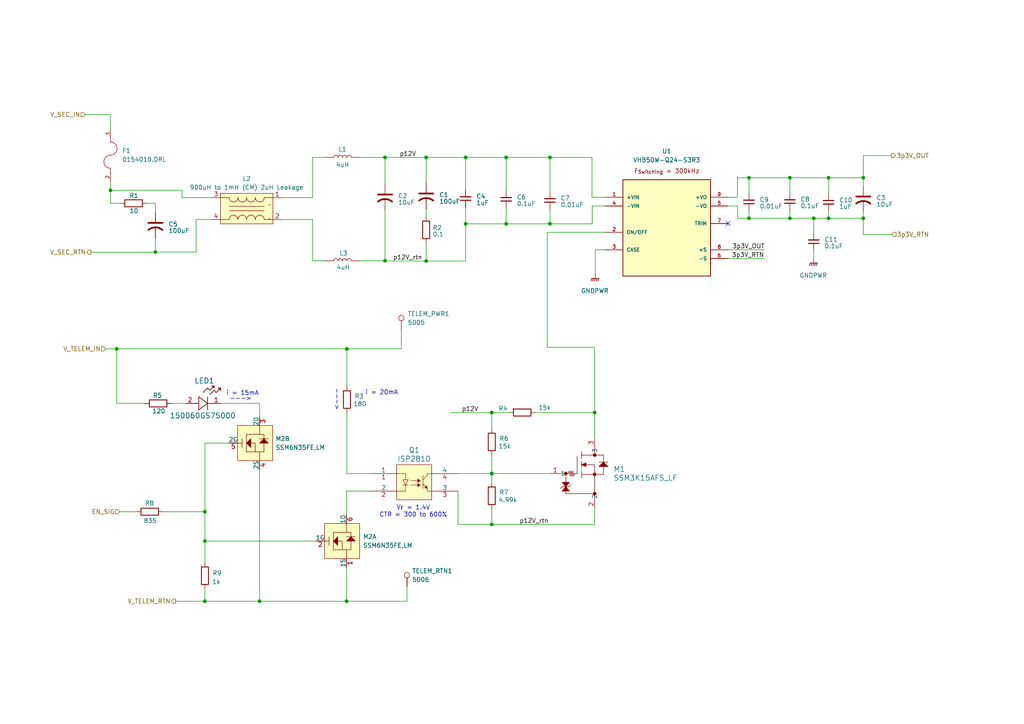
<source format=kicad_sch>
(kicad_sch
	(version 20250114)
	(generator "eeschema")
	(generator_version "9.0")
	(uuid "ade88309-dea1-41c9-99a9-4b825802bac9")
	(paper "A4")
	(lib_symbols
		(symbol "CUI:VHB50W-Q24-S3R3"
			(pin_names
				(offset 1.016)
			)
			(exclude_from_sim no)
			(in_bom yes)
			(on_board yes)
			(property "Reference" "U"
				(at -12.7143 13.9856 0)
				(effects
					(font
						(size 1.27 1.27)
					)
					(justify left bottom)
				)
			)
			(property "Value" "VHB50W-Q24-S3R3"
				(at -12.7375 -16.5587 0)
				(effects
					(font
						(size 1.27 1.27)
					)
					(justify left top)
				)
			)
			(property "Footprint" "CUI:VHB50W-Q24-S3R3"
				(at 0 0 0)
				(effects
					(font
						(size 1.27 1.27)
					)
					(justify bottom)
					(hide yes)
				)
			)
			(property "Datasheet" "https://www.belfuse.com/products/power-supplies/dc-dc-converters/vhb50w-q24-s3r3"
				(at 0 0 0)
				(effects
					(font
						(size 1.27 1.27)
					)
					(hide yes)
				)
			)
			(property "Description" "Isolated DC/DC Converters - Through Hole dc-dc isolated, 33 W, 9-36 Vdc input, 3.3 Vdc, 10 A, single output, DIP"
				(at 0 0 0)
				(effects
					(font
						(size 1.27 1.27)
					)
					(hide yes)
				)
			)
			(property "Manufacturer" "CUI INC"
				(at 0 0 0)
				(effects
					(font
						(size 1.27 1.27)
					)
					(justify bottom)
					(hide yes)
				)
			)
			(property "Man. Part Num" "VHB50W-Q24-S3R3"
				(at 0 0 0)
				(effects
					(font
						(size 1.27 1.27)
					)
					(hide yes)
				)
			)
			(property "Distributor" "Mouser"
				(at 0 0 0)
				(effects
					(font
						(size 1.27 1.27)
					)
					(hide yes)
				)
			)
			(property "Dist. Part Num" "490-VHB50W-Q24-S3R3"
				(at 0 0 0)
				(effects
					(font
						(size 1.27 1.27)
					)
					(hide yes)
				)
			)
			(property "Part Type" "Through Hole"
				(at 0 0 0)
				(effects
					(font
						(size 1.27 1.27)
					)
					(hide yes)
				)
			)
			(property "Package" "-"
				(at 0 0 0)
				(effects
					(font
						(size 1.27 1.27)
					)
					(hide yes)
				)
			)
			(property "Notes" ""
				(at 0 0 0)
				(effects
					(font
						(size 1.27 1.27)
					)
					(hide yes)
				)
			)
			(symbol "VHB50W-Q24-S3R3_0_0"
				(rectangle
					(start -12.7 -15.24)
					(end 12.7 12.7)
					(stroke
						(width 0.254)
						(type default)
					)
					(fill
						(type background)
					)
				)
				(pin input line
					(at -17.78 7.62 0)
					(length 5.08)
					(name "+VIN"
						(effects
							(font
								(size 1.016 1.016)
							)
						)
					)
					(number "1"
						(effects
							(font
								(size 1.016 1.016)
							)
						)
					)
				)
				(pin input line
					(at -17.78 5.08 0)
					(length 5.08)
					(name "-VIN"
						(effects
							(font
								(size 1.016 1.016)
							)
						)
					)
					(number "4"
						(effects
							(font
								(size 1.016 1.016)
							)
						)
					)
				)
				(pin input line
					(at -17.78 -2.54 0)
					(length 5.08)
					(name "ON/OFF"
						(effects
							(font
								(size 1.016 1.016)
							)
						)
					)
					(number "2"
						(effects
							(font
								(size 1.016 1.016)
							)
						)
					)
				)
				(pin passive line
					(at -17.78 -7.62 0)
					(length 5.08)
					(name "CASE"
						(effects
							(font
								(size 1.016 1.016)
							)
						)
					)
					(number "3"
						(effects
							(font
								(size 1.016 1.016)
							)
						)
					)
				)
				(pin output line
					(at 17.78 7.62 180)
					(length 5.08)
					(name "+VO"
						(effects
							(font
								(size 1.016 1.016)
							)
						)
					)
					(number "9"
						(effects
							(font
								(size 1.016 1.016)
							)
						)
					)
				)
				(pin output line
					(at 17.78 5.08 180)
					(length 5.08)
					(name "-VO"
						(effects
							(font
								(size 1.016 1.016)
							)
						)
					)
					(number "5"
						(effects
							(font
								(size 1.016 1.016)
							)
						)
					)
				)
				(pin passive line
					(at 17.78 0 180)
					(length 5.08)
					(name "TRIM"
						(effects
							(font
								(size 1.016 1.016)
							)
						)
					)
					(number "7"
						(effects
							(font
								(size 1.016 1.016)
							)
						)
					)
				)
				(pin output line
					(at 17.78 -7.62 180)
					(length 5.08)
					(name "+S"
						(effects
							(font
								(size 1.016 1.016)
							)
						)
					)
					(number "8"
						(effects
							(font
								(size 1.016 1.016)
							)
						)
					)
				)
				(pin output line
					(at 17.78 -10.16 180)
					(length 5.08)
					(name "-S"
						(effects
							(font
								(size 1.016 1.016)
							)
						)
					)
					(number "6"
						(effects
							(font
								(size 1.016 1.016)
							)
						)
					)
				)
			)
			(symbol "VHB50W-Q24-S3R3_1_1"
				(text "F_{Switching} = 300kHz"
					(at 0 15.24 0)
					(effects
						(font
							(size 1.27 1.27)
						)
					)
				)
			)
			(embedded_fonts no)
		)
		(symbol "CoilCraft:MSD1583-105"
			(exclude_from_sim no)
			(in_bom yes)
			(on_board yes)
			(property "Reference" "L"
				(at -3.81 -2.54 0)
				(effects
					(font
						(size 1.27 1.27)
					)
				)
			)
			(property "Value" "900uH to 1mH (CM) 2uH Leakage"
				(at 20.32 8.89 0)
				(effects
					(font
						(size 1.27 1.27)
					)
				)
			)
			(property "Footprint" "CoilCraft:MSD1583-105"
				(at 20.32 8.89 0)
				(effects
					(font
						(size 1.27 1.27)
					)
					(hide yes)
				)
			)
			(property "Datasheet" "https://www.coilcraft.com/getmedia/ad29d13c-1804-4028-bd90-ce6471403018/msd1583_cm.pdf"
				(at 20.32 8.89 0)
				(effects
					(font
						(size 1.27 1.27)
					)
					(hide yes)
				)
			)
			(property "Description" "Common Mode Chokes – MSD1583"
				(at 20.32 8.89 0)
				(effects
					(font
						(size 1.27 1.27)
					)
					(hide yes)
				)
			)
			(property "Manufacturer" "Coil Craft"
				(at 0 0 0)
				(effects
					(font
						(size 1.27 1.27)
					)
					(hide yes)
				)
			)
			(property "Man. Part Num" "MSD1583-105KE_"
				(at 0 0 0)
				(effects
					(font
						(size 1.27 1.27)
					)
					(hide yes)
				)
			)
			(property "Distributor" "Coil Craft"
				(at 0 0 0)
				(effects
					(font
						(size 1.27 1.27)
					)
					(hide yes)
				)
			)
			(property "Dist. Part Num" "MSD1583-105KE_"
				(at 0 0 0)
				(effects
					(font
						(size 1.27 1.27)
					)
					(hide yes)
				)
			)
			(property "Package" ""
				(at 0 0 0)
				(effects
					(font
						(size 1.27 1.27)
					)
					(hide yes)
				)
			)
			(property "Part Type" "SMD"
				(at 0 0 0)
				(effects
					(font
						(size 1.27 1.27)
					)
					(hide yes)
				)
			)
			(property "Notes" ""
				(at 0 0 0)
				(effects
					(font
						(size 1.27 1.27)
					)
					(hide yes)
				)
			)
			(symbol "MSD1583-105_0_1"
				(arc
					(start 6.35 6.35)
					(mid 5.452 6.722)
					(end 5.08 7.62)
					(stroke
						(width 0)
						(type default)
					)
					(fill
						(type none)
					)
				)
				(arc
					(start 7.62 7.62)
					(mid 7.248 6.722)
					(end 6.35 6.35)
					(stroke
						(width 0)
						(type default)
					)
					(fill
						(type none)
					)
				)
				(arc
					(start 5.0799 1.2701)
					(mid 5.4519 2.1681)
					(end 6.3499 2.5401)
					(stroke
						(width 0)
						(type default)
					)
					(fill
						(type none)
					)
				)
				(arc
					(start 6.3499 2.5401)
					(mid 7.248 2.1682)
					(end 7.6199 1.2701)
					(stroke
						(width 0)
						(type default)
					)
					(fill
						(type none)
					)
				)
				(arc
					(start 8.89 6.35)
					(mid 7.992 6.722)
					(end 7.62 7.62)
					(stroke
						(width 0)
						(type default)
					)
					(fill
						(type none)
					)
				)
				(arc
					(start 10.16 7.62)
					(mid 9.788 6.722)
					(end 8.89 6.35)
					(stroke
						(width 0)
						(type default)
					)
					(fill
						(type none)
					)
				)
				(arc
					(start 7.6199 1.2701)
					(mid 7.9919 2.1681)
					(end 8.8899 2.5401)
					(stroke
						(width 0)
						(type default)
					)
					(fill
						(type none)
					)
				)
				(arc
					(start 8.8899 2.5401)
					(mid 9.788 2.1682)
					(end 10.1599 1.2701)
					(stroke
						(width 0)
						(type default)
					)
					(fill
						(type none)
					)
				)
				(arc
					(start 11.43 6.35)
					(mid 10.532 6.722)
					(end 10.16 7.62)
					(stroke
						(width 0)
						(type default)
					)
					(fill
						(type none)
					)
				)
				(arc
					(start 12.7 7.62)
					(mid 12.328 6.722)
					(end 11.43 6.35)
					(stroke
						(width 0)
						(type default)
					)
					(fill
						(type none)
					)
				)
				(arc
					(start 10.1599 1.2701)
					(mid 10.5319 2.1681)
					(end 11.4299 2.5401)
					(stroke
						(width 0)
						(type default)
					)
					(fill
						(type none)
					)
				)
				(arc
					(start 11.4299 2.5401)
					(mid 12.328 2.1682)
					(end 12.6999 1.2701)
					(stroke
						(width 0)
						(type default)
					)
					(fill
						(type none)
					)
				)
				(arc
					(start 13.97 6.35)
					(mid 13.072 6.722)
					(end 12.7 7.62)
					(stroke
						(width 0)
						(type default)
					)
					(fill
						(type none)
					)
				)
				(arc
					(start 15.24 7.62)
					(mid 14.868 6.722)
					(end 13.97 6.35)
					(stroke
						(width 0)
						(type default)
					)
					(fill
						(type none)
					)
				)
				(arc
					(start 12.6999 1.2701)
					(mid 13.0719 2.1681)
					(end 13.9699 2.5401)
					(stroke
						(width 0)
						(type default)
					)
					(fill
						(type none)
					)
				)
				(arc
					(start 13.9699 2.5401)
					(mid 14.868 2.1682)
					(end 15.2399 1.2701)
					(stroke
						(width 0)
						(type default)
					)
					(fill
						(type none)
					)
				)
				(polyline
					(pts
						(xy 15.24 5.08) (xy 5.08 5.08)
					)
					(stroke
						(width 0)
						(type default)
					)
					(fill
						(type none)
					)
				)
			)
			(symbol "MSD1583-105_1_1"
				(polyline
					(pts
						(xy 5.08 7.62) (xy 2.54 7.62)
					)
					(stroke
						(width 0)
						(type default)
					)
					(fill
						(type none)
					)
				)
				(polyline
					(pts
						(xy 5.08 1.27) (xy 2.54 1.27)
					)
					(stroke
						(width 0)
						(type default)
					)
					(fill
						(type none)
					)
				)
				(polyline
					(pts
						(xy 15.24 7.62) (xy 17.78 7.62)
					)
					(stroke
						(width 0)
						(type default)
					)
					(fill
						(type none)
					)
				)
				(polyline
					(pts
						(xy 15.24 3.81) (xy 5.08 3.81)
					)
					(stroke
						(width 0)
						(type default)
					)
					(fill
						(type none)
					)
				)
				(polyline
					(pts
						(xy 15.24 1.27) (xy 17.78 1.27)
					)
					(stroke
						(width 0)
						(type default)
					)
					(fill
						(type none)
					)
				)
				(rectangle
					(start 17.78 0)
					(end 2.54 8.89)
					(stroke
						(width 0)
						(type default)
					)
					(fill
						(type background)
					)
				)
				(text "."
					(at 16.764 6.096 0)
					(effects
						(font
							(size 1.27 1.27)
						)
					)
				)
				(text "."
					(at 16.764 2.032 0)
					(effects
						(font
							(size 1.27 1.27)
						)
					)
				)
				(pin input line
					(at 0 7.62 0)
					(length 2.54)
					(name ""
						(effects
							(font
								(size 1.27 1.27)
							)
						)
					)
					(number "3"
						(effects
							(font
								(size 1.27 1.27)
							)
						)
					)
				)
				(pin input line
					(at 0 1.27 0)
					(length 2.54)
					(name ""
						(effects
							(font
								(size 1.27 1.27)
							)
						)
					)
					(number "4"
						(effects
							(font
								(size 1.27 1.27)
							)
						)
					)
				)
				(pin input line
					(at 20.32 7.62 180)
					(length 2.54)
					(name ""
						(effects
							(font
								(size 1.27 1.27)
							)
						)
					)
					(number "1"
						(effects
							(font
								(size 1.27 1.27)
							)
						)
					)
				)
				(pin input line
					(at 20.32 1.27 180)
					(length 2.54)
					(name ""
						(effects
							(font
								(size 1.27 1.27)
							)
						)
					)
					(number "2"
						(effects
							(font
								(size 1.27 1.27)
							)
						)
					)
				)
			)
			(embedded_fonts no)
		)
		(symbol "ISOCOM:ISP281D"
			(pin_names
				(offset 0)
			)
			(exclude_from_sim no)
			(in_bom yes)
			(on_board yes)
			(property "Reference" "Q"
				(at 8.89 7.366 0)
				(effects
					(font
						(size 1.524 1.524)
					)
				)
			)
			(property "Value" "ISP281D"
				(at 12.446 4.572 0)
				(effects
					(font
						(size 1.524 1.524)
					)
				)
			)
			(property "Footprint" "ISOCOM:ISP281D_ISO"
				(at 0 0 0)
				(effects
					(font
						(size 1.27 1.27)
						(italic yes)
					)
					(hide yes)
				)
			)
			(property "Datasheet" "http://isocom.com/wp-content/uploads/2020/06/dd93256-030620.pdf"
				(at 0 0 0)
				(effects
					(font
						(size 1.27 1.27)
						(italic yes)
					)
					(hide yes)
				)
			)
			(property "Description" "Optoisolator Transistor Output 3750Vrms 1 Channel 4-SOP"
				(at 0 0 0)
				(effects
					(font
						(size 1.27 1.27)
					)
					(hide yes)
				)
			)
			(property "Manufacturer" "Isocom Components 2004 LTD"
				(at 0 0 0)
				(effects
					(font
						(size 1.27 1.27)
					)
					(hide yes)
				)
			)
			(property "Man. Part Num" "ISP281D"
				(at 0 0 0)
				(effects
					(font
						(size 1.27 1.27)
					)
					(hide yes)
				)
			)
			(property "Distributor" "Digi-Key"
				(at 0 0 0)
				(effects
					(font
						(size 1.27 1.27)
					)
					(hide yes)
				)
			)
			(property "Dist. Part Num" "58-ISP281DCT-ND"
				(at 0 0 0)
				(effects
					(font
						(size 1.27 1.27)
					)
					(hide yes)
				)
			)
			(property "Part Type" "SMD"
				(at 0 0 0)
				(effects
					(font
						(size 1.27 1.27)
					)
					(hide yes)
				)
			)
			(property "Package" "4-SOP"
				(at 0 0 0)
				(effects
					(font
						(size 1.27 1.27)
					)
					(hide yes)
				)
			)
			(property "Notes" ""
				(at 0 0 0)
				(effects
					(font
						(size 1.27 1.27)
					)
					(hide yes)
				)
			)
			(property "ki_keywords" "ISP281D"
				(at 0 0 0)
				(effects
					(font
						(size 1.27 1.27)
					)
					(hide yes)
				)
			)
			(property "ki_fp_filters" "ISP281D_ISO ISP281D_ISO-M ISP281D_ISO-L"
				(at 0 0 0)
				(effects
					(font
						(size 1.27 1.27)
					)
					(hide yes)
				)
			)
			(symbol "ISP281D_0_1"
				(polyline
					(pts
						(xy 9.398 -1.778) (xy 10.16 -3.302)
					)
					(stroke
						(width 0.127)
						(type default)
					)
					(fill
						(type none)
					)
				)
				(polyline
					(pts
						(xy 9.398 -3.302) (xy 10.922 -3.302)
					)
					(stroke
						(width 0.127)
						(type default)
					)
					(fill
						(type none)
					)
				)
				(polyline
					(pts
						(xy 10.16 0) (xy 7.62 0)
					)
					(stroke
						(width 0.127)
						(type default)
					)
					(fill
						(type none)
					)
				)
				(polyline
					(pts
						(xy 10.16 0) (xy 10.16 -1.778)
					)
					(stroke
						(width 0.127)
						(type default)
					)
					(fill
						(type none)
					)
				)
				(polyline
					(pts
						(xy 10.16 -3.302) (xy 10.16 -5.08)
					)
					(stroke
						(width 0.127)
						(type default)
					)
					(fill
						(type none)
					)
				)
				(polyline
					(pts
						(xy 10.16 -3.302) (xy 10.922 -1.778)
					)
					(stroke
						(width 0.127)
						(type default)
					)
					(fill
						(type none)
					)
				)
				(polyline
					(pts
						(xy 10.16 -5.08) (xy 7.62 -5.08)
					)
					(stroke
						(width 0.127)
						(type default)
					)
					(fill
						(type none)
					)
				)
				(polyline
					(pts
						(xy 10.922 -1.778) (xy 9.398 -1.778)
					)
					(stroke
						(width 0.127)
						(type default)
					)
					(fill
						(type none)
					)
				)
				(polyline
					(pts
						(xy 11.684 -2.032) (xy 13.716 -2.032)
					)
					(stroke
						(width 0.127)
						(type default)
					)
					(fill
						(type none)
					)
				)
				(polyline
					(pts
						(xy 11.684 -3.302) (xy 13.716 -3.302)
					)
					(stroke
						(width 0.127)
						(type default)
					)
					(fill
						(type none)
					)
				)
				(polyline
					(pts
						(xy 13.716 -1.524) (xy 13.716 -2.54) (xy 14.478 -2.032)
					)
					(stroke
						(width 0)
						(type default)
					)
					(fill
						(type outline)
					)
				)
				(polyline
					(pts
						(xy 13.716 -2.794) (xy 13.716 -3.81) (xy 14.478 -3.302)
					)
					(stroke
						(width 0)
						(type default)
					)
					(fill
						(type outline)
					)
				)
				(polyline
					(pts
						(xy 15.24 -1.778) (xy 16.51 -0.508)
					)
					(stroke
						(width 0.127)
						(type default)
					)
					(fill
						(type none)
					)
				)
				(polyline
					(pts
						(xy 15.24 -3.048) (xy 16.002 -3.81)
					)
					(stroke
						(width 0.127)
						(type default)
					)
					(fill
						(type none)
					)
				)
				(polyline
					(pts
						(xy 15.24 -4.318) (xy 15.24 -0.508)
					)
					(stroke
						(width 0.127)
						(type default)
					)
					(fill
						(type none)
					)
				)
				(polyline
					(pts
						(xy 16.4717 -4.3107) (xy 15.748 -4.064) (xy 16.256 -3.556) (xy 16.51 -4.318)
					)
					(stroke
						(width 0)
						(type default)
					)
					(fill
						(type outline)
					)
				)
				(polyline
					(pts
						(xy 16.51 0) (xy 17.78 0)
					)
					(stroke
						(width 0.127)
						(type default)
					)
					(fill
						(type none)
					)
				)
				(polyline
					(pts
						(xy 16.51 -0.508) (xy 16.51 0)
					)
					(stroke
						(width 0.127)
						(type default)
					)
					(fill
						(type none)
					)
				)
				(polyline
					(pts
						(xy 16.51 -4.318) (xy 16.51 -5.08)
					)
					(stroke
						(width 0.127)
						(type default)
					)
					(fill
						(type none)
					)
				)
				(polyline
					(pts
						(xy 17.78 -5.08) (xy 16.51 -5.08)
					)
					(stroke
						(width 0.127)
						(type default)
					)
					(fill
						(type none)
					)
				)
				(pin unspecified line
					(at 0 0 0)
					(length 7.62)
					(name "1"
						(effects
							(font
								(size 1.27 1.27)
							)
						)
					)
					(number "1"
						(effects
							(font
								(size 1.27 1.27)
							)
						)
					)
				)
				(pin unspecified line
					(at 0 -5.08 0)
					(length 7.62)
					(name "2"
						(effects
							(font
								(size 1.27 1.27)
							)
						)
					)
					(number "2"
						(effects
							(font
								(size 1.27 1.27)
							)
						)
					)
				)
				(pin unspecified line
					(at 25.4 0 180)
					(length 7.62)
					(name "4"
						(effects
							(font
								(size 1.27 1.27)
							)
						)
					)
					(number "4"
						(effects
							(font
								(size 1.27 1.27)
							)
						)
					)
				)
				(pin unspecified line
					(at 25.4 -5.08 180)
					(length 7.62)
					(name "3"
						(effects
							(font
								(size 1.27 1.27)
							)
						)
					)
					(number "3"
						(effects
							(font
								(size 1.27 1.27)
							)
						)
					)
				)
			)
			(symbol "ISP281D_1_1"
				(rectangle
					(start 7.62 2.54)
					(end 17.78 -7.62)
					(stroke
						(width 0)
						(type default)
					)
					(fill
						(type background)
					)
				)
			)
			(embedded_fonts no)
		)
		(symbol "LittlFuse:0154010.DRL"
			(pin_names
				(offset 1.016)
			)
			(exclude_from_sim no)
			(in_bom yes)
			(on_board yes)
			(property "Reference" "F"
				(at -2.54 5.08 0)
				(effects
					(font
						(size 1.27 1.27)
					)
					(justify left bottom)
				)
			)
			(property "Value" "0154010.DRL"
				(at -2.54 -5.08 0)
				(effects
					(font
						(size 1.27 1.27)
					)
					(justify left bottom)
				)
			)
			(property "Footprint" "LittlFuse:FUSE_0154010.DRL"
				(at 0 0 0)
				(effects
					(font
						(size 1.27 1.27)
					)
					(justify bottom)
					(hide yes)
				)
			)
			(property "Datasheet" "https://www.littelfuse.com/assetdocs/littelfuse-fuse-154-series-data-sheet?assetguid=a8a8a462-7295-481b-a91b-d770dabf005b"
				(at 0 0 0)
				(effects
					(font
						(size 1.27 1.27)
					)
					(hide yes)
				)
			)
			(property "Description" "10 A 125 V AC 125 V DC Fuse Board Mount (Cartridge Style Excluded) Requires Holder, Surface Mount 2-SMD, Square End Block with Holder"
				(at 0 0 0)
				(effects
					(font
						(size 1.27 1.27)
					)
					(hide yes)
				)
			)
			(property "Manufacturer" "Littelfuse Inc."
				(at 0 0 0)
				(effects
					(font
						(size 1.27 1.27)
					)
					(justify bottom)
					(hide yes)
				)
			)
			(property "Man. Part Num" "0154010.DRL"
				(at 0 0 0)
				(effects
					(font
						(size 1.27 1.27)
					)
					(hide yes)
				)
			)
			(property "Distributor" "Digi-Key"
				(at 0 0 0)
				(effects
					(font
						(size 1.27 1.27)
					)
					(hide yes)
				)
			)
			(property "Dist. Part Num" "F11011CT-ND"
				(at 0 0 0)
				(effects
					(font
						(size 1.27 1.27)
					)
					(hide yes)
				)
			)
			(property "Part Type" "SMD"
				(at 0 0 0)
				(effects
					(font
						(size 1.27 1.27)
					)
					(hide yes)
				)
			)
			(property "Package" "Surface Mount 2-SMD, Square End Block with Holder"
				(at 0 0 0)
				(effects
					(font
						(size 1.27 1.27)
					)
					(hide yes)
				)
			)
			(property "Notes" ""
				(at 0 0 0)
				(effects
					(font
						(size 1.27 1.27)
					)
					(hide yes)
				)
			)
			(symbol "0154010.DRL_0_0"
				(polyline
					(pts
						(xy -5.08 0) (xy -3.81 0)
					)
					(stroke
						(width 0.1524)
						(type default)
					)
					(fill
						(type none)
					)
				)
				(arc
					(start -3.81 0)
					(mid -1.905 1.8967)
					(end 0 0)
					(stroke
						(width 0.1524)
						(type default)
					)
					(fill
						(type none)
					)
				)
				(arc
					(start 3.81 0)
					(mid 1.905 -1.8967)
					(end 0 0)
					(stroke
						(width 0.1524)
						(type default)
					)
					(fill
						(type none)
					)
				)
				(polyline
					(pts
						(xy 5.08 0) (xy 3.81 0)
					)
					(stroke
						(width 0.1524)
						(type default)
					)
					(fill
						(type none)
					)
				)
				(pin passive line
					(at -7.62 0 0)
					(length 2.54)
					(name "~"
						(effects
							(font
								(size 1.016 1.016)
							)
						)
					)
					(number "1"
						(effects
							(font
								(size 1.016 1.016)
							)
						)
					)
				)
				(pin passive line
					(at 7.62 0 180)
					(length 2.54)
					(name "~"
						(effects
							(font
								(size 1.016 1.016)
							)
						)
					)
					(number "2"
						(effects
							(font
								(size 1.016 1.016)
							)
						)
					)
				)
			)
			(embedded_fonts no)
		)
		(symbol "Passive_Parts:C"
			(pin_numbers
				(hide yes)
			)
			(pin_names
				(offset 0)
				(hide yes)
			)
			(exclude_from_sim no)
			(in_bom yes)
			(on_board yes)
			(property "Reference" "C"
				(at 2.54 5.08 0)
				(effects
					(font
						(size 1.27 1.27)
					)
				)
			)
			(property "Value" ""
				(at 0 0 0)
				(effects
					(font
						(size 1.27 1.27)
					)
				)
			)
			(property "Footprint" ""
				(at 0 0 0)
				(effects
					(font
						(size 1.27 1.27)
					)
					(hide yes)
				)
			)
			(property "Datasheet" ""
				(at 0 0 0)
				(effects
					(font
						(size 1.27 1.27)
					)
					(hide yes)
				)
			)
			(property "Description" ""
				(at 0 0 0)
				(effects
					(font
						(size 1.27 1.27)
					)
					(hide yes)
				)
			)
			(property "Manufacturer" ""
				(at 0 0 0)
				(effects
					(font
						(size 1.27 1.27)
					)
					(hide yes)
				)
			)
			(property "Man. Part Num" ""
				(at 0 0 0)
				(effects
					(font
						(size 1.27 1.27)
					)
					(hide yes)
				)
			)
			(property "Distributor" "Digi-Key"
				(at 0 0 0)
				(effects
					(font
						(size 1.27 1.27)
					)
					(hide yes)
				)
			)
			(property "Dist. Part Num" ""
				(at 0 0 0)
				(effects
					(font
						(size 1.27 1.27)
					)
					(hide yes)
				)
			)
			(property "Package" ""
				(at 0 0 0)
				(effects
					(font
						(size 1.27 1.27)
					)
					(hide yes)
				)
			)
			(property "Part Type" "SMD"
				(at 0 0 0)
				(effects
					(font
						(size 1.27 1.27)
					)
					(hide yes)
				)
			)
			(property "Notes" ""
				(at 0 0 0)
				(effects
					(font
						(size 1.27 1.27)
					)
					(hide yes)
				)
			)
			(symbol "C_0_1"
				(polyline
					(pts
						(xy 2.032 1.016) (xy 2.032 4.064)
					)
					(stroke
						(width 0.3048)
						(type default)
					)
					(fill
						(type none)
					)
				)
				(polyline
					(pts
						(xy 3.048 1.016) (xy 3.048 4.064)
					)
					(stroke
						(width 0.3302)
						(type default)
					)
					(fill
						(type none)
					)
				)
			)
			(symbol "C_1_1"
				(pin passive line
					(at 0 2.54 0)
					(length 2.032)
					(name "~"
						(effects
							(font
								(size 1.27 1.27)
							)
						)
					)
					(number "1"
						(effects
							(font
								(size 1.27 1.27)
							)
						)
					)
				)
				(pin passive line
					(at 5.08 2.54 180)
					(length 2.032)
					(name "~"
						(effects
							(font
								(size 1.27 1.27)
							)
						)
					)
					(number "2"
						(effects
							(font
								(size 1.27 1.27)
							)
						)
					)
				)
			)
			(embedded_fonts no)
		)
		(symbol "Passive_Parts:C_Tantalum"
			(pin_numbers
				(hide yes)
			)
			(pin_names
				(offset 0)
				(hide yes)
			)
			(exclude_from_sim no)
			(in_bom yes)
			(on_board yes)
			(property "Reference" "C"
				(at 0 0 0)
				(effects
					(font
						(size 1.27 1.27)
					)
				)
			)
			(property "Value" ""
				(at 0 0 0)
				(effects
					(font
						(size 1.27 1.27)
					)
				)
			)
			(property "Footprint" ""
				(at 0 0 0)
				(effects
					(font
						(size 1.27 1.27)
					)
					(hide yes)
				)
			)
			(property "Datasheet" ""
				(at 0 0 0)
				(effects
					(font
						(size 1.27 1.27)
					)
					(hide yes)
				)
			)
			(property "Description" ""
				(at 0 0 0)
				(effects
					(font
						(size 1.27 1.27)
					)
					(hide yes)
				)
			)
			(property "Manufacturer" ""
				(at 0 0 0)
				(effects
					(font
						(size 1.27 1.27)
					)
					(hide yes)
				)
			)
			(property "Man. Part Num" ""
				(at 0 0 0)
				(effects
					(font
						(size 1.27 1.27)
					)
					(hide yes)
				)
			)
			(property "Distributor" "Digi-Key"
				(at 0 0 0)
				(effects
					(font
						(size 1.27 1.27)
					)
					(hide yes)
				)
			)
			(property "Dist. Part Num" ""
				(at 0 0 0)
				(effects
					(font
						(size 1.27 1.27)
					)
					(hide yes)
				)
			)
			(property "Part Type" ""
				(at 0 0 0)
				(effects
					(font
						(size 1.27 1.27)
					)
					(hide yes)
				)
			)
			(property "Package" ""
				(at 0 0 0)
				(effects
					(font
						(size 1.27 1.27)
					)
					(hide yes)
				)
			)
			(property "Notes" ""
				(at 0 0 0)
				(effects
					(font
						(size 1.27 1.27)
					)
					(hide yes)
				)
			)
			(symbol "C_Tantalum_0_1"
				(polyline
					(pts
						(xy 4.318 0.508) (xy 4.318 4.572)
					)
					(stroke
						(width 0.508)
						(type default)
					)
					(fill
						(type none)
					)
				)
				(arc
					(start 6.35 0.508)
					(mid 5.6372 2.54)
					(end 6.35 4.572)
					(stroke
						(width 0.508)
						(type default)
					)
					(fill
						(type none)
					)
				)
			)
			(symbol "C_Tantalum_1_1"
				(pin passive line
					(at 1.27 2.54 0)
					(length 2.794)
					(name "~"
						(effects
							(font
								(size 1.27 1.27)
							)
						)
					)
					(number "1"
						(effects
							(font
								(size 1.27 1.27)
							)
						)
					)
				)
				(pin passive line
					(at 8.89 2.54 180)
					(length 3.302)
					(name "~"
						(effects
							(font
								(size 1.27 1.27)
							)
						)
					)
					(number "2"
						(effects
							(font
								(size 1.27 1.27)
							)
						)
					)
				)
			)
			(embedded_fonts no)
		)
		(symbol "Passive_Parts:L"
			(pin_numbers
				(hide yes)
			)
			(pin_names
				(hide yes)
			)
			(exclude_from_sim no)
			(in_bom yes)
			(on_board yes)
			(property "Reference" "L"
				(at 5.08 -1.27 0)
				(effects
					(font
						(size 1.27 1.27)
					)
				)
			)
			(property "Value" ""
				(at 0 0 0)
				(effects
					(font
						(size 1.27 1.27)
					)
				)
			)
			(property "Footprint" ""
				(at 0 0 0)
				(effects
					(font
						(size 1.27 1.27)
					)
					(hide yes)
				)
			)
			(property "Datasheet" ""
				(at 0 0 0)
				(effects
					(font
						(size 1.27 1.27)
					)
					(hide yes)
				)
			)
			(property "Description" ""
				(at 0 0 0)
				(effects
					(font
						(size 1.27 1.27)
					)
					(hide yes)
				)
			)
			(property "Manufacturer" ""
				(at 0 0 0)
				(effects
					(font
						(size 1.27 1.27)
					)
					(hide yes)
				)
			)
			(property "Man. Part Num" ""
				(at 0 0 0)
				(effects
					(font
						(size 1.27 1.27)
					)
					(hide yes)
				)
			)
			(property "Distributor" ""
				(at 0 0 0)
				(effects
					(font
						(size 1.27 1.27)
					)
					(hide yes)
				)
			)
			(property "Dist. Part Num" ""
				(at 0 0 0)
				(effects
					(font
						(size 1.27 1.27)
					)
					(hide yes)
				)
			)
			(property "Part Type" ""
				(at 0 0 0)
				(effects
					(font
						(size 1.27 1.27)
					)
					(hide yes)
				)
			)
			(property "Package" ""
				(at 0 0 0)
				(effects
					(font
						(size 1.27 1.27)
					)
					(hide yes)
				)
			)
			(property "Notes" ""
				(at 0 0 0)
				(effects
					(font
						(size 1.27 1.27)
					)
					(hide yes)
				)
			)
			(symbol "L_0_1"
				(arc
					(start 2.54 0)
					(mid 2.726 0.449)
					(end 3.175 0.635)
					(stroke
						(width 0)
						(type default)
					)
					(fill
						(type none)
					)
				)
				(arc
					(start 3.175 0.635)
					(mid 3.624 0.449)
					(end 3.81 0)
					(stroke
						(width 0)
						(type default)
					)
					(fill
						(type none)
					)
				)
				(arc
					(start 3.81 0)
					(mid 3.996 0.449)
					(end 4.445 0.635)
					(stroke
						(width 0)
						(type default)
					)
					(fill
						(type none)
					)
				)
				(arc
					(start 4.445 0.635)
					(mid 4.894 0.449)
					(end 5.08 0)
					(stroke
						(width 0)
						(type default)
					)
					(fill
						(type none)
					)
				)
				(arc
					(start 5.08 0)
					(mid 5.266 0.449)
					(end 5.715 0.635)
					(stroke
						(width 0)
						(type default)
					)
					(fill
						(type none)
					)
				)
				(arc
					(start 5.715 0.635)
					(mid 6.164 0.449)
					(end 6.35 0)
					(stroke
						(width 0)
						(type default)
					)
					(fill
						(type none)
					)
				)
				(arc
					(start 6.35 0)
					(mid 6.536 0.449)
					(end 6.985 0.635)
					(stroke
						(width 0)
						(type default)
					)
					(fill
						(type none)
					)
				)
				(arc
					(start 6.985 0.635)
					(mid 7.434 0.449)
					(end 7.62 0)
					(stroke
						(width 0)
						(type default)
					)
					(fill
						(type none)
					)
				)
			)
			(symbol "L_1_1"
				(pin passive line
					(at 0 0 0)
					(length 2.54)
					(name "1"
						(effects
							(font
								(size 1.27 1.27)
							)
						)
					)
					(number "1"
						(effects
							(font
								(size 1.27 1.27)
							)
						)
					)
				)
				(pin passive line
					(at 10.16 0 180)
					(length 2.54)
					(name "2"
						(effects
							(font
								(size 1.27 1.27)
							)
						)
					)
					(number "2"
						(effects
							(font
								(size 1.27 1.27)
							)
						)
					)
				)
			)
			(embedded_fonts no)
		)
		(symbol "Passive_Parts:R"
			(pin_numbers
				(hide yes)
			)
			(pin_names
				(offset 0)
				(hide yes)
			)
			(exclude_from_sim no)
			(in_bom yes)
			(on_board yes)
			(property "Reference" "R"
				(at 2.54 5.08 0)
				(effects
					(font
						(size 1.27 1.27)
					)
				)
			)
			(property "Value" ""
				(at 0 0 0)
				(effects
					(font
						(size 1.27 1.27)
					)
				)
			)
			(property "Footprint" ""
				(at 0 0 0)
				(effects
					(font
						(size 1.27 1.27)
					)
					(hide yes)
				)
			)
			(property "Datasheet" ""
				(at 0 0 0)
				(effects
					(font
						(size 1.27 1.27)
					)
					(hide yes)
				)
			)
			(property "Description" ""
				(at 0 0 0)
				(effects
					(font
						(size 1.27 1.27)
					)
					(hide yes)
				)
			)
			(property "Manufacturer" ""
				(at 0 0 0)
				(effects
					(font
						(size 1.27 1.27)
					)
					(hide yes)
				)
			)
			(property "Man. Part Num" ""
				(at 0 0 0)
				(effects
					(font
						(size 1.27 1.27)
					)
					(hide yes)
				)
			)
			(property "Distributor" "Digi-Key"
				(at 0 0 0)
				(effects
					(font
						(size 1.27 1.27)
					)
					(hide yes)
				)
			)
			(property "Dist. Part Num" ""
				(at 0 0 0)
				(effects
					(font
						(size 1.27 1.27)
					)
					(hide yes)
				)
			)
			(property "Part Type" "SMD"
				(at 0 0 0)
				(effects
					(font
						(size 1.27 1.27)
					)
					(hide yes)
				)
			)
			(property "Notes" ""
				(at 0 0 0)
				(effects
					(font
						(size 1.27 1.27)
					)
					(hide yes)
				)
			)
			(property "Package" ""
				(at 0 0 0)
				(effects
					(font
						(size 1.27 1.27)
					)
					(hide yes)
				)
			)
			(symbol "R_0_1"
				(rectangle
					(start 5.08 1.524)
					(end 0 3.556)
					(stroke
						(width 0.254)
						(type default)
					)
					(fill
						(type none)
					)
				)
			)
			(symbol "R_1_1"
				(pin passive line
					(at -1.27 2.54 0)
					(length 1.27)
					(name "~"
						(effects
							(font
								(size 1.27 1.27)
							)
						)
					)
					(number "1"
						(effects
							(font
								(size 1.27 1.27)
							)
						)
					)
				)
				(pin passive line
					(at 6.35 2.54 180)
					(length 1.27)
					(name "~"
						(effects
							(font
								(size 1.27 1.27)
							)
						)
					)
					(number "2"
						(effects
							(font
								(size 1.27 1.27)
							)
						)
					)
				)
			)
			(embedded_fonts no)
		)
		(symbol "Passive_Parts:TP"
			(pin_numbers
				(hide yes)
			)
			(pin_names
				(hide yes)
			)
			(exclude_from_sim no)
			(in_bom yes)
			(on_board yes)
			(property "Reference" "TP"
				(at 2.286 3.302 0)
				(effects
					(font
						(size 1.27 1.27)
					)
				)
			)
			(property "Value" ""
				(at -2.54 0 0)
				(effects
					(font
						(size 1.27 1.27)
					)
				)
			)
			(property "Footprint" ""
				(at -2.54 0 0)
				(effects
					(font
						(size 1.27 1.27)
					)
					(hide yes)
				)
			)
			(property "Datasheet" ""
				(at -2.54 0 0)
				(effects
					(font
						(size 1.27 1.27)
					)
					(hide yes)
				)
			)
			(property "Description" ""
				(at -2.54 0 0)
				(effects
					(font
						(size 1.27 1.27)
					)
					(hide yes)
				)
			)
			(property "Manufacturer" ""
				(at 0 0 0)
				(effects
					(font
						(size 1.27 1.27)
					)
					(hide yes)
				)
			)
			(property "Man. Part Num" ""
				(at 0 0 0)
				(effects
					(font
						(size 1.27 1.27)
					)
					(hide yes)
				)
			)
			(property "Distributor" ""
				(at 0 0 0)
				(effects
					(font
						(size 1.27 1.27)
					)
					(hide yes)
				)
			)
			(property "Dist. Part Num" ""
				(at 0 0 0)
				(effects
					(font
						(size 1.27 1.27)
					)
					(hide yes)
				)
			)
			(property "Part Type" ""
				(at 0 0 0)
				(effects
					(font
						(size 1.27 1.27)
					)
					(hide yes)
				)
			)
			(property "Package" ""
				(at 0 0 0)
				(effects
					(font
						(size 1.27 1.27)
					)
					(hide yes)
				)
			)
			(property "Notes" ""
				(at 0 0 0)
				(effects
					(font
						(size 1.27 1.27)
					)
					(hide yes)
				)
			)
			(symbol "TP_0_1"
				(circle
					(center 0 3.302)
					(radius 0.762)
					(stroke
						(width 0)
						(type default)
					)
					(fill
						(type none)
					)
				)
			)
			(symbol "TP_1_1"
				(pin passive line
					(at 0 0 90)
					(length 2.54)
					(name "1"
						(effects
							(font
								(size 1.27 1.27)
							)
						)
					)
					(number "1"
						(effects
							(font
								(size 1.27 1.27)
							)
						)
					)
				)
			)
			(embedded_fonts no)
		)
		(symbol "Toshiba_Semiconductor:SSM3K15AFS_LF"
			(pin_names
				(offset 0.254)
			)
			(exclude_from_sim no)
			(in_bom yes)
			(on_board yes)
			(property "Reference" "MOSFET"
				(at 0 0 0)
				(effects
					(font
						(size 1.524 1.524)
					)
				)
			)
			(property "Value" "SSM3K15AFS_LF"
				(at 0 0 0)
				(effects
					(font
						(size 1.524 1.524)
					)
				)
			)
			(property "Footprint" "SSM_TOS"
				(at 0 0 0)
				(effects
					(font
						(size 1.27 1.27)
						(italic yes)
					)
					(hide yes)
				)
			)
			(property "Datasheet" "https://toshiba.semicon-storage.com/info/SSM3K15AFS_datasheet_en_20140301.pdf?did=5914&prodName=SSM3K15AFS"
				(at 0 0 0)
				(effects
					(font
						(size 1.27 1.27)
						(italic yes)
					)
					(hide yes)
				)
			)
			(property "Description" "MOSFET N-CH 30V 100MA SSM"
				(at 0 0 0)
				(effects
					(font
						(size 1.27 1.27)
					)
					(hide yes)
				)
			)
			(property "Manufacturer" "Toshiba Semiconductor and Storage"
				(at 0 0 0)
				(effects
					(font
						(size 1.27 1.27)
					)
					(hide yes)
				)
			)
			(property "Man. Part Num" "SSM3K15AFS,LF"
				(at 0 0 0)
				(effects
					(font
						(size 1.27 1.27)
					)
					(hide yes)
				)
			)
			(property "Distributor" "Digi-Key"
				(at 0 0 0)
				(effects
					(font
						(size 1.27 1.27)
					)
					(hide yes)
				)
			)
			(property "Dist. Part Num" "SSM3K15AFSLFCT-ND"
				(at 0 0 0)
				(effects
					(font
						(size 1.27 1.27)
					)
					(hide yes)
				)
			)
			(property "Part Type" "SMD"
				(at 0 0 0)
				(effects
					(font
						(size 1.27 1.27)
					)
					(hide yes)
				)
			)
			(property "Package" "SSM_TOS"
				(at 0 0 0)
				(effects
					(font
						(size 1.27 1.27)
					)
					(hide yes)
				)
			)
			(property "Notes" ""
				(at 0 0 0)
				(effects
					(font
						(size 1.27 1.27)
					)
					(hide yes)
				)
			)
			(property "ki_keywords" "SSM3K15AFS,LF"
				(at 0 0 0)
				(effects
					(font
						(size 1.27 1.27)
					)
					(hide yes)
				)
			)
			(property "ki_fp_filters" "SSM_TOS SSM_TOS-M SSM_TOS-L"
				(at 0 0 0)
				(effects
					(font
						(size 1.27 1.27)
					)
					(hide yes)
				)
			)
			(symbol "SSM3K15AFS_LF_0_1"
				(polyline
					(pts
						(xy 0 -7.62) (xy 2.54 -7.62)
					)
					(stroke
						(width 0.1524)
						(type default)
					)
					(fill
						(type none)
					)
				)
				(polyline
					(pts
						(xy 0.762 -10.16) (xy 1.778 -11.43)
					)
					(stroke
						(width 0.1524)
						(type default)
					)
					(fill
						(type none)
					)
				)
				(polyline
					(pts
						(xy 0.762 -10.16) (xy 1.778 -11.43) (xy 0.762 -12.7) (xy 2.794 -12.7) (xy 1.778 -11.43) (xy 2.794 -10.16)
					)
					(stroke
						(width 0)
						(type default)
					)
					(fill
						(type outline)
					)
				)
				(polyline
					(pts
						(xy 0.762 -11.43) (xy 0.254 -11.938)
					)
					(stroke
						(width 0.1524)
						(type default)
					)
					(fill
						(type none)
					)
				)
				(polyline
					(pts
						(xy 0.762 -11.43) (xy 2.794 -11.43)
					)
					(stroke
						(width 0.1524)
						(type default)
					)
					(fill
						(type none)
					)
				)
				(polyline
					(pts
						(xy 0.762 -12.7) (xy 2.794 -12.7)
					)
					(stroke
						(width 0.1524)
						(type default)
					)
					(fill
						(type none)
					)
				)
				(polyline
					(pts
						(xy 1.778 -7.62) (xy 1.778 -10.16)
					)
					(stroke
						(width 0.1524)
						(type default)
					)
					(fill
						(type none)
					)
				)
				(circle
					(center 1.778 -7.62)
					(radius 0.254)
					(stroke
						(width 0.508)
						(type default)
					)
					(fill
						(type none)
					)
				)
				(polyline
					(pts
						(xy 1.778 -11.43) (xy 0.762 -12.7)
					)
					(stroke
						(width 0.1524)
						(type default)
					)
					(fill
						(type none)
					)
				)
				(polyline
					(pts
						(xy 1.778 -11.43) (xy 2.794 -10.16)
					)
					(stroke
						(width 0.1524)
						(type default)
					)
					(fill
						(type none)
					)
				)
				(polyline
					(pts
						(xy 1.778 -12.7) (xy 1.778 -13.462)
					)
					(stroke
						(width 0.1524)
						(type default)
					)
					(fill
						(type none)
					)
				)
				(polyline
					(pts
						(xy 1.778 -13.462) (xy 10.16 -13.462)
					)
					(stroke
						(width 0.1524)
						(type default)
					)
					(fill
						(type none)
					)
				)
				(polyline
					(pts
						(xy 2.794 -6.858) (xy 2.54 -7.62)
					)
					(stroke
						(width 0.1524)
						(type default)
					)
					(fill
						(type none)
					)
				)
				(polyline
					(pts
						(xy 2.794 -10.16) (xy 0.762 -10.16)
					)
					(stroke
						(width 0.1524)
						(type default)
					)
					(fill
						(type none)
					)
				)
				(polyline
					(pts
						(xy 2.794 -11.43) (xy 3.302 -10.922)
					)
					(stroke
						(width 0.1524)
						(type default)
					)
					(fill
						(type none)
					)
				)
				(polyline
					(pts
						(xy 2.794 -12.7) (xy 1.778 -11.43)
					)
					(stroke
						(width 0.1524)
						(type default)
					)
					(fill
						(type none)
					)
				)
				(polyline
					(pts
						(xy 3.048 -8.382) (xy 2.794 -6.858)
					)
					(stroke
						(width 0.1524)
						(type default)
					)
					(fill
						(type none)
					)
				)
				(polyline
					(pts
						(xy 3.302 -6.858) (xy 3.048 -8.382)
					)
					(stroke
						(width 0.1524)
						(type default)
					)
					(fill
						(type none)
					)
				)
				(polyline
					(pts
						(xy 3.556 -8.382) (xy 3.302 -6.858)
					)
					(stroke
						(width 0.1524)
						(type default)
					)
					(fill
						(type none)
					)
				)
				(polyline
					(pts
						(xy 3.81 -6.858) (xy 3.556 -8.382)
					)
					(stroke
						(width 0.1524)
						(type default)
					)
					(fill
						(type none)
					)
				)
				(polyline
					(pts
						(xy 4.064 -8.382) (xy 3.81 -6.858)
					)
					(stroke
						(width 0.1524)
						(type default)
					)
					(fill
						(type none)
					)
				)
				(polyline
					(pts
						(xy 4.318 -7.62) (xy 4.064 -8.382)
					)
					(stroke
						(width 0.1524)
						(type default)
					)
					(fill
						(type none)
					)
				)
				(polyline
					(pts
						(xy 5.08 -7.62) (xy 4.318 -7.62)
					)
					(stroke
						(width 0.1524)
						(type default)
					)
					(fill
						(type none)
					)
				)
				(polyline
					(pts
						(xy 5.08 -7.62) (xy 5.08 -2.54)
					)
					(stroke
						(width 0.1524)
						(type default)
					)
					(fill
						(type none)
					)
				)
				(polyline
					(pts
						(xy 6.35 -3.302) (xy 6.35 -1.27)
					)
					(stroke
						(width 0.1524)
						(type default)
					)
					(fill
						(type none)
					)
				)
				(polyline
					(pts
						(xy 6.35 -5.08) (xy 7.62 -4.572)
					)
					(stroke
						(width 0.1524)
						(type default)
					)
					(fill
						(type none)
					)
				)
				(polyline
					(pts
						(xy 6.35 -6.096) (xy 6.35 -4.064)
					)
					(stroke
						(width 0.1524)
						(type default)
					)
					(fill
						(type none)
					)
				)
				(polyline
					(pts
						(xy 6.35 -7.874) (xy 12.7 -7.874)
					)
					(stroke
						(width 0.1524)
						(type default)
					)
					(fill
						(type none)
					)
				)
				(polyline
					(pts
						(xy 6.35 -8.89) (xy 6.35 -6.858)
					)
					(stroke
						(width 0.1524)
						(type default)
					)
					(fill
						(type none)
					)
				)
				(polyline
					(pts
						(xy 7.62 -4.572) (xy 7.62 -5.588)
					)
					(stroke
						(width 0.1524)
						(type default)
					)
					(fill
						(type none)
					)
				)
				(polyline
					(pts
						(xy 7.62 -4.572) (xy 6.35 -5.08) (xy 7.62 -5.588)
					)
					(stroke
						(width 0)
						(type default)
					)
					(fill
						(type outline)
					)
				)
				(polyline
					(pts
						(xy 7.62 -5.08) (xy 10.16 -5.08)
					)
					(stroke
						(width 0.1524)
						(type default)
					)
					(fill
						(type none)
					)
				)
				(polyline
					(pts
						(xy 7.62 -5.588) (xy 6.35 -5.08)
					)
					(stroke
						(width 0.1524)
						(type default)
					)
					(fill
						(type none)
					)
				)
				(polyline
					(pts
						(xy 10.16 0) (xy 10.16 -2.286)
					)
					(stroke
						(width 0.1524)
						(type default)
					)
					(fill
						(type none)
					)
				)
				(circle
					(center 10.16 -2.286)
					(radius 0.254)
					(stroke
						(width 0.508)
						(type default)
					)
					(fill
						(type none)
					)
				)
				(polyline
					(pts
						(xy 10.16 -5.08) (xy 10.16 -15.24)
					)
					(stroke
						(width 0.1524)
						(type default)
					)
					(fill
						(type none)
					)
				)
				(circle
					(center 10.16 -7.874)
					(radius 0.254)
					(stroke
						(width 0.508)
						(type default)
					)
					(fill
						(type none)
					)
				)
				(circle
					(center 10.16 -13.462)
					(radius 0.254)
					(stroke
						(width 0.508)
						(type default)
					)
					(fill
						(type none)
					)
				)
				(polyline
					(pts
						(xy 11.43 -4.318) (xy 13.97 -4.318)
					)
					(stroke
						(width 0.1524)
						(type default)
					)
					(fill
						(type none)
					)
				)
				(polyline
					(pts
						(xy 11.43 -5.588) (xy 13.97 -5.588)
					)
					(stroke
						(width 0.1524)
						(type default)
					)
					(fill
						(type none)
					)
				)
				(polyline
					(pts
						(xy 12.7 -2.286) (xy 6.35 -2.286)
					)
					(stroke
						(width 0.1524)
						(type default)
					)
					(fill
						(type none)
					)
				)
				(polyline
					(pts
						(xy 12.7 -4.318) (xy 11.43 -5.588)
					)
					(stroke
						(width 0.1524)
						(type default)
					)
					(fill
						(type none)
					)
				)
				(polyline
					(pts
						(xy 12.7 -4.318) (xy 12.7 -2.286)
					)
					(stroke
						(width 0.1524)
						(type default)
					)
					(fill
						(type none)
					)
				)
				(polyline
					(pts
						(xy 12.7 -4.318) (xy 11.43 -5.588) (xy 13.97 -5.588)
					)
					(stroke
						(width 0)
						(type default)
					)
					(fill
						(type outline)
					)
				)
				(polyline
					(pts
						(xy 12.7 -7.874) (xy 12.7 -5.588)
					)
					(stroke
						(width 0.1524)
						(type default)
					)
					(fill
						(type none)
					)
				)
				(polyline
					(pts
						(xy 13.97 -5.588) (xy 12.7 -4.318)
					)
					(stroke
						(width 0.1524)
						(type default)
					)
					(fill
						(type none)
					)
				)
				(pin unspecified line
					(at -2.54 -7.62 0)
					(length 2.54)
					(name "1"
						(effects
							(font
								(size 1.27 1.27)
							)
						)
					)
					(number "1"
						(effects
							(font
								(size 1.27 1.27)
							)
						)
					)
				)
				(pin unspecified line
					(at 10.16 2.54 270)
					(length 2.54)
					(name "3"
						(effects
							(font
								(size 1.27 1.27)
							)
						)
					)
					(number "3"
						(effects
							(font
								(size 1.27 1.27)
							)
						)
					)
				)
				(pin unspecified line
					(at 10.16 -17.78 90)
					(length 2.54)
					(name "2"
						(effects
							(font
								(size 1.27 1.27)
							)
						)
					)
					(number "2"
						(effects
							(font
								(size 1.27 1.27)
							)
						)
					)
				)
			)
			(embedded_fonts no)
		)
		(symbol "Toshiba_Semiconductor:SSM6N35FE_LM_"
			(pin_names
				(offset 0)
			)
			(exclude_from_sim no)
			(in_bom yes)
			(on_board yes)
			(property "Reference" "M"
				(at 1.27 11.938 0)
				(effects
					(font
						(size 1.27 1.27)
					)
				)
			)
			(property "Value" "SSM6N35FE,LM"
				(at 0 0 0)
				(effects
					(font
						(size 1.27 1.27)
					)
				)
			)
			(property "Footprint" "Toshiba_Semiconductor:ES6_TOS"
				(at 0 0 0)
				(effects
					(font
						(size 1.27 1.27)
					)
					(hide yes)
				)
			)
			(property "Datasheet" "https://mm.digikey.com/Volume0/opasdata/d220001/medias/docus/379/Mosfets_Prod_Guide.pdf"
				(at 0 0 0)
				(effects
					(font
						(size 1.27 1.27)
					)
					(hide yes)
				)
			)
			(property "Description" "Mosfet Array 20V 180mA 150mW Surface Mount ES6"
				(at 0 0 0)
				(effects
					(font
						(size 1.27 1.27)
					)
					(hide yes)
				)
			)
			(property "Manufacturer" "Toshiba Semiconductor and Storage"
				(at 0 0 0)
				(effects
					(font
						(size 1.27 1.27)
					)
					(hide yes)
				)
			)
			(property "Man. Part Num" "SSM6N35FE,LM"
				(at 0 0 0)
				(effects
					(font
						(size 1.27 1.27)
					)
					(hide yes)
				)
			)
			(property "Distributor" "Mouser"
				(at 0 0 0)
				(effects
					(font
						(size 1.27 1.27)
					)
					(hide yes)
				)
			)
			(property "Dist. Part Num" "757-SSM6N35FELM"
				(at 0 0 0)
				(effects
					(font
						(size 1.27 1.27)
					)
					(hide yes)
				)
			)
			(property "Part Type" "SMD"
				(at 0 0 0)
				(effects
					(font
						(size 1.27 1.27)
					)
					(hide yes)
				)
			)
			(property "Package" "SOT-563"
				(at 0 0 0)
				(effects
					(font
						(size 1.27 1.27)
					)
					(hide yes)
				)
			)
			(property "Notes" ""
				(at 0 0 0)
				(effects
					(font
						(size 1.27 1.27)
					)
					(hide yes)
				)
			)
			(property "ki_locked" ""
				(at 0 0 0)
				(effects
					(font
						(size 1.27 1.27)
					)
				)
			)
			(symbol "SSM6N35FE_LM__1_1"
				(rectangle
					(start 0 10.16)
					(end 10.16 0)
					(stroke
						(width 0)
						(type default)
					)
					(fill
						(type background)
					)
				)
				(polyline
					(pts
						(xy 1.27 6.35) (xy 1.27 3.81)
					)
					(stroke
						(width 0)
						(type default)
					)
					(fill
						(type none)
					)
				)
				(polyline
					(pts
						(xy 1.27 5.08) (xy 0 5.08)
					)
					(stroke
						(width 0)
						(type default)
					)
					(fill
						(type none)
					)
				)
				(polyline
					(pts
						(xy 2.54 7.62) (xy 2.54 2.54)
					)
					(stroke
						(width 0)
						(type default)
					)
					(fill
						(type none)
					)
				)
				(polyline
					(pts
						(xy 2.54 7.62) (xy 5.08 7.62)
					)
					(stroke
						(width 0)
						(type default)
					)
					(fill
						(type none)
					)
				)
				(polyline
					(pts
						(xy 2.54 5.08) (xy 3.81 6.35) (xy 3.81 3.81) (xy 2.54 5.08)
					)
					(stroke
						(width 0)
						(type default)
					)
					(fill
						(type outline)
					)
				)
				(polyline
					(pts
						(xy 2.54 2.54) (xy 5.08 2.54) (xy 5.08 5.08) (xy 3.81 5.08)
					)
					(stroke
						(width 0)
						(type default)
					)
					(fill
						(type none)
					)
				)
				(polyline
					(pts
						(xy 5.08 7.62) (xy 6.35 7.62)
					)
					(stroke
						(width 0)
						(type default)
					)
					(fill
						(type none)
					)
				)
				(polyline
					(pts
						(xy 5.08 2.54) (xy 6.35 2.54)
					)
					(stroke
						(width 0)
						(type default)
					)
					(fill
						(type none)
					)
				)
				(polyline
					(pts
						(xy 6.35 7.62) (xy 6.35 10.16)
					)
					(stroke
						(width 0)
						(type default)
					)
					(fill
						(type none)
					)
				)
				(polyline
					(pts
						(xy 6.35 7.62) (xy 7.62 7.62) (xy 7.62 6.35)
					)
					(stroke
						(width 0)
						(type default)
					)
					(fill
						(type none)
					)
				)
				(polyline
					(pts
						(xy 6.35 6.35) (xy 8.89 6.35)
					)
					(stroke
						(width 0)
						(type default)
					)
					(fill
						(type none)
					)
				)
				(polyline
					(pts
						(xy 6.35 2.54) (xy 6.35 0)
					)
					(stroke
						(width 0)
						(type default)
					)
					(fill
						(type none)
					)
				)
				(polyline
					(pts
						(xy 6.35 2.54) (xy 7.62 2.54) (xy 7.62 5.08)
					)
					(stroke
						(width 0)
						(type default)
					)
					(fill
						(type none)
					)
				)
				(polyline
					(pts
						(xy 7.62 6.35) (xy 8.89 5.08) (xy 6.35 5.08) (xy 7.62 6.35)
					)
					(stroke
						(width 0)
						(type default)
					)
					(fill
						(type outline)
					)
				)
				(pin input line
					(at -2.54 5.08 0)
					(length 2.54)
					(name "1G"
						(effects
							(font
								(size 1.27 1.27)
							)
						)
					)
					(number "2"
						(effects
							(font
								(size 1.27 1.27)
							)
						)
					)
				)
				(pin bidirectional line
					(at 6.35 12.7 270)
					(length 2.54)
					(name "1D"
						(effects
							(font
								(size 1.27 1.27)
							)
						)
					)
					(number "6"
						(effects
							(font
								(size 1.27 1.27)
							)
						)
					)
				)
				(pin bidirectional line
					(at 6.35 -2.54 90)
					(length 2.54)
					(name "1S"
						(effects
							(font
								(size 1.27 1.27)
							)
						)
					)
					(number "1"
						(effects
							(font
								(size 1.27 1.27)
							)
						)
					)
				)
			)
			(symbol "SSM6N35FE_LM__2_1"
				(rectangle
					(start 0 10.16)
					(end 10.16 0)
					(stroke
						(width 0)
						(type default)
					)
					(fill
						(type background)
					)
				)
				(polyline
					(pts
						(xy 1.27 6.35) (xy 1.27 3.81)
					)
					(stroke
						(width 0)
						(type default)
					)
					(fill
						(type none)
					)
				)
				(polyline
					(pts
						(xy 1.27 5.08) (xy 0 5.08)
					)
					(stroke
						(width 0)
						(type default)
					)
					(fill
						(type none)
					)
				)
				(polyline
					(pts
						(xy 2.54 7.62) (xy 2.54 2.54)
					)
					(stroke
						(width 0)
						(type default)
					)
					(fill
						(type none)
					)
				)
				(polyline
					(pts
						(xy 2.54 7.62) (xy 5.08 7.62)
					)
					(stroke
						(width 0)
						(type default)
					)
					(fill
						(type none)
					)
				)
				(polyline
					(pts
						(xy 2.54 5.08) (xy 3.81 6.35) (xy 3.81 3.81) (xy 2.54 5.08)
					)
					(stroke
						(width 0)
						(type default)
					)
					(fill
						(type outline)
					)
				)
				(polyline
					(pts
						(xy 2.54 2.54) (xy 5.08 2.54) (xy 5.08 5.08) (xy 3.81 5.08)
					)
					(stroke
						(width 0)
						(type default)
					)
					(fill
						(type none)
					)
				)
				(polyline
					(pts
						(xy 5.08 7.62) (xy 6.35 7.62)
					)
					(stroke
						(width 0)
						(type default)
					)
					(fill
						(type none)
					)
				)
				(polyline
					(pts
						(xy 5.08 2.54) (xy 6.35 2.54)
					)
					(stroke
						(width 0)
						(type default)
					)
					(fill
						(type none)
					)
				)
				(polyline
					(pts
						(xy 6.35 7.62) (xy 6.35 10.16)
					)
					(stroke
						(width 0)
						(type default)
					)
					(fill
						(type none)
					)
				)
				(polyline
					(pts
						(xy 6.35 7.62) (xy 7.62 7.62) (xy 7.62 6.35)
					)
					(stroke
						(width 0)
						(type default)
					)
					(fill
						(type none)
					)
				)
				(polyline
					(pts
						(xy 6.35 6.35) (xy 8.89 6.35)
					)
					(stroke
						(width 0)
						(type default)
					)
					(fill
						(type none)
					)
				)
				(polyline
					(pts
						(xy 6.35 2.54) (xy 6.35 0)
					)
					(stroke
						(width 0)
						(type default)
					)
					(fill
						(type none)
					)
				)
				(polyline
					(pts
						(xy 6.35 2.54) (xy 7.62 2.54) (xy 7.62 5.08)
					)
					(stroke
						(width 0)
						(type default)
					)
					(fill
						(type none)
					)
				)
				(polyline
					(pts
						(xy 7.62 6.35) (xy 8.89 5.08) (xy 6.35 5.08) (xy 7.62 6.35)
					)
					(stroke
						(width 0)
						(type default)
					)
					(fill
						(type outline)
					)
				)
				(pin bidirectional line
					(at -2.54 5.08 0)
					(length 2.54)
					(name "2G"
						(effects
							(font
								(size 1.27 1.27)
							)
						)
					)
					(number "5"
						(effects
							(font
								(size 1.27 1.27)
							)
						)
					)
				)
				(pin bidirectional line
					(at 6.35 12.7 270)
					(length 2.54)
					(name "2D"
						(effects
							(font
								(size 1.27 1.27)
							)
						)
					)
					(number "3"
						(effects
							(font
								(size 1.27 1.27)
							)
						)
					)
				)
				(pin bidirectional line
					(at 6.35 -2.54 90)
					(length 2.54)
					(name "2S"
						(effects
							(font
								(size 1.27 1.27)
							)
						)
					)
					(number "4"
						(effects
							(font
								(size 1.27 1.27)
							)
						)
					)
				)
			)
			(embedded_fonts no)
		)
		(symbol "Wurth Elektronik:150060AS75000"
			(pin_names
				(offset 0.254)
			)
			(exclude_from_sim no)
			(in_bom yes)
			(on_board yes)
			(property "Reference" "LED"
				(at 5.08 -4.445 0)
				(effects
					(font
						(size 1.524 1.524)
					)
				)
			)
			(property "Value" "150060AS75000"
				(at 5.08 -7.62 0)
				(effects
					(font
						(size 1.524 1.524)
					)
				)
			)
			(property "Footprint" "LED_0AS75000_WRE"
				(at 0 0 0)
				(effects
					(font
						(size 1.27 1.27)
						(italic yes)
					)
					(hide yes)
				)
			)
			(property "Datasheet" "https://www.we-online.com/components/products/datasheet/150060AS75000.pdf"
				(at 0 0 0)
				(effects
					(font
						(size 1.27 1.27)
						(italic yes)
					)
					(hide yes)
				)
			)
			(property "Description" "LED AMBER CLEAR 0603 SMD"
				(at 0 0 0)
				(effects
					(font
						(size 1.27 1.27)
					)
					(hide yes)
				)
			)
			(property "Package" "0603"
				(at 0 0 0)
				(effects
					(font
						(size 1.27 1.27)
					)
					(hide yes)
				)
			)
			(property "Manufacturer" "Würth Elektronik"
				(at 0 0 0)
				(effects
					(font
						(size 1.27 1.27)
					)
					(hide yes)
				)
			)
			(property "Man. Part Num" "150060AS75000"
				(at 0 0 0)
				(effects
					(font
						(size 1.27 1.27)
					)
					(hide yes)
				)
			)
			(property "Distributor" "Digi-Key"
				(at 0 0 0)
				(effects
					(font
						(size 1.27 1.27)
					)
					(hide yes)
				)
			)
			(property "Dist. Part Num" "732-150060AS75000CT-ND"
				(at 0 0 0)
				(effects
					(font
						(size 1.27 1.27)
					)
					(hide yes)
				)
			)
			(property "Part Type" "SMD"
				(at 0 0 0)
				(effects
					(font
						(size 1.27 1.27)
					)
					(hide yes)
				)
			)
			(property "Notes" ""
				(at 0 0 0)
				(effects
					(font
						(size 1.27 1.27)
					)
					(hide yes)
				)
			)
			(property "ki_keywords" "150060AS75000"
				(at 0 0 0)
				(effects
					(font
						(size 1.27 1.27)
					)
					(hide yes)
				)
			)
			(property "ki_fp_filters" "LED_0AS75000_WRE"
				(at 0 0 0)
				(effects
					(font
						(size 1.27 1.27)
					)
					(hide yes)
				)
			)
			(symbol "150060AS75000_0_1"
				(polyline
					(pts
						(xy 2.54 0) (xy 3.4798 0)
					)
					(stroke
						(width 0.2032)
						(type default)
					)
					(fill
						(type none)
					)
				)
				(polyline
					(pts
						(xy 3.175 0) (xy 3.81 0)
					)
					(stroke
						(width 0.2032)
						(type default)
					)
					(fill
						(type none)
					)
				)
				(polyline
					(pts
						(xy 3.81 1.905) (xy 3.81 -1.905)
					)
					(stroke
						(width 0.2032)
						(type default)
					)
					(fill
						(type none)
					)
				)
				(polyline
					(pts
						(xy 3.81 -1.905) (xy 6.35 0)
					)
					(stroke
						(width 0.2032)
						(type default)
					)
					(fill
						(type none)
					)
				)
				(polyline
					(pts
						(xy 5.08 3.175) (xy 6.35 4.445)
					)
					(stroke
						(width 0.2032)
						(type default)
					)
					(fill
						(type none)
					)
				)
				(polyline
					(pts
						(xy 6.35 4.445) (xy 6.985 3.81)
					)
					(stroke
						(width 0.2032)
						(type default)
					)
					(fill
						(type none)
					)
				)
				(polyline
					(pts
						(xy 6.35 0) (xy 3.81 1.905)
					)
					(stroke
						(width 0.2032)
						(type default)
					)
					(fill
						(type none)
					)
				)
				(polyline
					(pts
						(xy 6.35 0) (xy 7.62 0)
					)
					(stroke
						(width 0.2032)
						(type default)
					)
					(fill
						(type none)
					)
				)
				(polyline
					(pts
						(xy 6.35 -1.905) (xy 6.35 1.905)
					)
					(stroke
						(width 0.2032)
						(type default)
					)
					(fill
						(type none)
					)
				)
				(polyline
					(pts
						(xy 6.985 3.81) (xy 8.255 5.08)
					)
					(stroke
						(width 0.2032)
						(type default)
					)
					(fill
						(type none)
					)
				)
				(polyline
					(pts
						(xy 6.985 2.54) (xy 8.255 3.81)
					)
					(stroke
						(width 0.2032)
						(type default)
					)
					(fill
						(type none)
					)
				)
				(polyline
					(pts
						(xy 7.62 5.08) (xy 8.255 4.445)
					)
					(stroke
						(width 0.2032)
						(type default)
					)
					(fill
						(type none)
					)
				)
				(polyline
					(pts
						(xy 8.255 5.08) (xy 7.62 5.08)
					)
					(stroke
						(width 0.2032)
						(type default)
					)
					(fill
						(type none)
					)
				)
				(polyline
					(pts
						(xy 8.255 4.445) (xy 8.255 5.08)
					)
					(stroke
						(width 0.2032)
						(type default)
					)
					(fill
						(type none)
					)
				)
				(polyline
					(pts
						(xy 8.255 3.81) (xy 8.89 3.175)
					)
					(stroke
						(width 0.2032)
						(type default)
					)
					(fill
						(type none)
					)
				)
				(polyline
					(pts
						(xy 8.89 3.175) (xy 10.16 4.445)
					)
					(stroke
						(width 0.2032)
						(type default)
					)
					(fill
						(type none)
					)
				)
				(polyline
					(pts
						(xy 9.525 4.445) (xy 10.16 3.81)
					)
					(stroke
						(width 0.2032)
						(type default)
					)
					(fill
						(type none)
					)
				)
				(polyline
					(pts
						(xy 10.16 4.445) (xy 9.525 4.445)
					)
					(stroke
						(width 0.2032)
						(type default)
					)
					(fill
						(type none)
					)
				)
				(polyline
					(pts
						(xy 10.16 3.81) (xy 10.16 4.445)
					)
					(stroke
						(width 0.2032)
						(type default)
					)
					(fill
						(type none)
					)
				)
				(pin unspecified line
					(at 0 0 0)
					(length 2.54)
					(name ""
						(effects
							(font
								(size 1.27 1.27)
							)
						)
					)
					(number "2"
						(effects
							(font
								(size 1.27 1.27)
							)
						)
					)
				)
				(pin unspecified line
					(at 10.16 0 180)
					(length 2.54)
					(name ""
						(effects
							(font
								(size 1.27 1.27)
							)
						)
					)
					(number "1"
						(effects
							(font
								(size 1.27 1.27)
							)
						)
					)
				)
			)
			(embedded_fonts no)
		)
		(symbol "power:GNDPWR"
			(power)
			(pin_numbers
				(hide yes)
			)
			(pin_names
				(offset 0)
				(hide yes)
			)
			(exclude_from_sim no)
			(in_bom yes)
			(on_board yes)
			(property "Reference" "#PWR"
				(at 0 -5.08 0)
				(effects
					(font
						(size 1.27 1.27)
					)
					(hide yes)
				)
			)
			(property "Value" "GNDPWR"
				(at 0 -3.302 0)
				(effects
					(font
						(size 1.27 1.27)
					)
				)
			)
			(property "Footprint" ""
				(at 0 -1.27 0)
				(effects
					(font
						(size 1.27 1.27)
					)
					(hide yes)
				)
			)
			(property "Datasheet" ""
				(at 0 -1.27 0)
				(effects
					(font
						(size 1.27 1.27)
					)
					(hide yes)
				)
			)
			(property "Description" "Power symbol creates a global label with name \"GNDPWR\" , global ground"
				(at 0 0 0)
				(effects
					(font
						(size 1.27 1.27)
					)
					(hide yes)
				)
			)
			(property "ki_keywords" "global ground"
				(at 0 0 0)
				(effects
					(font
						(size 1.27 1.27)
					)
					(hide yes)
				)
			)
			(symbol "GNDPWR_0_1"
				(polyline
					(pts
						(xy -1.016 -1.27) (xy -1.27 -2.032) (xy -1.27 -2.032)
					)
					(stroke
						(width 0.2032)
						(type default)
					)
					(fill
						(type none)
					)
				)
				(polyline
					(pts
						(xy -0.508 -1.27) (xy -0.762 -2.032) (xy -0.762 -2.032)
					)
					(stroke
						(width 0.2032)
						(type default)
					)
					(fill
						(type none)
					)
				)
				(polyline
					(pts
						(xy 0 -1.27) (xy 0 0)
					)
					(stroke
						(width 0)
						(type default)
					)
					(fill
						(type none)
					)
				)
				(polyline
					(pts
						(xy 0 -1.27) (xy -0.254 -2.032) (xy -0.254 -2.032)
					)
					(stroke
						(width 0.2032)
						(type default)
					)
					(fill
						(type none)
					)
				)
				(polyline
					(pts
						(xy 0.508 -1.27) (xy 0.254 -2.032) (xy 0.254 -2.032)
					)
					(stroke
						(width 0.2032)
						(type default)
					)
					(fill
						(type none)
					)
				)
				(polyline
					(pts
						(xy 1.016 -1.27) (xy -1.016 -1.27) (xy -1.016 -1.27)
					)
					(stroke
						(width 0.2032)
						(type default)
					)
					(fill
						(type none)
					)
				)
				(polyline
					(pts
						(xy 1.016 -1.27) (xy 0.762 -2.032) (xy 0.762 -2.032) (xy 0.762 -2.032)
					)
					(stroke
						(width 0.2032)
						(type default)
					)
					(fill
						(type none)
					)
				)
			)
			(symbol "GNDPWR_1_1"
				(pin power_in line
					(at 0 0 270)
					(length 0)
					(name "~"
						(effects
							(font
								(size 1.27 1.27)
							)
						)
					)
					(number "1"
						(effects
							(font
								(size 1.27 1.27)
							)
						)
					)
				)
			)
			(embedded_fonts no)
		)
	)
	(text "<---"
		(exclude_from_sim no)
		(at 97.6127 115.9545 90)
		(effects
			(font
				(size 1.27 1.27)
			)
		)
		(uuid "27b8cb17-ed83-4eea-a09c-ef3c9b5681c0")
	)
	(text "--->"
		(exclude_from_sim no)
		(at 69.8013 115.672 0)
		(effects
			(font
				(size 1.27 1.27)
			)
		)
		(uuid "6d33cd87-18ba-463e-b67e-364e11f391a2")
	)
	(text "i = 20mA"
		(exclude_from_sim no)
		(at 110.7094 113.9514 0)
		(effects
			(font
				(size 1.27 1.27)
			)
		)
		(uuid "81be2412-6dff-47e4-92f7-bd95e86d177a")
	)
	(text "V_{F} = 1.4V\nCTR = 300 to 600%"
		(exclude_from_sim no)
		(at 119.8771 148.3882 0)
		(effects
			(font
				(size 1.27 1.27)
			)
		)
		(uuid "89482f93-6c5a-4d10-be5c-07c8dc7eccde")
	)
	(text "i = 15mA"
		(exclude_from_sim no)
		(at 70.3663 114.1312 0)
		(effects
			(font
				(size 1.27 1.27)
			)
		)
		(uuid "914e35fb-c14f-46a7-8a07-b4dc29f0f66b")
	)
	(junction
		(at 240.3168 51.5568)
		(diameter 0)
		(color 0 0 0 0)
		(uuid "0a869341-f1c6-461b-836e-991f600931ee")
	)
	(junction
		(at 135.0497 64.9243)
		(diameter 0)
		(color 0 0 0 0)
		(uuid "11888dc2-995c-4638-8e8a-650398156dbf")
	)
	(junction
		(at 217.2357 63.3011)
		(diameter 0)
		(color 0 0 0 0)
		(uuid "17fa885a-b930-4a94-96f6-a483f9d65d07")
	)
	(junction
		(at 135.0497 45.6541)
		(diameter 0)
		(color 0 0 0 0)
		(uuid "17fe4eb1-943b-45b4-94dd-3e000a3fe9c2")
	)
	(junction
		(at 159.5124 64.9243)
		(diameter 0)
		(color 0 0 0 0)
		(uuid "1fcb1ab0-8797-45b9-bfc8-2d83b1cde7bb")
	)
	(junction
		(at 111.6685 45.6541)
		(diameter 0)
		(color 0 0 0 0)
		(uuid "3a3163ce-e0ad-4559-b3cc-50a81bf49119")
	)
	(junction
		(at 123.6045 45.6541)
		(diameter 0)
		(color 0 0 0 0)
		(uuid "47706cfb-248c-4a0e-8977-612ad2882a7d")
	)
	(junction
		(at 142.6384 152.0964)
		(diameter 0)
		(color 0 0 0 0)
		(uuid "4bf6935c-be47-4aa3-8288-fefe57cf083a")
	)
	(junction
		(at 100.5158 174.3784)
		(diameter 0)
		(color 0 0 0 0)
		(uuid "4c4c8b9c-8b0c-4723-8e00-e0ce9c6dedc5")
	)
	(junction
		(at 172.4858 119.6584)
		(diameter 0)
		(color 0 0 0 0)
		(uuid "4de4dd78-0b51-48fb-9262-ef2e8071b820")
	)
	(junction
		(at 142.6384 119.6584)
		(diameter 0)
		(color 0 0 0 0)
		(uuid "4f42816d-5ab7-4662-be37-c712c0d92d44")
	)
	(junction
		(at 33.8495 101.179)
		(diameter 0)
		(color 0 0 0 0)
		(uuid "5b35e389-39f5-4d77-bd81-a0c61e7d34ea")
	)
	(junction
		(at 59.4367 156.9296)
		(diameter 0)
		(color 0 0 0 0)
		(uuid "6427c67a-5507-40a9-85a7-e697e6d55256")
	)
	(junction
		(at 142.6384 137.3604)
		(diameter 0)
		(color 0 0 0 0)
		(uuid "6fd57344-a4ab-464f-9cef-00a4d30ceef4")
	)
	(junction
		(at 236.0225 63.3011)
		(diameter 0)
		(color 0 0 0 0)
		(uuid "73fa87ba-cf10-439f-b757-d8889e4cea3b")
	)
	(junction
		(at 229.0998 63.3011)
		(diameter 0)
		(color 0 0 0 0)
		(uuid "7d649913-89fd-4dad-bc00-6063295cb734")
	)
	(junction
		(at 146.806 64.9243)
		(diameter 0)
		(color 0 0 0 0)
		(uuid "82c62d54-6073-4408-8a04-2a6eaaf6380f")
	)
	(junction
		(at 59.4367 174.3784)
		(diameter 0)
		(color 0 0 0 0)
		(uuid "92d5fbf3-0a44-40a6-aea9-0ffb5f37a36b")
	)
	(junction
		(at 45.0687 73.0951)
		(diameter 0)
		(color 0 0 0 0)
		(uuid "9793f0a5-4360-41bc-a836-8baaf4f30e69")
	)
	(junction
		(at 146.806 45.6541)
		(diameter 0)
		(color 0 0 0 0)
		(uuid "a38e2058-3bef-4653-8952-191a8ad7df5c")
	)
	(junction
		(at 111.6685 75.649)
		(diameter 0)
		(color 0 0 0 0)
		(uuid "b367f43c-a23f-411b-acbf-3f5fe1f2484a")
	)
	(junction
		(at 217.2357 51.5568)
		(diameter 0)
		(color 0 0 0 0)
		(uuid "b9c40dfa-229a-485c-b896-1e5865124336")
	)
	(junction
		(at 142.6384 137.3341)
		(diameter 0)
		(color 0 0 0 0)
		(uuid "c978b8da-7f3b-4c43-af1e-87c3aeba0f61")
	)
	(junction
		(at 59.4367 148.4214)
		(diameter 0)
		(color 0 0 0 0)
		(uuid "deda2d3e-7074-4aed-ba22-af409c9875db")
	)
	(junction
		(at 240.3168 63.3011)
		(diameter 0)
		(color 0 0 0 0)
		(uuid "df6696fa-924c-4810-9e4b-d4698577503f")
	)
	(junction
		(at 250.3867 63.3011)
		(diameter 0)
		(color 0 0 0 0)
		(uuid "e9184589-93f6-4191-a20d-f74586bcb852")
	)
	(junction
		(at 123.6045 75.7045)
		(diameter 0)
		(color 0 0 0 0)
		(uuid "e98fe136-0bf6-4e7d-973b-cac352dee668")
	)
	(junction
		(at 100.6149 101.179)
		(diameter 0)
		(color 0 0 0 0)
		(uuid "ec66200b-df8e-4f37-aad6-edb9da6789b5")
	)
	(junction
		(at 159.5124 45.6541)
		(diameter 0)
		(color 0 0 0 0)
		(uuid "ed5b558c-d1f8-40fc-b451-1b29682e44c7")
	)
	(junction
		(at 250.3867 51.5568)
		(diameter 0)
		(color 0 0 0 0)
		(uuid "ed7d9456-b99f-4adc-bffa-b2867ecca11d")
	)
	(junction
		(at 75.2873 174.3784)
		(diameter 0)
		(color 0 0 0 0)
		(uuid "ee2af1f2-a3da-4be8-9532-ffef06e60a16")
	)
	(junction
		(at 229.0998 51.5568)
		(diameter 0)
		(color 0 0 0 0)
		(uuid "ee9e51f1-952d-4030-ba6e-440393c8b1c8")
	)
	(junction
		(at 32.0444 55.205)
		(diameter 0)
		(color 0 0 0 0)
		(uuid "f6f0bf10-710c-4720-a5f6-bc14322886b5")
	)
	(no_connect
		(at 211.161 64.8284)
		(uuid "01ba20c8-2372-4c82-908e-ce67f3b2abca")
	)
	(wire
		(pts
			(xy 33.8495 101.179) (xy 100.6149 101.179)
		)
		(stroke
			(width 0)
			(type default)
		)
		(uuid "0184d696-75be-454a-b926-a71de589c34e")
	)
	(wire
		(pts
			(xy 123.6045 70.483) (xy 123.6045 75.7045)
		)
		(stroke
			(width 0)
			(type default)
		)
		(uuid "022887a0-54d7-4fb0-be5d-b2ab13d9d8bc")
	)
	(wire
		(pts
			(xy 81.7037 57.3202) (xy 90.6677 57.3202)
		)
		(stroke
			(width 0)
			(type default)
		)
		(uuid "033528e8-3fe8-4706-ace8-b85740b524e8")
	)
	(wire
		(pts
			(xy 250.3867 68.0032) (xy 250.3867 63.3011)
		)
		(stroke
			(width 0)
			(type default)
		)
		(uuid "03f1dc67-9558-4dc6-a6e2-c31c5a1d5e63")
	)
	(wire
		(pts
			(xy 155.2717 119.6584) (xy 172.4858 119.6584)
		)
		(stroke
			(width 0)
			(type default)
		)
		(uuid "07641eb6-8545-493d-876a-b7531f0e47b8")
	)
	(wire
		(pts
			(xy 53.837 116.9988) (xy 49.6683 116.9988)
		)
		(stroke
			(width 0)
			(type default)
		)
		(uuid "08e1f005-1e9e-4287-9961-abc547294572")
	)
	(wire
		(pts
			(xy 211.161 72.4484) (xy 221.735 72.4484)
		)
		(stroke
			(width 0)
			(type default)
		)
		(uuid "09b89ac9-11a2-4301-a53a-ce2416b6ec84")
	)
	(wire
		(pts
			(xy 236.0225 72.6447) (xy 236.0225 75.0294)
		)
		(stroke
			(width 0)
			(type default)
		)
		(uuid "0b3c4e8f-5186-4a87-b73a-d64a4947b6a2")
	)
	(wire
		(pts
			(xy 258.5346 45.1259) (xy 250.3867 45.1259)
		)
		(stroke
			(width 0)
			(type default)
		)
		(uuid "0c01fbab-f4d6-4538-a063-e9238b1b3705")
	)
	(wire
		(pts
			(xy 52.8246 55.205) (xy 32.0444 55.205)
		)
		(stroke
			(width 0)
			(type default)
		)
		(uuid "113a4821-7188-4441-9a35-71e45fda643b")
	)
	(wire
		(pts
			(xy 250.3867 63.3011) (xy 240.3168 63.3011)
		)
		(stroke
			(width 0)
			(type default)
		)
		(uuid "12ac3b88-0834-4e41-806c-267e4e8bd479")
	)
	(wire
		(pts
			(xy 24.7462 33.2384) (xy 32.0444 33.2384)
		)
		(stroke
			(width 0)
			(type default)
		)
		(uuid "17d32bf4-286c-430c-8781-355f2e0f6a21")
	)
	(wire
		(pts
			(xy 213.9242 59.7484) (xy 213.9242 63.3011)
		)
		(stroke
			(width 0)
			(type default)
		)
		(uuid "17ee3f82-550e-4afd-bab1-633957241e6e")
	)
	(wire
		(pts
			(xy 100.5158 164.5496) (xy 100.5158 174.3784)
		)
		(stroke
			(width 0)
			(type default)
		)
		(uuid "1e526ce4-30a3-4dbf-86b4-1e405eb0d6b1")
	)
	(wire
		(pts
			(xy 32.0444 58.9534) (xy 34.9318 58.9534)
		)
		(stroke
			(width 0)
			(type default)
		)
		(uuid "1e58c531-6b27-4b64-b09e-86c1f41d1ce5")
	)
	(wire
		(pts
			(xy 100.6149 137.3604) (xy 107.4474 137.3604)
		)
		(stroke
			(width 0)
			(type default)
		)
		(uuid "1e8ad70e-0b9d-4fbf-92ba-2d402e4ce987")
	)
	(wire
		(pts
			(xy 250.3867 53.9553) (xy 250.3867 51.5568)
		)
		(stroke
			(width 0)
			(type default)
		)
		(uuid "1ec9e203-1e60-4032-8201-a0a14ff06cd2")
	)
	(wire
		(pts
			(xy 32.0444 52.6147) (xy 32.0444 55.205)
		)
		(stroke
			(width 0)
			(type default)
		)
		(uuid "1f7ceb53-031a-479c-9b7e-76536a78b3a8")
	)
	(wire
		(pts
			(xy 142.6384 137.3604) (xy 132.8474 137.3604)
		)
		(stroke
			(width 0)
			(type default)
		)
		(uuid "2095f70e-e907-4daf-8dfa-8d7a8e49e65b")
	)
	(wire
		(pts
			(xy 132.8474 142.4404) (xy 132.8474 152.0964)
		)
		(stroke
			(width 0)
			(type default)
		)
		(uuid "20ed3e38-30f6-4056-bcab-adf0692e6d96")
	)
	(wire
		(pts
			(xy 146.806 55.2664) (xy 146.806 45.6541)
		)
		(stroke
			(width 0)
			(type default)
		)
		(uuid "21d13641-1d63-4963-9b48-10d9f680e0a8")
	)
	(wire
		(pts
			(xy 229.0998 63.3011) (xy 236.0225 63.3011)
		)
		(stroke
			(width 0)
			(type default)
		)
		(uuid "25a8ea6d-0b9a-4fb2-a7cf-3096c3d0dc69")
	)
	(wire
		(pts
			(xy 142.6384 147.5955) (xy 142.6384 152.0964)
		)
		(stroke
			(width 0)
			(type default)
		)
		(uuid "260015f1-c9d7-4d0f-acab-d5ee727434e3")
	)
	(wire
		(pts
			(xy 135.0497 45.6541) (xy 146.806 45.6541)
		)
		(stroke
			(width 0)
			(type default)
		)
		(uuid "281dc274-d409-4d55-b566-0ed1ac9e35d9")
	)
	(wire
		(pts
			(xy 59.4367 128.5179) (xy 59.4367 148.4214)
		)
		(stroke
			(width 0)
			(type default)
		)
		(uuid "2b2af65b-6d4b-45d4-9544-235979f98ff9")
	)
	(wire
		(pts
			(xy 45.0687 69.2105) (xy 45.0687 73.0951)
		)
		(stroke
			(width 0)
			(type default)
		)
		(uuid "2bc0f4a0-60eb-43dc-aed2-778fe1d666ef")
	)
	(wire
		(pts
			(xy 250.3867 51.5568) (xy 240.3168 51.5568)
		)
		(stroke
			(width 0)
			(type default)
		)
		(uuid "2fb77967-c12b-40e3-bd2c-ad7eca3c7279")
	)
	(wire
		(pts
			(xy 142.6384 152.0964) (xy 172.4858 152.0964)
		)
		(stroke
			(width 0)
			(type default)
		)
		(uuid "31bea159-de0a-4a0e-b303-4b0781058405")
	)
	(wire
		(pts
			(xy 211.161 59.7484) (xy 213.9242 59.7484)
		)
		(stroke
			(width 0)
			(type default)
		)
		(uuid "32ec9d0e-a79d-455b-a3bf-4aeb34efbf02")
	)
	(wire
		(pts
			(xy 229.0998 63.3011) (xy 217.2357 63.3011)
		)
		(stroke
			(width 0)
			(type default)
		)
		(uuid "33124b08-4042-45d6-9f4e-ce6ec3117184")
	)
	(wire
		(pts
			(xy 45.0687 58.9534) (xy 45.0687 61.5905)
		)
		(stroke
			(width 0)
			(type default)
		)
		(uuid "34365a77-e71a-4118-b657-19726f901424")
	)
	(wire
		(pts
			(xy 63.997 116.9988) (xy 75.2873 116.9988)
		)
		(stroke
			(width 0)
			(type default)
		)
		(uuid "38fca05b-874f-42c5-b80b-11d2be050898")
	)
	(wire
		(pts
			(xy 45.0687 73.145) (xy 45.0687 73.0951)
		)
		(stroke
			(width 0)
			(type default)
		)
		(uuid "3afdc927-8839-46d4-a9b7-bf80981c51a8")
	)
	(wire
		(pts
			(xy 146.806 64.9243) (xy 159.5124 64.9243)
		)
		(stroke
			(width 0)
			(type default)
		)
		(uuid "3bd8c400-94f2-4e65-a0e7-6a10bb496e46")
	)
	(wire
		(pts
			(xy 142.6384 137.3341) (xy 142.6384 137.3604)
		)
		(stroke
			(width 0)
			(type default)
		)
		(uuid "412cec47-f217-4a8c-8f91-5137ef6cf79f")
	)
	(wire
		(pts
			(xy 250.3867 61.5753) (xy 250.3867 63.3011)
		)
		(stroke
			(width 0)
			(type default)
		)
		(uuid "435598af-5c51-4a71-82bc-7cca1305db48")
	)
	(wire
		(pts
			(xy 90.6677 63.6702) (xy 90.6677 75.649)
		)
		(stroke
			(width 0)
			(type default)
		)
		(uuid "444f70a2-3770-48d4-9803-be896690c442")
	)
	(wire
		(pts
			(xy 75.2873 174.3784) (xy 59.4367 174.3784)
		)
		(stroke
			(width 0)
			(type default)
		)
		(uuid "44709418-0014-49fa-8885-612713ee2a94")
	)
	(wire
		(pts
			(xy 132.8474 152.0964) (xy 142.6384 152.0964)
		)
		(stroke
			(width 0)
			(type default)
		)
		(uuid "447440e2-14c3-4328-9089-b4e71fabfd6d")
	)
	(wire
		(pts
			(xy 123.6045 60.7041) (xy 123.6045 62.863)
		)
		(stroke
			(width 0)
			(type default)
		)
		(uuid "44c70146-9f9c-44fa-8bb6-af5b1ac874e9")
	)
	(wire
		(pts
			(xy 59.4367 156.9296) (xy 91.6258 156.9296)
		)
		(stroke
			(width 0)
			(type default)
		)
		(uuid "49008d6f-6dee-479e-9dca-76548ba2f394")
	)
	(wire
		(pts
			(xy 52.8246 57.3202) (xy 52.8246 55.205)
		)
		(stroke
			(width 0)
			(type default)
		)
		(uuid "498d8532-23b4-4199-8e0b-74bc01b228da")
	)
	(wire
		(pts
			(xy 171.774 59.7484) (xy 171.774 64.9243)
		)
		(stroke
			(width 0)
			(type default)
		)
		(uuid "4c520670-ccd7-4615-a9a4-4b1a3db4ed27")
	)
	(wire
		(pts
			(xy 236.0225 67.5647) (xy 236.0225 63.3011)
		)
		(stroke
			(width 0)
			(type default)
		)
		(uuid "4d6b93a4-ce17-4a95-81b9-51f1f10eaef6")
	)
	(wire
		(pts
			(xy 229.0998 60.9935) (xy 229.0998 63.3011)
		)
		(stroke
			(width 0)
			(type default)
		)
		(uuid "4d71644d-75e9-4327-8e8e-5da232f4b694")
	)
	(wire
		(pts
			(xy 171.7021 45.6541) (xy 159.5124 45.6541)
		)
		(stroke
			(width 0)
			(type default)
		)
		(uuid "4e200a5f-9a90-46db-9f95-1ffbc843104a")
	)
	(wire
		(pts
			(xy 159.5124 64.9243) (xy 159.5124 60.6688)
		)
		(stroke
			(width 0)
			(type default)
		)
		(uuid "5305c83b-efdd-4eac-88ec-88ce6e38bc74")
	)
	(wire
		(pts
			(xy 142.6384 137.3604) (xy 142.6384 139.9755)
		)
		(stroke
			(width 0)
			(type default)
		)
		(uuid "582d48aa-4d6f-42de-826b-d04f9ba87ba4")
	)
	(wire
		(pts
			(xy 123.6045 53.0841) (xy 123.6045 45.6541)
		)
		(stroke
			(width 0)
			(type default)
		)
		(uuid "5b711dc4-ceb1-4f58-bc07-8a5a23313b1c")
	)
	(wire
		(pts
			(xy 100.5158 142.4404) (xy 100.5158 149.3096)
		)
		(stroke
			(width 0)
			(type default)
		)
		(uuid "5f4b9e4f-4c5c-4bc1-ab24-d0b10f961ed6")
	)
	(wire
		(pts
			(xy 229.0998 55.9135) (xy 229.0998 51.5568)
		)
		(stroke
			(width 0)
			(type default)
		)
		(uuid "6515928f-99dd-400d-a3bc-4f9cfc6e2cf2")
	)
	(wire
		(pts
			(xy 172.6666 79.4908) (xy 172.6666 72.4484)
		)
		(stroke
			(width 0)
			(type default)
		)
		(uuid "678501a1-6bba-457b-b7bd-742b915b1bdf")
	)
	(wire
		(pts
			(xy 236.0225 63.3011) (xy 240.3168 63.3011)
		)
		(stroke
			(width 0)
			(type default)
		)
		(uuid "67db3c0b-426e-4b93-8594-3bb85b796fd0")
	)
	(wire
		(pts
			(xy 50.96 174.3784) (xy 59.4367 174.3784)
		)
		(stroke
			(width 0)
			(type default)
		)
		(uuid "68d0d28e-5dd9-4694-a92f-067663f74ab2")
	)
	(wire
		(pts
			(xy 75.2873 136.1379) (xy 75.2873 174.3784)
		)
		(stroke
			(width 0)
			(type default)
		)
		(uuid "69af98fb-79f4-4cbd-821a-9f560a992bc9")
	)
	(wire
		(pts
			(xy 159.5124 45.6541) (xy 159.5124 55.5888)
		)
		(stroke
			(width 0)
			(type default)
		)
		(uuid "69c02cca-cea7-4c20-8fa7-3f2d37371d5a")
	)
	(wire
		(pts
			(xy 111.6685 75.649) (xy 111.6685 75.7045)
		)
		(stroke
			(width 0)
			(type default)
		)
		(uuid "6db32200-e1ab-4049-a7a7-a6238af675c1")
	)
	(wire
		(pts
			(xy 229.0998 51.5568) (xy 217.2357 51.5568)
		)
		(stroke
			(width 0)
			(type default)
		)
		(uuid "7012104d-3a92-4071-a6cb-574578401a57")
	)
	(wire
		(pts
			(xy 217.2357 51.5568) (xy 217.2357 56.0214)
		)
		(stroke
			(width 0)
			(type default)
		)
		(uuid "70d3ceee-1855-4ecb-bba9-fafaf111563a")
	)
	(wire
		(pts
			(xy 32.0444 55.205) (xy 32.0444 58.9534)
		)
		(stroke
			(width 0)
			(type default)
		)
		(uuid "7138ee13-d912-4dc0-8573-22e911d7efb1")
	)
	(wire
		(pts
			(xy 39.6056 148.4214) (xy 34.7606 148.4214)
		)
		(stroke
			(width 0)
			(type default)
		)
		(uuid "7699aa0d-c190-4eae-8867-1deda0d1425b")
	)
	(wire
		(pts
			(xy 213.9242 63.3011) (xy 217.2357 63.3011)
		)
		(stroke
			(width 0)
			(type default)
		)
		(uuid "7809d6cf-4b57-4cbc-84ed-04423ecdfb75")
	)
	(wire
		(pts
			(xy 240.3168 56.1293) (xy 240.3168 51.5568)
		)
		(stroke
			(width 0)
			(type default)
		)
		(uuid "784b5e05-dd39-4d07-9d85-86b487b7e2a7")
	)
	(wire
		(pts
			(xy 42.5518 58.9534) (xy 45.0687 58.9534)
		)
		(stroke
			(width 0)
			(type default)
		)
		(uuid "7a5b6ff8-a79b-4c6a-bb51-aae6bc8a5e60")
	)
	(wire
		(pts
			(xy 104.4379 75.649) (xy 111.6685 75.649)
		)
		(stroke
			(width 0)
			(type default)
		)
		(uuid "7b74cd3d-c1cf-4b1a-8c03-253f99102efc")
	)
	(wire
		(pts
			(xy 213.8762 51.5568) (xy 217.2357 51.5568)
		)
		(stroke
			(width 0)
			(type default)
		)
		(uuid "7ea6ba81-13a8-4b65-ad1a-f36683b4b6b4")
	)
	(wire
		(pts
			(xy 158.7128 67.3684) (xy 175.601 67.3684)
		)
		(stroke
			(width 0)
			(type default)
		)
		(uuid "80685a40-6650-4648-95c2-03b623f46cd1")
	)
	(wire
		(pts
			(xy 147.6517 119.6584) (xy 142.6384 119.6584)
		)
		(stroke
			(width 0)
			(type default)
		)
		(uuid "8118c1c8-8d8a-4e1f-b981-194997e51654")
	)
	(wire
		(pts
			(xy 116.406 101.179) (xy 100.6149 101.179)
		)
		(stroke
			(width 0)
			(type default)
		)
		(uuid "814a3e69-fda8-4318-8626-3cd9519149f4")
	)
	(wire
		(pts
			(xy 111.6685 45.6541) (xy 123.6045 45.6541)
		)
		(stroke
			(width 0)
			(type default)
		)
		(uuid "83a1e23c-6804-441f-869d-3615b64bd844")
	)
	(wire
		(pts
			(xy 59.4367 170.7949) (xy 59.4367 174.3784)
		)
		(stroke
			(width 0)
			(type default)
		)
		(uuid "87538e7a-21e2-4384-833e-0e34e70314a5")
	)
	(wire
		(pts
			(xy 135.0497 64.9243) (xy 146.806 64.9243)
		)
		(stroke
			(width 0)
			(type default)
		)
		(uuid "8a11bc10-b7df-40e5-877c-3751144fe2cf")
	)
	(wire
		(pts
			(xy 104.4379 45.6541) (xy 111.6685 45.6541)
		)
		(stroke
			(width 0)
			(type default)
		)
		(uuid "8a3b5ba8-245d-4043-bc1c-747c58c2d965")
	)
	(wire
		(pts
			(xy 135.0497 75.7045) (xy 135.0497 64.9243)
		)
		(stroke
			(width 0)
			(type default)
		)
		(uuid "92dd233b-628a-4b2a-bc52-925e1260e15f")
	)
	(wire
		(pts
			(xy 118.0508 170.1491) (xy 118.0508 174.3784)
		)
		(stroke
			(width 0)
			(type default)
		)
		(uuid "95fcd4e1-7da0-4b77-8b3e-3a59c7834dc2")
	)
	(wire
		(pts
			(xy 33.8495 116.9988) (xy 33.8495 101.179)
		)
		(stroke
			(width 0)
			(type default)
		)
		(uuid "96973c22-3b5c-4555-acee-0a7a37c92c13")
	)
	(wire
		(pts
			(xy 171.7021 57.2084) (xy 171.7021 45.6541)
		)
		(stroke
			(width 0)
			(type default)
		)
		(uuid "98648eb7-9fee-459c-b543-b10041e58d95")
	)
	(wire
		(pts
			(xy 172.4858 100.7337) (xy 158.7128 100.7337)
		)
		(stroke
			(width 0)
			(type default)
		)
		(uuid "9baad2b0-b37f-4656-8505-4c788b6e55ad")
	)
	(wire
		(pts
			(xy 123.6045 75.7045) (xy 135.0497 75.7045)
		)
		(stroke
			(width 0)
			(type default)
		)
		(uuid "9d738bd1-f485-4308-b586-0a9f29b8a3a5")
	)
	(wire
		(pts
			(xy 172.4858 152.0964) (xy 172.4858 147.4941)
		)
		(stroke
			(width 0)
			(type default)
		)
		(uuid "9e57c399-1cb5-4f9c-abd7-5a04fdfca673")
	)
	(wire
		(pts
			(xy 111.6685 60.9935) (xy 111.6685 75.649)
		)
		(stroke
			(width 0)
			(type default)
		)
		(uuid "9e7e37e2-41b2-4d80-8a0b-8e18507e3139")
	)
	(wire
		(pts
			(xy 171.774 64.9243) (xy 159.5124 64.9243)
		)
		(stroke
			(width 0)
			(type default)
		)
		(uuid "9f899b62-e873-4945-9492-99b4c598219d")
	)
	(wire
		(pts
			(xy 90.6677 75.649) (xy 94.2779 75.649)
		)
		(stroke
			(width 0)
			(type default)
		)
		(uuid "a015230a-f6ce-4da1-ba53-c9a92100215e")
	)
	(wire
		(pts
			(xy 111.6685 75.7045) (xy 123.6045 75.7045)
		)
		(stroke
			(width 0)
			(type default)
		)
		(uuid "a032f605-5b3c-43cf-921c-52156b1760d1")
	)
	(wire
		(pts
			(xy 100.6149 119.7055) (xy 100.6149 137.3604)
		)
		(stroke
			(width 0)
			(type default)
		)
		(uuid "a80fcd77-01e7-42fc-82d5-1dedf232f6cc")
	)
	(wire
		(pts
			(xy 142.6384 119.6584) (xy 130.5343 119.6584)
		)
		(stroke
			(width 0)
			(type default)
		)
		(uuid "a8aa7fac-f4d0-4f06-b645-b37bfebedb5c")
	)
	(wire
		(pts
			(xy 61.3837 57.3202) (xy 52.8246 57.3202)
		)
		(stroke
			(width 0)
			(type default)
		)
		(uuid "aa941c73-6611-4260-bc0d-24ee063f1162")
	)
	(wire
		(pts
			(xy 56.8849 63.6702) (xy 61.3837 63.6702)
		)
		(stroke
			(width 0)
			(type default)
		)
		(uuid "ab0269c5-bd0f-4769-b6a6-627a98e18a18")
	)
	(wire
		(pts
			(xy 211.161 57.2084) (xy 213.8762 57.2084)
		)
		(stroke
			(width 0)
			(type default)
		)
		(uuid "b22e7866-ee54-49f3-8fad-f40fc78da8ce")
	)
	(wire
		(pts
			(xy 100.6149 101.179) (xy 100.6149 112.0855)
		)
		(stroke
			(width 0)
			(type default)
		)
		(uuid "b253e83d-cce7-49c7-95c9-d5be575bd42a")
	)
	(wire
		(pts
			(xy 211.161 74.9884) (xy 221.735 74.9884)
		)
		(stroke
			(width 0)
			(type default)
		)
		(uuid "b3de6874-f029-4fc4-bcaf-140e97d22b3a")
	)
	(wire
		(pts
			(xy 26.364 73.145) (xy 45.0687 73.145)
		)
		(stroke
			(width 0)
			(type default)
		)
		(uuid "b4f60b37-3148-4a1c-b061-d2a7072d323d")
	)
	(wire
		(pts
			(xy 213.8762 57.2084) (xy 213.8762 51.5568)
		)
		(stroke
			(width 0)
			(type default)
		)
		(uuid "b593c57f-38b0-4765-a3b9-a2f827c606f6")
	)
	(wire
		(pts
			(xy 47.2256 148.4214) (xy 59.4367 148.4214)
		)
		(stroke
			(width 0)
			(type default)
		)
		(uuid "b634128f-332b-43b7-8ab1-60427f04238b")
	)
	(wire
		(pts
			(xy 258.6225 68.0032) (xy 250.3867 68.0032)
		)
		(stroke
			(width 0)
			(type default)
		)
		(uuid "b85c68dc-c466-4804-a47c-a00d58e521ac")
	)
	(wire
		(pts
			(xy 123.6045 45.6541) (xy 135.0497 45.6541)
		)
		(stroke
			(width 0)
			(type default)
		)
		(uuid "bc258fe8-4be4-4949-b29e-c211661a6e86")
	)
	(wire
		(pts
			(xy 59.4367 156.9296) (xy 59.4367 148.4214)
		)
		(stroke
			(width 0)
			(type default)
		)
		(uuid "bcc654a1-6549-4531-aa1b-16d27ce2b32f")
	)
	(wire
		(pts
			(xy 135.0497 60.1307) (xy 135.0497 64.9243)
		)
		(stroke
			(width 0)
			(type default)
		)
		(uuid "c0d02ad0-02de-411f-9249-15c5e727f100")
	)
	(wire
		(pts
			(xy 56.8849 73.0951) (xy 56.8849 63.6702)
		)
		(stroke
			(width 0)
			(type default)
		)
		(uuid "c14473eb-2dab-4397-80ba-f202a72f700f")
	)
	(wire
		(pts
			(xy 90.6677 45.6541) (xy 94.2779 45.6541)
		)
		(stroke
			(width 0)
			(type default)
		)
		(uuid "c214aaf7-7e16-407e-ac18-a3c7097348d3")
	)
	(wire
		(pts
			(xy 81.7037 63.6702) (xy 90.6677 63.6702)
		)
		(stroke
			(width 0)
			(type default)
		)
		(uuid "c6846f28-2492-42a6-af7f-bcd96ffa6f7d")
	)
	(wire
		(pts
			(xy 100.5158 174.3784) (xy 75.2873 174.3784)
		)
		(stroke
			(width 0)
			(type default)
		)
		(uuid "c80c4d62-8a11-4ad6-9b42-e3acc9cf9163")
	)
	(wire
		(pts
			(xy 172.6666 72.4484) (xy 175.601 72.4484)
		)
		(stroke
			(width 0)
			(type default)
		)
		(uuid "d176804e-5cbb-4dae-9b23-4db3d5c164df")
	)
	(wire
		(pts
			(xy 175.601 57.2084) (xy 171.7021 57.2084)
		)
		(stroke
			(width 0)
			(type default)
		)
		(uuid "d1880da3-4a43-4270-a11b-847fea942536")
	)
	(wire
		(pts
			(xy 250.3867 45.1259) (xy 250.3867 51.5568)
		)
		(stroke
			(width 0)
			(type default)
		)
		(uuid "d46b88cd-e179-4b40-9330-8319bb12ea55")
	)
	(wire
		(pts
			(xy 45.0687 73.0951) (xy 56.8849 73.0951)
		)
		(stroke
			(width 0)
			(type default)
		)
		(uuid "d5505707-fd2c-4826-bd12-6c1ef5546423")
	)
	(wire
		(pts
			(xy 142.6384 137.3341) (xy 159.7858 137.3341)
		)
		(stroke
			(width 0)
			(type default)
		)
		(uuid "d5b90d72-71b3-4ee7-b8f2-d481ee7784e4")
	)
	(wire
		(pts
			(xy 172.4858 100.7337) (xy 172.4858 119.6584)
		)
		(stroke
			(width 0)
			(type default)
		)
		(uuid "d6d6466e-a88c-45b4-8ebf-3942055fb075")
	)
	(wire
		(pts
			(xy 158.7128 100.7337) (xy 158.7128 67.3684)
		)
		(stroke
			(width 0)
			(type default)
		)
		(uuid "d896d3d8-6332-4ca5-885e-5332fe0b4912")
	)
	(wire
		(pts
			(xy 59.4367 156.9296) (xy 59.4367 163.1749)
		)
		(stroke
			(width 0)
			(type default)
		)
		(uuid "dc12d95e-3b24-4534-978c-32b5d0e77981")
	)
	(wire
		(pts
			(xy 142.6384 119.6584) (xy 142.6384 124.373)
		)
		(stroke
			(width 0)
			(type default)
		)
		(uuid "dca3caa6-c5f2-43b7-a7e2-77fa96820b37")
	)
	(wire
		(pts
			(xy 142.6384 131.993) (xy 142.6384 137.3341)
		)
		(stroke
			(width 0)
			(type default)
		)
		(uuid "e20da480-b403-49cb-9e44-cb29e72876ff")
	)
	(wire
		(pts
			(xy 42.0483 116.9988) (xy 33.8495 116.9988)
		)
		(stroke
			(width 0)
			(type default)
		)
		(uuid "e278304d-c9ef-419d-9b4e-9c7f42849713")
	)
	(wire
		(pts
			(xy 66.3973 128.5179) (xy 59.4367 128.5179)
		)
		(stroke
			(width 0)
			(type default)
		)
		(uuid "e2cff1a1-363c-4503-bee1-f67f8858c993")
	)
	(wire
		(pts
			(xy 107.4474 142.4404) (xy 100.5158 142.4404)
		)
		(stroke
			(width 0)
			(type default)
		)
		(uuid "e83dd653-02b9-46d7-b3b3-17b0e509a03d")
	)
	(wire
		(pts
			(xy 146.806 60.3464) (xy 146.806 64.9243)
		)
		(stroke
			(width 0)
			(type default)
		)
		(uuid "e88e401d-937e-4d99-b007-78b4916b7ae6")
	)
	(wire
		(pts
			(xy 135.0497 55.0507) (xy 135.0497 45.6541)
		)
		(stroke
			(width 0)
			(type default)
		)
		(uuid "e904d26b-7465-42ae-b7ed-8ae629fb7a31")
	)
	(wire
		(pts
			(xy 116.406 95.5805) (xy 116.406 101.179)
		)
		(stroke
			(width 0)
			(type default)
		)
		(uuid "ead39db4-c6fe-4598-8ef3-566a3ea0aacf")
	)
	(wire
		(pts
			(xy 217.2357 63.3011) (xy 217.2357 61.1014)
		)
		(stroke
			(width 0)
			(type default)
		)
		(uuid "eaf59d19-a001-4a97-ae03-2ced8d302d5e")
	)
	(wire
		(pts
			(xy 75.2873 116.9988) (xy 75.2873 120.8979)
		)
		(stroke
			(width 0)
			(type default)
		)
		(uuid "ecae04b4-1d01-4895-b528-69514cd5f9ed")
	)
	(wire
		(pts
			(xy 240.3168 61.2093) (xy 240.3168 63.3011)
		)
		(stroke
			(width 0)
			(type default)
		)
		(uuid "ef44a033-b46a-441a-8cf2-1bd119bf69f4")
	)
	(wire
		(pts
			(xy 240.3168 51.5568) (xy 229.0998 51.5568)
		)
		(stroke
			(width 0)
			(type default)
		)
		(uuid "f1901d25-89b8-4b6f-b2eb-d34d489ea3f8")
	)
	(wire
		(pts
			(xy 146.806 45.6541) (xy 159.5124 45.6541)
		)
		(stroke
			(width 0)
			(type default)
		)
		(uuid "f31f1416-7216-47a3-9d24-8a7b6b809908")
	)
	(wire
		(pts
			(xy 32.0444 33.2384) (xy 32.0444 37.3747)
		)
		(stroke
			(width 0)
			(type default)
		)
		(uuid "f359c2e5-7d3a-47f4-a541-05cc638ac301")
	)
	(wire
		(pts
			(xy 111.6685 53.3735) (xy 111.6685 45.6541)
		)
		(stroke
			(width 0)
			(type default)
		)
		(uuid "f375c6cc-a911-4d7d-a5dd-0a259c0fd46f")
	)
	(wire
		(pts
			(xy 118.0508 174.3784) (xy 100.5158 174.3784)
		)
		(stroke
			(width 0)
			(type default)
		)
		(uuid "f468aac4-57bf-4359-bbef-8ed606170035")
	)
	(wire
		(pts
			(xy 175.601 59.7484) (xy 171.774 59.7484)
		)
		(stroke
			(width 0)
			(type default)
		)
		(uuid "f494426c-19fa-4bd2-ad55-7c2a11c23219")
	)
	(wire
		(pts
			(xy 172.4858 119.6584) (xy 172.4858 127.1741)
		)
		(stroke
			(width 0)
			(type default)
		)
		(uuid "f95cf5fc-6ff3-46b2-9a72-71f027d9f5ca")
	)
	(wire
		(pts
			(xy 90.6677 57.3202) (xy 90.6677 45.6541)
		)
		(stroke
			(width 0)
			(type default)
		)
		(uuid "fb728b90-93aa-4368-a8b8-d2730a43638c")
	)
	(wire
		(pts
			(xy 30.66 101.179) (xy 33.8495 101.179)
		)
		(stroke
			(width 0)
			(type default)
		)
		(uuid "fdd70b0d-cd4b-4ee3-a7f6-a4295da723d6")
	)
	(label "3p3V_RTN"
		(at 212.2437 74.9884 0)
		(effects
			(font
				(size 1.27 1.27)
			)
			(justify left bottom)
		)
		(uuid "3c40574c-796c-473f-b6aa-23f290d130ad")
	)
	(label "3p3V_OUT"
		(at 212.3515 72.4484 0)
		(effects
			(font
				(size 1.27 1.27)
			)
			(justify left bottom)
		)
		(uuid "4d45ff48-2acf-4032-bf49-8f93b5d0619c")
	)
	(label "p12V_rtn"
		(at 113.9869 75.7045 0)
		(effects
			(font
				(size 1.27 1.27)
			)
			(justify left bottom)
		)
		(uuid "8647ece3-6298-45a3-bd54-3bc71cb694c2")
	)
	(label "p12V"
		(at 115.8686 45.6541 0)
		(effects
			(font
				(size 1.27 1.27)
			)
			(justify left bottom)
		)
		(uuid "99720843-00d8-417c-ac62-dc9356cfeef4")
	)
	(label "p12V"
		(at 133.9241 119.6584 0)
		(effects
			(font
				(size 1.27 1.27)
			)
			(justify left bottom)
		)
		(uuid "c0d2a5b1-0734-457a-b46c-ec896f9aef18")
	)
	(label "p12V_rtn"
		(at 150.6484 152.0964 0)
		(effects
			(font
				(size 1.27 1.27)
			)
			(justify left bottom)
		)
		(uuid "c41fc03a-1771-4b1b-8283-8fc2f15ea4eb")
	)
	(hierarchical_label "V_SEC_IN"
		(shape input)
		(at 24.7462 33.2384 180)
		(effects
			(font
				(size 1.27 1.27)
			)
			(justify right)
		)
		(uuid "111335ab-199b-4ea8-85d9-31b47167482a")
	)
	(hierarchical_label "V_SEC_RTN"
		(shape output)
		(at 26.364 73.145 180)
		(effects
			(font
				(size 1.27 1.27)
			)
			(justify right)
		)
		(uuid "17b931a4-8735-428a-bbb8-ef0aa449d030")
	)
	(hierarchical_label "V_TELEM_RTN"
		(shape output)
		(at 50.96 174.3784 180)
		(effects
			(font
				(size 1.27 1.27)
			)
			(justify right)
		)
		(uuid "1e6e9ec5-5574-4da5-a9b3-07b6381e035d")
	)
	(hierarchical_label "V_TELEM_IN"
		(shape input)
		(at 30.66 101.179 180)
		(effects
			(font
				(size 1.27 1.27)
			)
			(justify right)
		)
		(uuid "4d395af3-c37c-4c5b-998b-1b32e491365f")
	)
	(hierarchical_label "EN_SIG"
		(shape input)
		(at 34.7606 148.4214 180)
		(effects
			(font
				(size 1.27 1.27)
			)
			(justify right)
		)
		(uuid "da879f0f-6118-4db9-a558-8d9cfce68ecb")
	)
	(hierarchical_label "3p3V_OUT"
		(shape output)
		(at 258.5346 45.1259 0)
		(effects
			(font
				(size 1.27 1.27)
			)
			(justify left)
		)
		(uuid "e985fa95-a616-4f65-8ec3-734d9c58b9fc")
	)
	(hierarchical_label "3p3V_RTN"
		(shape input)
		(at 258.6225 68.0032 0)
		(effects
			(font
				(size 1.27 1.27)
			)
			(justify left)
		)
		(uuid "fc0617f4-1626-4d97-9c69-b3915e58c935")
	)
	(symbol
		(lib_id "Passive_Parts:C")
		(at 162.0524 60.6688 90)
		(unit 1)
		(exclude_from_sim no)
		(in_bom yes)
		(on_board yes)
		(dnp no)
		(fields_autoplaced yes)
		(uuid "058825b5-72ca-44f3-bb4b-7d5b86370e1b")
		(property "Reference" "C7"
			(at 162.5773 57.4873 90)
			(effects
				(font
					(size 1.27 1.27)
				)
				(justify right)
			)
		)
		(property "Value" "0.01uF"
			(at 162.5773 59.3924 90)
			(effects
				(font
					(size 1.27 1.27)
				)
				(justify right)
			)
		)
		(property "Footprint" "Capacitor_SMD:C_0805_2012Metric"
			(at 162.0524 60.6688 0)
			(effects
				(font
					(size 1.27 1.27)
				)
				(hide yes)
			)
		)
		(property "Datasheet" "https://content.kemet.com/datasheets/KEM_C1002_X7R_SMD.pdf"
			(at 162.0524 60.6688 0)
			(effects
				(font
					(size 1.27 1.27)
				)
				(hide yes)
			)
		)
		(property "Description" "10000 pF ±10% 50V Ceramic Capacitor X7R 0805 (2012 Metric)"
			(at 162.0524 60.6688 0)
			(effects
				(font
					(size 1.27 1.27)
				)
				(hide yes)
			)
		)
		(property "Manufacturer" "KEMET"
			(at 162.0524 60.6688 0)
			(effects
				(font
					(size 1.27 1.27)
				)
				(hide yes)
			)
		)
		(property "Man. Part Num" "C0805C103K5RACTU"
			(at 162.0524 60.6688 0)
			(effects
				(font
					(size 1.27 1.27)
				)
				(hide yes)
			)
		)
		(property "Distributor" "Digi-Key"
			(at 162.0524 60.6688 0)
			(effects
				(font
					(size 1.27 1.27)
				)
				(hide yes)
			)
		)
		(property "Dist. Part Num" "399-C0805C103K5RACTUCT-ND"
			(at 162.0524 60.6688 0)
			(effects
				(font
					(size 1.27 1.27)
				)
				(hide yes)
			)
		)
		(property "Package" "0805 (2012 Metric)"
			(at 162.0524 60.6688 0)
			(effects
				(font
					(size 1.27 1.27)
				)
				(hide yes)
			)
		)
		(property "Part Type" "SMD"
			(at 162.0524 60.6688 0)
			(effects
				(font
					(size 1.27 1.27)
				)
				(hide yes)
			)
		)
		(property "Notes" ""
			(at 162.0524 60.6688 0)
			(effects
				(font
					(size 1.27 1.27)
				)
				(hide yes)
			)
		)
		(pin "2"
			(uuid "23a74cf4-f207-4a96-ad4c-e9fc8480c4db")
		)
		(pin "1"
			(uuid "8b68060e-f197-421f-823a-fe9de0d07d7c")
		)
		(instances
			(project ""
				(path "/a6122f40-d2c9-4e67-9744-1db8e0fde3aa/98d65e22-af00-4890-9431-135b25760fbd"
					(reference "C7")
					(unit 1)
				)
			)
		)
	)
	(symbol
		(lib_id "Passive_Parts:R")
		(at 40.8756 150.9614 0)
		(unit 1)
		(exclude_from_sim no)
		(in_bom yes)
		(on_board yes)
		(dnp no)
		(uuid "07a6bc0a-c1bf-4e8d-97e5-fa6093e1c29c")
		(property "Reference" "R8"
			(at 43.3409 145.9538 0)
			(effects
				(font
					(size 1.27 1.27)
				)
			)
		)
		(property "Value" "835"
			(at 43.572 151.0384 0)
			(effects
				(font
					(size 1.27 1.27)
				)
			)
		)
		(property "Footprint" "Resistor_SMD:R_0603_1608Metric"
			(at 40.8756 150.9614 0)
			(effects
				(font
					(size 1.27 1.27)
				)
				(hide yes)
			)
		)
		(property "Datasheet" "https://www.koaspeer.com/pdfs/RN73H.pdf"
			(at 40.8756 150.9614 0)
			(effects
				(font
					(size 1.27 1.27)
				)
				(hide yes)
			)
		)
		(property "Description" "835 Ohms ±0.05% 0.1W, 1/10W Chip Resistor 0603 (1608 Metric) Automotive AEC-Q200, Moisture Resistant Metal Film"
			(at 40.8756 150.9614 0)
			(effects
				(font
					(size 1.27 1.27)
				)
				(hide yes)
			)
		)
		(property "Manufacturer" "KOA Speer Electronics, Inc."
			(at 40.8756 150.9614 0)
			(effects
				(font
					(size 1.27 1.27)
				)
				(hide yes)
			)
		)
		(property "Man. Part Num" "RN73H1JTTD8350A05"
			(at 40.8756 150.9614 0)
			(effects
				(font
					(size 1.27 1.27)
				)
				(hide yes)
			)
		)
		(property "Distributor" "Digi-Key"
			(at 40.8756 150.9614 0)
			(effects
				(font
					(size 1.27 1.27)
				)
				(hide yes)
			)
		)
		(property "Dist. Part Num" "2019-RN73H1JTTD8350A05CT-ND"
			(at 40.8756 150.9614 0)
			(effects
				(font
					(size 1.27 1.27)
				)
				(hide yes)
			)
		)
		(property "Part Type" "SMD"
			(at 40.8756 150.9614 0)
			(effects
				(font
					(size 1.27 1.27)
				)
				(hide yes)
			)
		)
		(property "Notes" ""
			(at 40.8756 150.9614 0)
			(effects
				(font
					(size 1.27 1.27)
				)
				(hide yes)
			)
		)
		(property "Package" "0603 (1608 Metric)"
			(at 40.8756 150.9614 0)
			(effects
				(font
					(size 1.27 1.27)
				)
				(hide yes)
			)
		)
		(pin "2"
			(uuid "57c932f5-d03f-45c4-8c1c-bd454d862283")
		)
		(pin "1"
			(uuid "e0683b9a-8d24-4ced-85dc-9189dfc039c6")
		)
		(instances
			(project "CAEN_NEVIS_DAQ_3p3V"
				(path "/a6122f40-d2c9-4e67-9744-1db8e0fde3aa/98d65e22-af00-4890-9431-135b25760fbd"
					(reference "R8")
					(unit 1)
				)
			)
		)
	)
	(symbol
		(lib_id "Passive_Parts:R")
		(at 140.0984 125.643 270)
		(unit 1)
		(exclude_from_sim no)
		(in_bom yes)
		(on_board yes)
		(dnp no)
		(uuid "0c0dcba6-9cb5-491d-8dc7-115b1113a4bf")
		(property "Reference" "R6"
			(at 146.1845 127.1838 90)
			(effects
				(font
					(size 1.27 1.27)
				)
			)
		)
		(property "Value" "15k"
			(at 146.4156 129.4179 90)
			(effects
				(font
					(size 1.27 1.27)
				)
			)
		)
		(property "Footprint" "Resistor_SMD:R_0603_1608Metric"
			(at 140.0984 125.643 0)
			(effects
				(font
					(size 1.27 1.27)
				)
				(hide yes)
			)
		)
		(property "Datasheet" "https://industrial.panasonic.com/cdbs/www-data/pdf/RDM0000/AOA0000C307.pdf"
			(at 140.0984 125.643 0)
			(effects
				(font
					(size 1.27 1.27)
				)
				(hide yes)
			)
		)
		(property "Description" "15 kOhms ±0.5% 0.1W, 1/10W Chip Resistor 0603 (1608 Metric) Automotive AEC-Q200 Thin Film"
			(at 140.0984 125.643 0)
			(effects
				(font
					(size 1.27 1.27)
				)
				(hide yes)
			)
		)
		(property "Manufacturer" "Panasonic Electronic Components"
			(at 140.0984 125.643 0)
			(effects
				(font
					(size 1.27 1.27)
				)
				(hide yes)
			)
		)
		(property "Man. Part Num" "ERA-3AED153V"
			(at 140.0984 125.643 0)
			(effects
				(font
					(size 1.27 1.27)
				)
				(hide yes)
			)
		)
		(property "Distributor" "Digi-Key"
			(at 140.0984 125.643 0)
			(effects
				(font
					(size 1.27 1.27)
				)
				(hide yes)
			)
		)
		(property "Dist. Part Num" "P15KBLCT-ND"
			(at 140.0984 125.643 0)
			(effects
				(font
					(size 1.27 1.27)
				)
				(hide yes)
			)
		)
		(property "Part Type" "SMD"
			(at 140.0984 125.643 0)
			(effects
				(font
					(size 1.27 1.27)
				)
				(hide yes)
			)
		)
		(property "Notes" ""
			(at 140.0984 125.643 0)
			(effects
				(font
					(size 1.27 1.27)
				)
				(hide yes)
			)
		)
		(property "Package" "0603 (1608 Metric)"
			(at 140.0984 125.643 0)
			(effects
				(font
					(size 1.27 1.27)
				)
				(hide yes)
			)
		)
		(pin "2"
			(uuid "b4f2ca42-012d-42e1-b105-00cdbe4e23f8")
		)
		(pin "1"
			(uuid "e59d9fab-c46c-4914-8a5f-568a21f5f249")
		)
		(instances
			(project "CAEN_NEVIS_DAQ_3p3V"
				(path "/a6122f40-d2c9-4e67-9744-1db8e0fde3aa/98d65e22-af00-4890-9431-135b25760fbd"
					(reference "R6")
					(unit 1)
				)
			)
		)
	)
	(symbol
		(lib_id "CUI:VHB50W-Q24-S3R3")
		(at 193.381 64.8284 0)
		(unit 1)
		(exclude_from_sim no)
		(in_bom yes)
		(on_board yes)
		(dnp no)
		(fields_autoplaced yes)
		(uuid "120e73d0-bc66-424d-9e69-dc439a740f12")
		(property "Reference" "U1"
			(at 193.381 43.8632 0)
			(effects
				(font
					(size 1.27 1.27)
				)
			)
		)
		(property "Value" "VHB50W-Q24-S3R3"
			(at 193.381 46.4032 0)
			(effects
				(font
					(size 1.27 1.27)
				)
			)
		)
		(property "Footprint" "CUI:VHB50W-Q24-S3R3"
			(at 193.381 64.8284 0)
			(effects
				(font
					(size 1.27 1.27)
				)
				(justify bottom)
				(hide yes)
			)
		)
		(property "Datasheet" "https://www.belfuse.com/media/datasheets/products/power-supplies/VHB50W.pdf"
			(at 193.381 64.8284 0)
			(effects
				(font
					(size 1.27 1.27)
				)
				(hide yes)
			)
		)
		(property "Description" "Isolated DC/DC Converters - Through Hole dc-dc isolated, 33 W, 9-36 Vdc input, 3.3 Vdc, 10 A, single output, DIP"
			(at 193.381 64.8284 0)
			(effects
				(font
					(size 1.27 1.27)
				)
				(hide yes)
			)
		)
		(property "Manufacturer" "CUI INC"
			(at 193.381 64.8284 0)
			(effects
				(font
					(size 1.27 1.27)
				)
				(justify bottom)
				(hide yes)
			)
		)
		(property "Man. Part Num" "VHB50W-Q24-S3R3"
			(at 193.381 64.8284 0)
			(effects
				(font
					(size 1.27 1.27)
				)
				(hide yes)
			)
		)
		(property "Distributor" "Mouser"
			(at 193.381 64.8284 0)
			(effects
				(font
					(size 1.27 1.27)
				)
				(hide yes)
			)
		)
		(property "Dist. Part Num" "490-VHB50W-Q24-S3R3"
			(at 193.381 64.8284 0)
			(effects
				(font
					(size 1.27 1.27)
				)
				(hide yes)
			)
		)
		(property "Part Type" "Through Hole"
			(at 193.381 64.8284 0)
			(effects
				(font
					(size 1.27 1.27)
				)
				(hide yes)
			)
		)
		(property "Package" "-"
			(at 193.381 64.8284 0)
			(effects
				(font
					(size 1.27 1.27)
				)
				(hide yes)
			)
		)
		(property "Notes" ""
			(at 193.381 64.8284 0)
			(effects
				(font
					(size 1.27 1.27)
				)
				(hide yes)
			)
		)
		(pin "3"
			(uuid "4dcc1556-752d-49aa-b752-5290f520c374")
		)
		(pin "9"
			(uuid "05410e0f-4de4-4b42-895a-20538d08bab5")
		)
		(pin "7"
			(uuid "92b03634-d4fb-4f5a-9648-2ca79a581ceb")
		)
		(pin "6"
			(uuid "8393b0eb-aeb8-4d84-bb7c-5252041dc1ca")
		)
		(pin "5"
			(uuid "8d122e2f-09b4-497d-94de-8cb580ea7422")
		)
		(pin "1"
			(uuid "fe7e54ab-6310-4939-81ef-ad8c656633dc")
		)
		(pin "4"
			(uuid "b1c02ea8-9796-4107-8d42-bec1706dc17e")
		)
		(pin "2"
			(uuid "dad5baa9-ef2f-46a1-8fa8-fe5c382651d5")
		)
		(pin "8"
			(uuid "9c7bd25c-4466-49db-a5b0-dba0c50403cf")
		)
		(instances
			(project ""
				(path "/a6122f40-d2c9-4e67-9744-1db8e0fde3aa/98d65e22-af00-4890-9431-135b25760fbd"
					(reference "U1")
					(unit 1)
				)
			)
		)
	)
	(symbol
		(lib_id "LittlFuse:0154010.DRL")
		(at 32.0444 44.9947 270)
		(unit 1)
		(exclude_from_sim no)
		(in_bom yes)
		(on_board yes)
		(dnp no)
		(fields_autoplaced yes)
		(uuid "31d91c78-6a4a-41ea-994b-db4121989a64")
		(property "Reference" "F1"
			(at 35.3904 43.7246 90)
			(effects
				(font
					(size 1.27 1.27)
				)
				(justify left)
			)
		)
		(property "Value" "0154010.DRL"
			(at 35.3904 46.2646 90)
			(effects
				(font
					(size 1.27 1.27)
				)
				(justify left)
			)
		)
		(property "Footprint" "Little_Fuse:FUSE_0154010.DRL"
			(at 32.0444 44.9947 0)
			(effects
				(font
					(size 1.27 1.27)
				)
				(justify bottom)
				(hide yes)
			)
		)
		(property "Datasheet" "https://www.littelfuse.com/assetdocs/littelfuse-fuse-154-series-data-sheet?assetguid=a8a8a462-7295-481b-a91b-d770dabf005b"
			(at 32.0444 44.9947 0)
			(effects
				(font
					(size 1.27 1.27)
				)
				(hide yes)
			)
		)
		(property "Description" "10 A 125 V AC 125 V DC Fuse Board Mount (Cartridge Style Excluded) Requires Holder, Surface Mount 2-SMD, Square End Block with Holder"
			(at 32.0444 44.9947 0)
			(effects
				(font
					(size 1.27 1.27)
				)
				(hide yes)
			)
		)
		(property "Manufacturer" "Littelfuse Inc."
			(at 32.0444 44.9947 0)
			(effects
				(font
					(size 1.27 1.27)
				)
				(justify bottom)
				(hide yes)
			)
		)
		(property "Man. Part Num" "0154010.DRL"
			(at 32.0444 44.9947 0)
			(effects
				(font
					(size 1.27 1.27)
				)
				(hide yes)
			)
		)
		(property "Distributor" "Digi-Key"
			(at 32.0444 44.9947 0)
			(effects
				(font
					(size 1.27 1.27)
				)
				(hide yes)
			)
		)
		(property "Dist. Part Num" "F11011CT-ND"
			(at 32.0444 44.9947 0)
			(effects
				(font
					(size 1.27 1.27)
				)
				(hide yes)
			)
		)
		(property "Part Type" "SMD"
			(at 32.0444 44.9947 0)
			(effects
				(font
					(size 1.27 1.27)
				)
				(hide yes)
			)
		)
		(property "Package" "Surface Mount 2-SMD, Square End Block with Holder"
			(at 32.0444 44.9947 0)
			(effects
				(font
					(size 1.27 1.27)
				)
				(hide yes)
			)
		)
		(property "Notes" ""
			(at 32.0444 44.9947 0)
			(effects
				(font
					(size 1.27 1.27)
				)
				(hide yes)
			)
		)
		(pin "1"
			(uuid "f01e0b49-44bf-454c-ae03-4769cb87b2dc")
		)
		(pin "2"
			(uuid "19bad60a-41e5-4e8f-86b1-2197e6fc8d77")
		)
		(instances
			(project ""
				(path "/a6122f40-d2c9-4e67-9744-1db8e0fde3aa/98d65e22-af00-4890-9431-135b25760fbd"
					(reference "F1")
					(unit 1)
				)
			)
		)
	)
	(symbol
		(lib_id "Passive_Parts:TP")
		(at 118.0508 170.1491 0)
		(unit 1)
		(exclude_from_sim no)
		(in_bom yes)
		(on_board yes)
		(dnp no)
		(fields_autoplaced yes)
		(uuid "320a41c8-b610-4280-8971-8505f82f6213")
		(property "Reference" "TELEM_RTN1"
			(at 119.5043 165.577 0)
			(effects
				(font
					(size 1.27 1.27)
				)
				(justify left)
			)
		)
		(property "Value" "5006"
			(at 119.5043 168.117 0)
			(effects
				(font
					(size 1.27 1.27)
				)
				(justify left)
			)
		)
		(property "Footprint" "TestPoint:TestPoint_Keystone_5005-5009_Compact"
			(at 115.5108 170.1491 0)
			(effects
				(font
					(size 1.27 1.27)
				)
				(hide yes)
			)
		)
		(property "Datasheet" "https://www.keyelco.com/userAssets/file/M65p56.pdf"
			(at 115.5108 170.1491 0)
			(effects
				(font
					(size 1.27 1.27)
				)
				(hide yes)
			)
		)
		(property "Description" "Black PC Test Point, Compact Phosphor Bronze Silver Plating Through Hole Mounting Type"
			(at 115.5108 170.1491 0)
			(effects
				(font
					(size 1.27 1.27)
				)
				(hide yes)
			)
		)
		(property "Manufacturer" "Keystone Electronics"
			(at 118.0508 170.1491 0)
			(effects
				(font
					(size 1.27 1.27)
				)
				(hide yes)
			)
		)
		(property "Man. Part Num" "5006"
			(at 118.0508 170.1491 0)
			(effects
				(font
					(size 1.27 1.27)
				)
				(hide yes)
			)
		)
		(property "Distributor" "Digi-Key"
			(at 118.0508 170.1491 0)
			(effects
				(font
					(size 1.27 1.27)
				)
				(hide yes)
			)
		)
		(property "Dist. Part Num" "36-5006-ND"
			(at 118.0508 170.1491 0)
			(effects
				(font
					(size 1.27 1.27)
				)
				(hide yes)
			)
		)
		(property "Part Type" "Through Hole"
			(at 118.0508 170.1491 0)
			(effects
				(font
					(size 1.27 1.27)
				)
				(hide yes)
			)
		)
		(property "Package" "Compact Keystone TP"
			(at 118.0508 170.1491 0)
			(effects
				(font
					(size 1.27 1.27)
				)
				(hide yes)
			)
		)
		(property "Notes" ""
			(at 118.0508 170.1491 0)
			(effects
				(font
					(size 1.27 1.27)
				)
				(hide yes)
			)
		)
		(pin "1"
			(uuid "305d6647-781a-44aa-b35c-2261d6aee4dd")
		)
		(instances
			(project "CAEN_NEVIS_DAQ_3p3V"
				(path "/a6122f40-d2c9-4e67-9744-1db8e0fde3aa/98d65e22-af00-4890-9431-135b25760fbd"
					(reference "TELEM_RTN1")
					(unit 1)
				)
			)
		)
	)
	(symbol
		(lib_id "Passive_Parts:L")
		(at 94.2779 75.649 0)
		(unit 1)
		(exclude_from_sim no)
		(in_bom yes)
		(on_board yes)
		(dnp no)
		(uuid "35350db1-b7dc-49b0-80f6-865ca5a7e63e")
		(property "Reference" "L3"
			(at 99.6245 73.4378 0)
			(effects
				(font
					(size 1.27 1.27)
				)
			)
		)
		(property "Value" "4uH"
			(at 99.5526 77.5363 0)
			(effects
				(font
					(size 1.27 1.27)
				)
			)
		)
		(property "Footprint" "CoilCraft:MLC1260"
			(at 94.2779 75.649 0)
			(effects
				(font
					(size 1.27 1.27)
				)
				(hide yes)
			)
		)
		(property "Datasheet" "https://www.coilcraft.com/getmedia/052845f0-6909-42f5-b57d-543d9924763c/mlc.pdf"
			(at 94.2779 75.649 0)
			(effects
				(font
					(size 1.27 1.27)
				)
				(hide yes)
			)
		)
		(property "Description" "Shielded Power Inductors MLC12xx/15xx"
			(at 94.2779 75.649 0)
			(effects
				(font
					(size 1.27 1.27)
				)
				(hide yes)
			)
		)
		(property "Manufacturer" "Coil Craft"
			(at 94.2779 75.649 0)
			(effects
				(font
					(size 1.27 1.27)
				)
				(hide yes)
			)
		)
		(property "Man. Part Num" "MLC1245-402MLC"
			(at 94.2779 75.649 0)
			(effects
				(font
					(size 1.27 1.27)
				)
				(hide yes)
			)
		)
		(property "Distributor" "Coil Craft"
			(at 94.2779 75.649 0)
			(effects
				(font
					(size 1.27 1.27)
				)
				(hide yes)
			)
		)
		(property "Dist. Part Num" "MLC1245-402MLC"
			(at 94.2779 75.649 0)
			(effects
				(font
					(size 1.27 1.27)
				)
				(hide yes)
			)
		)
		(property "Part Type" "SMD"
			(at 94.2779 75.649 0)
			(effects
				(font
					(size 1.27 1.27)
				)
				(hide yes)
			)
		)
		(property "Package" ""
			(at 94.2779 75.649 0)
			(effects
				(font
					(size 1.27 1.27)
				)
				(hide yes)
			)
		)
		(property "Notes" ""
			(at 94.2779 75.649 0)
			(effects
				(font
					(size 1.27 1.27)
				)
				(hide yes)
			)
		)
		(pin "2"
			(uuid "c3cf414e-3fda-4b09-8451-38c95deb7200")
		)
		(pin "1"
			(uuid "7ecf642d-9894-46ab-a4fc-7b768e142519")
		)
		(instances
			(project "CAEN_NEVIS_DAQ_3p3V"
				(path "/a6122f40-d2c9-4e67-9744-1db8e0fde3aa/98d65e22-af00-4890-9431-135b25760fbd"
					(reference "L3")
					(unit 1)
				)
			)
		)
	)
	(symbol
		(lib_id "Toshiba_Semiconductor:SSM3K15AFS_LF")
		(at 162.3258 129.7141 0)
		(unit 1)
		(exclude_from_sim no)
		(in_bom yes)
		(on_board yes)
		(dnp no)
		(fields_autoplaced yes)
		(uuid "3f45d2d3-c89e-4834-b49c-68f7027a3665")
		(property "Reference" "M1"
			(at 177.9243 136.064 0)
			(effects
				(font
					(size 1.524 1.524)
				)
				(justify left)
			)
		)
		(property "Value" "SSM3K15AFS_LF"
			(at 177.9243 138.604 0)
			(effects
				(font
					(size 1.524 1.524)
				)
				(justify left)
			)
		)
		(property "Footprint" "Toshiba_Semi:SSM_TOS"
			(at 162.3258 129.7141 0)
			(effects
				(font
					(size 1.27 1.27)
					(italic yes)
				)
				(hide yes)
			)
		)
		(property "Datasheet" "https://toshiba.semicon-storage.com/info/SSM3K15AFS_datasheet_en_20140301.pdf?did=5914&prodName=SSM3K15AFS"
			(at 162.3258 129.7141 0)
			(effects
				(font
					(size 1.27 1.27)
					(italic yes)
				)
				(hide yes)
			)
		)
		(property "Description" "MOSFET N-CH 30V 100MA SSM"
			(at 162.3258 129.7141 0)
			(effects
				(font
					(size 1.27 1.27)
				)
				(hide yes)
			)
		)
		(property "Manufacturer" "Toshiba Semiconductor and Storage"
			(at 162.3258 129.7141 0)
			(effects
				(font
					(size 1.27 1.27)
				)
				(hide yes)
			)
		)
		(property "Man. Part Num" "SSM3K15AFS,LF"
			(at 162.3258 129.7141 0)
			(effects
				(font
					(size 1.27 1.27)
				)
				(hide yes)
			)
		)
		(property "Distributor" "Digi-Key"
			(at 162.3258 129.7141 0)
			(effects
				(font
					(size 1.27 1.27)
				)
				(hide yes)
			)
		)
		(property "Dist. Part Num" "SSM3K15AFSLFCT-ND"
			(at 162.3258 129.7141 0)
			(effects
				(font
					(size 1.27 1.27)
				)
				(hide yes)
			)
		)
		(property "Part Type" "SMD"
			(at 162.3258 129.7141 0)
			(effects
				(font
					(size 1.27 1.27)
				)
				(hide yes)
			)
		)
		(property "Package" "SSM_TOS"
			(at 162.3258 129.7141 0)
			(effects
				(font
					(size 1.27 1.27)
				)
				(hide yes)
			)
		)
		(property "Notes" ""
			(at 162.3258 129.7141 0)
			(effects
				(font
					(size 1.27 1.27)
				)
				(hide yes)
			)
		)
		(pin "1"
			(uuid "b9dfe18a-06df-410d-b13c-5bf4f98e987f")
		)
		(pin "2"
			(uuid "c798252c-39fe-42c2-bbb0-7260f951f15c")
		)
		(pin "3"
			(uuid "cfa18c22-e632-4694-bd80-23113fcfd76f")
		)
		(instances
			(project "CAEN_NEVIS_DAQ_3p3V"
				(path "/a6122f40-d2c9-4e67-9744-1db8e0fde3aa/98d65e22-af00-4890-9431-135b25760fbd"
					(reference "M1")
					(unit 1)
				)
			)
		)
	)
	(symbol
		(lib_id "power:GNDPWR")
		(at 172.6666 79.4908 0)
		(unit 1)
		(exclude_from_sim no)
		(in_bom yes)
		(on_board yes)
		(dnp no)
		(fields_autoplaced yes)
		(uuid "3fd74a96-883e-4807-a46c-fa95214dc125")
		(property "Reference" "#PWR05"
			(at 172.6666 84.5708 0)
			(effects
				(font
					(size 1.27 1.27)
				)
				(hide yes)
			)
		)
		(property "Value" "GNDPWR"
			(at 172.5396 84.3513 0)
			(effects
				(font
					(size 1.27 1.27)
				)
			)
		)
		(property "Footprint" ""
			(at 172.6666 80.7608 0)
			(effects
				(font
					(size 1.27 1.27)
				)
				(hide yes)
			)
		)
		(property "Datasheet" ""
			(at 172.6666 80.7608 0)
			(effects
				(font
					(size 1.27 1.27)
				)
				(hide yes)
			)
		)
		(property "Description" "Power symbol creates a global label with name \"GNDPWR\" , global ground"
			(at 172.6666 79.4908 0)
			(effects
				(font
					(size 1.27 1.27)
				)
				(hide yes)
			)
		)
		(pin "1"
			(uuid "2bb6744e-33ab-4ca2-a391-4cb543c18ff8")
		)
		(instances
			(project "CAEN_NEVIS_DAQ_3p3V"
				(path "/a6122f40-d2c9-4e67-9744-1db8e0fde3aa/98d65e22-af00-4890-9431-135b25760fbd"
					(reference "#PWR05")
					(unit 1)
				)
			)
		)
	)
	(symbol
		(lib_id "Passive_Parts:R")
		(at 43.3183 119.5388 0)
		(unit 1)
		(exclude_from_sim no)
		(in_bom yes)
		(on_board yes)
		(dnp no)
		(uuid "58ec7c59-4afe-422d-a274-ce7368318d3c")
		(property "Reference" "R5"
			(at 45.6622 114.6961 0)
			(effects
				(font
					(size 1.27 1.27)
				)
			)
		)
		(property "Value" "120"
			(at 46.0731 119.2158 0)
			(effects
				(font
					(size 1.27 1.27)
				)
			)
		)
		(property "Footprint" "Resistor_SMD:R_0603_1608Metric"
			(at 43.3183 119.5388 0)
			(effects
				(font
					(size 1.27 1.27)
				)
				(hide yes)
			)
		)
		(property "Datasheet" "https://industrial.panasonic.com/cdbs/www-data/pdf/RDM0000/AOA0000C307.pdf"
			(at 43.3183 119.5388 0)
			(effects
				(font
					(size 1.27 1.27)
				)
				(hide yes)
			)
		)
		(property "Description" "120 Ohms ±0.1% 0.1W, 1/10W Chip Resistor 0603 (1608 Metric) Automotive AEC-Q200 Thin Film"
			(at 43.3183 119.5388 0)
			(effects
				(font
					(size 1.27 1.27)
				)
				(hide yes)
			)
		)
		(property "Manufacturer" "Panasonic Electronic Components"
			(at 43.3183 119.5388 0)
			(effects
				(font
					(size 1.27 1.27)
				)
				(hide yes)
			)
		)
		(property "Man. Part Num" "ERA-3AEB121V"
			(at 43.3183 119.5388 0)
			(effects
				(font
					(size 1.27 1.27)
				)
				(hide yes)
			)
		)
		(property "Distributor" "Digi-Key"
			(at 43.3183 119.5388 0)
			(effects
				(font
					(size 1.27 1.27)
				)
				(hide yes)
			)
		)
		(property "Dist. Part Num" "P120DBCT-ND"
			(at 43.3183 119.5388 0)
			(effects
				(font
					(size 1.27 1.27)
				)
				(hide yes)
			)
		)
		(property "Part Type" "SMD"
			(at 43.3183 119.5388 0)
			(effects
				(font
					(size 1.27 1.27)
				)
				(hide yes)
			)
		)
		(property "Notes" ""
			(at 43.3183 119.5388 0)
			(effects
				(font
					(size 1.27 1.27)
				)
				(hide yes)
			)
		)
		(property "Package" "0603 (1608 Metric)"
			(at 43.3183 119.5388 0)
			(effects
				(font
					(size 1.27 1.27)
				)
				(hide yes)
			)
		)
		(pin "2"
			(uuid "e9c6199b-c9e0-45f4-985d-a1f97d750e53")
		)
		(pin "1"
			(uuid "b317e2fc-b968-4795-900e-121d2ee8711f")
		)
		(instances
			(project "CAEN_NEVIS_DAQ_3p3V"
				(path "/a6122f40-d2c9-4e67-9744-1db8e0fde3aa/98d65e22-af00-4890-9431-135b25760fbd"
					(reference "R5")
					(unit 1)
				)
			)
		)
	)
	(symbol
		(lib_id "Passive_Parts:C")
		(at 149.346 60.3464 90)
		(unit 1)
		(exclude_from_sim no)
		(in_bom yes)
		(on_board yes)
		(dnp no)
		(fields_autoplaced yes)
		(uuid "5a19c2ed-41ef-4c88-8971-9ccf0819bc21")
		(property "Reference" "C6"
			(at 149.8709 57.1649 90)
			(effects
				(font
					(size 1.27 1.27)
				)
				(justify right)
			)
		)
		(property "Value" "0.1uF"
			(at 149.8709 59.07 90)
			(effects
				(font
					(size 1.27 1.27)
				)
				(justify right)
			)
		)
		(property "Footprint" "Capacitor_SMD:C_0805_2012Metric"
			(at 149.346 60.3464 0)
			(effects
				(font
					(size 1.27 1.27)
				)
				(hide yes)
			)
		)
		(property "Datasheet" "https://www.yageo.com/upload/media/product/productsearch/datasheet/mlcc/UPY-GPHC_X7R_6.3V-to-250V_24.pdf"
			(at 149.346 60.3464 0)
			(effects
				(font
					(size 1.27 1.27)
				)
				(hide yes)
			)
		)
		(property "Description" "0.1 µF ±10% 50V Ceramic Capacitor X7R 0805 (2012 Metric)"
			(at 149.346 60.3464 0)
			(effects
				(font
					(size 1.27 1.27)
				)
				(hide yes)
			)
		)
		(property "Manufacturer" "YAGEO"
			(at 149.346 60.3464 0)
			(effects
				(font
					(size 1.27 1.27)
				)
				(hide yes)
			)
		)
		(property "Man. Part Num" "CC0805KRX7R9BB104"
			(at 149.346 60.3464 0)
			(effects
				(font
					(size 1.27 1.27)
				)
				(hide yes)
			)
		)
		(property "Distributor" "Digi-Key"
			(at 149.346 60.3464 0)
			(effects
				(font
					(size 1.27 1.27)
				)
				(hide yes)
			)
		)
		(property "Dist. Part Num" "311-1140-1-ND"
			(at 149.346 60.3464 0)
			(effects
				(font
					(size 1.27 1.27)
				)
				(hide yes)
			)
		)
		(property "Package" "0805 (2012 Metric)"
			(at 149.346 60.3464 0)
			(effects
				(font
					(size 1.27 1.27)
				)
				(hide yes)
			)
		)
		(property "Part Type" "SMD"
			(at 149.346 60.3464 0)
			(effects
				(font
					(size 1.27 1.27)
				)
				(hide yes)
			)
		)
		(property "Notes" ""
			(at 149.346 60.3464 0)
			(effects
				(font
					(size 1.27 1.27)
				)
				(hide yes)
			)
		)
		(pin "2"
			(uuid "c1cfdb9d-3e3d-4267-b344-471fb353d9df")
		)
		(pin "1"
			(uuid "002bbe5c-05bf-4b6b-a448-0b2c1af48701")
		)
		(instances
			(project "CAEN_NEVIS_DAQ_3p3V"
				(path "/a6122f40-d2c9-4e67-9744-1db8e0fde3aa/98d65e22-af00-4890-9431-135b25760fbd"
					(reference "C6")
					(unit 1)
				)
			)
		)
	)
	(symbol
		(lib_id "Passive_Parts:R")
		(at 98.0749 113.3555 270)
		(unit 1)
		(exclude_from_sim no)
		(in_bom yes)
		(on_board yes)
		(dnp no)
		(uuid "5fd311f8-4a64-4205-ac3c-c1228b1ce06a")
		(property "Reference" "R3"
			(at 104.161 114.8963 90)
			(effects
				(font
					(size 1.27 1.27)
				)
			)
		)
		(property "Value" "180"
			(at 104.3921 117.1304 90)
			(effects
				(font
					(size 1.27 1.27)
				)
			)
		)
		(property "Footprint" "Resistor_SMD:R_0603_1608Metric"
			(at 98.0749 113.3555 0)
			(effects
				(font
					(size 1.27 1.27)
				)
				(hide yes)
			)
		)
		(property "Datasheet" "https://www.vishay.com/docs/20065/rcse3.pdf"
			(at 98.0749 113.3555 0)
			(effects
				(font
					(size 1.27 1.27)
				)
				(hide yes)
			)
		)
		(property "Description" "180 Ohms ±1% 0.25W, 1/4W Chip Resistor 0603 (1608 Metric) Automotive AEC-Q200, Pulse Withstanding Thick Film"
			(at 98.0749 113.3555 0)
			(effects
				(font
					(size 1.27 1.27)
				)
				(hide yes)
			)
		)
		(property "Manufacturer" "Vishay Dale"
			(at 98.0749 113.3555 0)
			(effects
				(font
					(size 1.27 1.27)
				)
				(hide yes)
			)
		)
		(property "Man. Part Num" "RCS0603180RFKEA"
			(at 98.0749 113.3555 0)
			(effects
				(font
					(size 1.27 1.27)
				)
				(hide yes)
			)
		)
		(property "Distributor" "Digi-Key"
			(at 98.0749 113.3555 0)
			(effects
				(font
					(size 1.27 1.27)
				)
				(hide yes)
			)
		)
		(property "Dist. Part Num" "541-10432-1-ND"
			(at 98.0749 113.3555 0)
			(effects
				(font
					(size 1.27 1.27)
				)
				(hide yes)
			)
		)
		(property "Part Type" "SMD"
			(at 98.0749 113.3555 0)
			(effects
				(font
					(size 1.27 1.27)
				)
				(hide yes)
			)
		)
		(property "Notes" ""
			(at 98.0749 113.3555 0)
			(effects
				(font
					(size 1.27 1.27)
				)
				(hide yes)
			)
		)
		(property "Package" "0603 (1608 Metric)"
			(at 98.0749 113.3555 0)
			(effects
				(font
					(size 1.27 1.27)
				)
				(hide yes)
			)
		)
		(pin "2"
			(uuid "0615b82f-4456-4a66-b34a-7867296c3d8f")
		)
		(pin "1"
			(uuid "daec2182-f96b-4801-99a5-534a624f3ee4")
		)
		(instances
			(project "CAEN_NEVIS_DAQ_3p3V"
				(path "/a6122f40-d2c9-4e67-9744-1db8e0fde3aa/98d65e22-af00-4890-9431-135b25760fbd"
					(reference "R3")
					(unit 1)
				)
			)
		)
	)
	(symbol
		(lib_id "Passive_Parts:R")
		(at 154.0017 117.1184 180)
		(unit 1)
		(exclude_from_sim no)
		(in_bom yes)
		(on_board yes)
		(dnp no)
		(uuid "5ff71786-a4f8-4e57-a2eb-ab20fed91fe7")
		(property "Reference" "R4"
			(at 145.9054 118.4985 0)
			(effects
				(font
					(size 1.27 1.27)
				)
			)
		)
		(property "Value" "15k"
			(at 157.975 118.2417 0)
			(effects
				(font
					(size 1.27 1.27)
				)
			)
		)
		(property "Footprint" "Resistor_SMD:R_0603_1608Metric"
			(at 154.0017 117.1184 0)
			(effects
				(font
					(size 1.27 1.27)
				)
				(hide yes)
			)
		)
		(property "Datasheet" "https://industrial.panasonic.com/cdbs/www-data/pdf/RDM0000/AOA0000C307.pdf"
			(at 154.0017 117.1184 0)
			(effects
				(font
					(size 1.27 1.27)
				)
				(hide yes)
			)
		)
		(property "Description" "15 kOhms ±0.5% 0.1W, 1/10W Chip Resistor 0603 (1608 Metric) Automotive AEC-Q200 Thin Film"
			(at 154.0017 117.1184 0)
			(effects
				(font
					(size 1.27 1.27)
				)
				(hide yes)
			)
		)
		(property "Manufacturer" "Panasonic Electronic Components"
			(at 154.0017 117.1184 0)
			(effects
				(font
					(size 1.27 1.27)
				)
				(hide yes)
			)
		)
		(property "Man. Part Num" "ERA-3AED153V"
			(at 154.0017 117.1184 0)
			(effects
				(font
					(size 1.27 1.27)
				)
				(hide yes)
			)
		)
		(property "Distributor" "Digi-Key"
			(at 154.0017 117.1184 0)
			(effects
				(font
					(size 1.27 1.27)
				)
				(hide yes)
			)
		)
		(property "Dist. Part Num" "P15KBLCT-ND"
			(at 154.0017 117.1184 0)
			(effects
				(font
					(size 1.27 1.27)
				)
				(hide yes)
			)
		)
		(property "Part Type" "SMD"
			(at 154.0017 117.1184 0)
			(effects
				(font
					(size 1.27 1.27)
				)
				(hide yes)
			)
		)
		(property "Notes" ""
			(at 154.0017 117.1184 0)
			(effects
				(font
					(size 1.27 1.27)
				)
				(hide yes)
			)
		)
		(property "Package" "0603 (1608 Metric)"
			(at 154.0017 117.1184 0)
			(effects
				(font
					(size 1.27 1.27)
				)
				(hide yes)
			)
		)
		(pin "2"
			(uuid "d0a62243-ecde-46d3-bfe5-4cd2675b7fb1")
		)
		(pin "1"
			(uuid "374fd289-5266-4b9d-a6a7-f3e900f0abd4")
		)
		(instances
			(project "CAEN_NEVIS_DAQ_3p3V"
				(path "/a6122f40-d2c9-4e67-9744-1db8e0fde3aa/98d65e22-af00-4890-9431-135b25760fbd"
					(reference "R4")
					(unit 1)
				)
			)
		)
	)
	(symbol
		(lib_id "Passive_Parts:TP")
		(at 116.406 95.5805 0)
		(unit 1)
		(exclude_from_sim no)
		(in_bom yes)
		(on_board yes)
		(dnp no)
		(fields_autoplaced yes)
		(uuid "675795ea-3ca9-4723-8d14-fb737c5d1244")
		(property "Reference" "TELEM_PWR1"
			(at 118.2343 91.0084 0)
			(effects
				(font
					(size 1.27 1.27)
				)
				(justify left)
			)
		)
		(property "Value" "5005"
			(at 118.2343 93.5484 0)
			(effects
				(font
					(size 1.27 1.27)
				)
				(justify left)
			)
		)
		(property "Footprint" "TestPoint:TestPoint_Keystone_5005-5009_Compact"
			(at 113.866 95.5805 0)
			(effects
				(font
					(size 1.27 1.27)
				)
				(hide yes)
			)
		)
		(property "Datasheet" "https://www.keyelco.com/userAssets/file/M65p56.pdf"
			(at 113.866 95.5805 0)
			(effects
				(font
					(size 1.27 1.27)
				)
				(hide yes)
			)
		)
		(property "Description" "Red PC Test Point, Compact Phosphor Bronze Silver Plating Through Hole Mounting Type"
			(at 113.866 95.5805 0)
			(effects
				(font
					(size 1.27 1.27)
				)
				(hide yes)
			)
		)
		(property "Manufacturer" "Keystone Electronics"
			(at 116.406 95.5805 0)
			(effects
				(font
					(size 1.27 1.27)
				)
				(hide yes)
			)
		)
		(property "Man. Part Num" "5005"
			(at 116.406 95.5805 0)
			(effects
				(font
					(size 1.27 1.27)
				)
				(hide yes)
			)
		)
		(property "Distributor" "Digi-Key"
			(at 116.406 95.5805 0)
			(effects
				(font
					(size 1.27 1.27)
				)
				(hide yes)
			)
		)
		(property "Dist. Part Num" "36-5005-ND"
			(at 116.406 95.5805 0)
			(effects
				(font
					(size 1.27 1.27)
				)
				(hide yes)
			)
		)
		(property "Part Type" "Through Hole"
			(at 116.406 95.5805 0)
			(effects
				(font
					(size 1.27 1.27)
				)
				(hide yes)
			)
		)
		(property "Package" "Compact Keystone TP"
			(at 116.406 95.5805 0)
			(effects
				(font
					(size 1.27 1.27)
				)
				(hide yes)
			)
		)
		(property "Notes" ""
			(at 116.406 95.5805 0)
			(effects
				(font
					(size 1.27 1.27)
				)
				(hide yes)
			)
		)
		(pin "1"
			(uuid "160ca7db-9fad-4812-bba2-272915125dba")
		)
		(instances
			(project "CAEN_NEVIS_DAQ_3p3V"
				(path "/a6122f40-d2c9-4e67-9744-1db8e0fde3aa/98d65e22-af00-4890-9431-135b25760fbd"
					(reference "TELEM_PWR1")
					(unit 1)
				)
			)
		)
	)
	(symbol
		(lib_id "Passive_Parts:C")
		(at 238.5625 72.6447 90)
		(unit 1)
		(exclude_from_sim no)
		(in_bom yes)
		(on_board yes)
		(dnp no)
		(fields_autoplaced yes)
		(uuid "70035c3a-1153-47b1-9084-dc7c5baccebb")
		(property "Reference" "C11"
			(at 239.0874 69.4632 90)
			(effects
				(font
					(size 1.27 1.27)
				)
				(justify right)
			)
		)
		(property "Value" "0.1uF"
			(at 239.0874 71.3683 90)
			(effects
				(font
					(size 1.27 1.27)
				)
				(justify right)
			)
		)
		(property "Footprint" "Capacitor_SMD:C_0805_2012Metric"
			(at 238.5625 72.6447 0)
			(effects
				(font
					(size 1.27 1.27)
				)
				(hide yes)
			)
		)
		(property "Datasheet" "https://www.yageo.com/upload/media/product/productsearch/datasheet/mlcc/UPY-GPHC_X7R_6.3V-to-250V_24.pdf"
			(at 238.5625 72.6447 0)
			(effects
				(font
					(size 1.27 1.27)
				)
				(hide yes)
			)
		)
		(property "Description" "0.1 µF ±10% 50V Ceramic Capacitor X7R 0805 (2012 Metric)"
			(at 238.5625 72.6447 0)
			(effects
				(font
					(size 1.27 1.27)
				)
				(hide yes)
			)
		)
		(property "Manufacturer" "YAGEO"
			(at 238.5625 72.6447 0)
			(effects
				(font
					(size 1.27 1.27)
				)
				(hide yes)
			)
		)
		(property "Man. Part Num" "CC0805KRX7R9BB104"
			(at 238.5625 72.6447 0)
			(effects
				(font
					(size 1.27 1.27)
				)
				(hide yes)
			)
		)
		(property "Distributor" "Digi-Key"
			(at 238.5625 72.6447 0)
			(effects
				(font
					(size 1.27 1.27)
				)
				(hide yes)
			)
		)
		(property "Dist. Part Num" "311-1140-1-ND"
			(at 238.5625 72.6447 0)
			(effects
				(font
					(size 1.27 1.27)
				)
				(hide yes)
			)
		)
		(property "Package" "0805 (2012 Metric)"
			(at 238.5625 72.6447 0)
			(effects
				(font
					(size 1.27 1.27)
				)
				(hide yes)
			)
		)
		(property "Part Type" "SMD"
			(at 238.5625 72.6447 0)
			(effects
				(font
					(size 1.27 1.27)
				)
				(hide yes)
			)
		)
		(property "Notes" ""
			(at 238.5625 72.6447 0)
			(effects
				(font
					(size 1.27 1.27)
				)
				(hide yes)
			)
		)
		(pin "2"
			(uuid "18423cb3-e6e6-4a02-b9fd-70121a805f26")
		)
		(pin "1"
			(uuid "b319b87c-f191-4ccd-9f3a-5344ccdaf87a")
		)
		(instances
			(project "CAEN_NEVIS_DAQ_3p3V"
				(path "/a6122f40-d2c9-4e67-9744-1db8e0fde3aa/98d65e22-af00-4890-9431-135b25760fbd"
					(reference "C11")
					(unit 1)
				)
			)
		)
	)
	(symbol
		(lib_id "Passive_Parts:C")
		(at 231.6398 60.9935 90)
		(unit 1)
		(exclude_from_sim no)
		(in_bom yes)
		(on_board yes)
		(dnp no)
		(fields_autoplaced yes)
		(uuid "71f26020-3c0a-4ab7-b73e-bb37d48575c1")
		(property "Reference" "C8"
			(at 232.1647 57.812 90)
			(effects
				(font
					(size 1.27 1.27)
				)
				(justify right)
			)
		)
		(property "Value" "0.1uF"
			(at 232.1647 59.7171 90)
			(effects
				(font
					(size 1.27 1.27)
				)
				(justify right)
			)
		)
		(property "Footprint" "Capacitor_SMD:C_0805_2012Metric"
			(at 231.6398 60.9935 0)
			(effects
				(font
					(size 1.27 1.27)
				)
				(hide yes)
			)
		)
		(property "Datasheet" "https://www.yageo.com/upload/media/product/productsearch/datasheet/mlcc/UPY-GPHC_X7R_6.3V-to-250V_24.pdf"
			(at 231.6398 60.9935 0)
			(effects
				(font
					(size 1.27 1.27)
				)
				(hide yes)
			)
		)
		(property "Description" "0.1 µF ±10% 50V Ceramic Capacitor X7R 0805 (2012 Metric)"
			(at 231.6398 60.9935 0)
			(effects
				(font
					(size 1.27 1.27)
				)
				(hide yes)
			)
		)
		(property "Manufacturer" "YAGEO"
			(at 231.6398 60.9935 0)
			(effects
				(font
					(size 1.27 1.27)
				)
				(hide yes)
			)
		)
		(property "Man. Part Num" "CC0805KRX7R9BB104"
			(at 231.6398 60.9935 0)
			(effects
				(font
					(size 1.27 1.27)
				)
				(hide yes)
			)
		)
		(property "Distributor" "Digi-Key"
			(at 231.6398 60.9935 0)
			(effects
				(font
					(size 1.27 1.27)
				)
				(hide yes)
			)
		)
		(property "Dist. Part Num" "311-1140-1-ND"
			(at 231.6398 60.9935 0)
			(effects
				(font
					(size 1.27 1.27)
				)
				(hide yes)
			)
		)
		(property "Package" "0805 (2012 Metric)"
			(at 231.6398 60.9935 0)
			(effects
				(font
					(size 1.27 1.27)
				)
				(hide yes)
			)
		)
		(property "Part Type" "SMD"
			(at 231.6398 60.9935 0)
			(effects
				(font
					(size 1.27 1.27)
				)
				(hide yes)
			)
		)
		(property "Notes" ""
			(at 231.6398 60.9935 0)
			(effects
				(font
					(size 1.27 1.27)
				)
				(hide yes)
			)
		)
		(pin "2"
			(uuid "728f8dd3-83fe-453d-a3c4-885d5117dc45")
		)
		(pin "1"
			(uuid "97a5ab67-c647-4b99-8b1b-d5928175b2fb")
		)
		(instances
			(project "CAEN_NEVIS_DAQ_3p3V"
				(path "/a6122f40-d2c9-4e67-9744-1db8e0fde3aa/98d65e22-af00-4890-9431-135b25760fbd"
					(reference "C8")
					(unit 1)
				)
			)
		)
	)
	(symbol
		(lib_id "Toshiba_Semiconductor:SSM6N35FE_LM_")
		(at 68.9373 133.5979 0)
		(unit 2)
		(exclude_from_sim no)
		(in_bom yes)
		(on_board yes)
		(dnp no)
		(fields_autoplaced yes)
		(uuid "7206542e-ddb5-4f34-9eeb-3f7a4b118823")
		(property "Reference" "M2"
			(at 79.9066 127.2478 0)
			(effects
				(font
					(size 1.27 1.27)
				)
				(justify left)
			)
		)
		(property "Value" "SSM6N35FE,LM"
			(at 79.9066 129.7878 0)
			(effects
				(font
					(size 1.27 1.27)
				)
				(justify left)
			)
		)
		(property "Footprint" "Toshiba_Semi:ES6_TOS"
			(at 68.9373 133.5979 0)
			(effects
				(font
					(size 1.27 1.27)
				)
				(hide yes)
			)
		)
		(property "Datasheet" "https://mm.digikey.com/Volume0/opasdata/d220001/medias/docus/379/Mosfets_Prod_Guide.pdf"
			(at 68.9373 133.5979 0)
			(effects
				(font
					(size 1.27 1.27)
				)
				(hide yes)
			)
		)
		(property "Description" "Mosfet Array 20V 180mA 150mW Surface Mount ES6"
			(at 68.9373 133.5979 0)
			(effects
				(font
					(size 1.27 1.27)
				)
				(hide yes)
			)
		)
		(property "Manufacturer" "Toshiba Semiconductor and Storage"
			(at 68.9373 133.5979 0)
			(effects
				(font
					(size 1.27 1.27)
				)
				(hide yes)
			)
		)
		(property "Man. Part Num" "SSM6N35FE,LM"
			(at 68.9373 133.5979 0)
			(effects
				(font
					(size 1.27 1.27)
				)
				(hide yes)
			)
		)
		(property "Distributor" "Mouser"
			(at 68.9373 133.5979 0)
			(effects
				(font
					(size 1.27 1.27)
				)
				(hide yes)
			)
		)
		(property "Dist. Part Num" "757-SSM6N35FELM"
			(at 68.9373 133.5979 0)
			(effects
				(font
					(size 1.27 1.27)
				)
				(hide yes)
			)
		)
		(property "Part Type" "SMD"
			(at 68.9373 133.5979 0)
			(effects
				(font
					(size 1.27 1.27)
				)
				(hide yes)
			)
		)
		(property "Package" "SOT-563"
			(at 68.9373 133.5979 0)
			(effects
				(font
					(size 1.27 1.27)
				)
				(hide yes)
			)
		)
		(property "Notes" ""
			(at 68.9373 133.5979 0)
			(effects
				(font
					(size 1.27 1.27)
				)
				(hide yes)
			)
		)
		(pin "2"
			(uuid "deffe28a-72c6-4108-9f7d-6cd0b7986bfb")
		)
		(pin "4"
			(uuid "6996b98a-8b01-43c3-9a1d-fe920c9a7703")
		)
		(pin "1"
			(uuid "e31725c9-d1f6-4b32-9fc7-b86bd57d8a1e")
		)
		(pin "6"
			(uuid "4ae82608-0144-4dd6-b4ff-e6e5ec6fdd27")
		)
		(pin "3"
			(uuid "3e49f287-ab91-441b-97ea-6f9080233eb7")
		)
		(pin "5"
			(uuid "d5216ba4-0d43-4823-91fd-ac9bdb31bb2b")
		)
		(instances
			(project "CAEN_NEVIS_DAQ_3p3V"
				(path "/a6122f40-d2c9-4e67-9744-1db8e0fde3aa/98d65e22-af00-4890-9431-135b25760fbd"
					(reference "M2")
					(unit 2)
				)
			)
		)
	)
	(symbol
		(lib_id "CoilCraft:MSD1583-105")
		(at 61.3837 64.9402 0)
		(unit 1)
		(exclude_from_sim no)
		(in_bom yes)
		(on_board yes)
		(dnp no)
		(fields_autoplaced yes)
		(uuid "8e0d1165-50e5-4668-9ff4-79bb0017196f")
		(property "Reference" "L2"
			(at 71.5437 51.8161 0)
			(effects
				(font
					(size 1.27 1.27)
				)
			)
		)
		(property "Value" "900uH to 1mH (CM) 2uH Leakage"
			(at 71.5437 54.3561 0)
			(effects
				(font
					(size 1.27 1.27)
				)
			)
		)
		(property "Footprint" "CoilCraft:MSD1583-105"
			(at 81.7037 56.0502 0)
			(effects
				(font
					(size 1.27 1.27)
				)
				(hide yes)
			)
		)
		(property "Datasheet" "https://www.coilcraft.com/getmedia/ad29d13c-1804-4028-bd90-ce6471403018/msd1583_cm.pdf"
			(at 81.7037 56.0502 0)
			(effects
				(font
					(size 1.27 1.27)
				)
				(hide yes)
			)
		)
		(property "Description" "Common Mode Chokes – MSD1583"
			(at 81.7037 56.0502 0)
			(effects
				(font
					(size 1.27 1.27)
				)
				(hide yes)
			)
		)
		(property "Manufacturer" "Coil Craft"
			(at 61.3837 64.9402 0)
			(effects
				(font
					(size 1.27 1.27)
				)
				(hide yes)
			)
		)
		(property "Man. Part Num" "MSD1583-105KE_"
			(at 61.3837 64.9402 0)
			(effects
				(font
					(size 1.27 1.27)
				)
				(hide yes)
			)
		)
		(property "Distributor" "Coil Craft"
			(at 61.3837 64.9402 0)
			(effects
				(font
					(size 1.27 1.27)
				)
				(hide yes)
			)
		)
		(property "Dist. Part Num" "MSD1583-105KE_"
			(at 61.3837 64.9402 0)
			(effects
				(font
					(size 1.27 1.27)
				)
				(hide yes)
			)
		)
		(property "Package" ""
			(at 61.3837 64.9402 0)
			(effects
				(font
					(size 1.27 1.27)
				)
				(hide yes)
			)
		)
		(property "Part Type" "SMD"
			(at 61.3837 64.9402 0)
			(effects
				(font
					(size 1.27 1.27)
				)
				(hide yes)
			)
		)
		(property "Notes" ""
			(at 61.3837 64.9402 0)
			(effects
				(font
					(size 1.27 1.27)
				)
				(hide yes)
			)
		)
		(pin "1"
			(uuid "5c196b1c-7d3f-4d20-bb36-befcd56cfdd8")
		)
		(pin "3"
			(uuid "e5649cb1-261d-4f35-b0d6-14f75f2e7bb8")
		)
		(pin "4"
			(uuid "5b59372d-4846-4fd3-b150-b48c4d872d4f")
		)
		(pin "2"
			(uuid "1f4f57d1-9fa9-480a-b888-802a0b7ae986")
		)
		(instances
			(project "CAEN_NEVIS_DAQ_3p3V"
				(path "/a6122f40-d2c9-4e67-9744-1db8e0fde3aa/98d65e22-af00-4890-9431-135b25760fbd"
					(reference "L2")
					(unit 1)
				)
			)
		)
	)
	(symbol
		(lib_id "Passive_Parts:C")
		(at 219.7757 61.1014 90)
		(unit 1)
		(exclude_from_sim no)
		(in_bom yes)
		(on_board yes)
		(dnp no)
		(fields_autoplaced yes)
		(uuid "9c8720b5-836a-4bd4-8cca-63cbebda0d7b")
		(property "Reference" "C9"
			(at 220.3006 57.9199 90)
			(effects
				(font
					(size 1.27 1.27)
				)
				(justify right)
			)
		)
		(property "Value" "0.01uF"
			(at 220.3006 59.825 90)
			(effects
				(font
					(size 1.27 1.27)
				)
				(justify right)
			)
		)
		(property "Footprint" "Capacitor_SMD:C_0805_2012Metric"
			(at 219.7757 61.1014 0)
			(effects
				(font
					(size 1.27 1.27)
				)
				(hide yes)
			)
		)
		(property "Datasheet" "https://content.kemet.com/datasheets/KEM_C1002_X7R_SMD.pdf"
			(at 219.7757 61.1014 0)
			(effects
				(font
					(size 1.27 1.27)
				)
				(hide yes)
			)
		)
		(property "Description" "10000 pF ±10% 50V Ceramic Capacitor X7R 0805 (2012 Metric)"
			(at 219.7757 61.1014 0)
			(effects
				(font
					(size 1.27 1.27)
				)
				(hide yes)
			)
		)
		(property "Manufacturer" "KEMET"
			(at 219.7757 61.1014 0)
			(effects
				(font
					(size 1.27 1.27)
				)
				(hide yes)
			)
		)
		(property "Man. Part Num" "C0805C103K5RACTU"
			(at 219.7757 61.1014 0)
			(effects
				(font
					(size 1.27 1.27)
				)
				(hide yes)
			)
		)
		(property "Distributor" "Digi-Key"
			(at 219.7757 61.1014 0)
			(effects
				(font
					(size 1.27 1.27)
				)
				(hide yes)
			)
		)
		(property "Dist. Part Num" "399-C0805C103K5RACTUCT-ND"
			(at 219.7757 61.1014 0)
			(effects
				(font
					(size 1.27 1.27)
				)
				(hide yes)
			)
		)
		(property "Package" "0805 (2012 Metric)"
			(at 219.7757 61.1014 0)
			(effects
				(font
					(size 1.27 1.27)
				)
				(hide yes)
			)
		)
		(property "Part Type" "SMD"
			(at 219.7757 61.1014 0)
			(effects
				(font
					(size 1.27 1.27)
				)
				(hide yes)
			)
		)
		(property "Notes" ""
			(at 219.7757 61.1014 0)
			(effects
				(font
					(size 1.27 1.27)
				)
				(hide yes)
			)
		)
		(pin "2"
			(uuid "e4d2d0a4-f251-446d-a2e6-0d1723100377")
		)
		(pin "1"
			(uuid "007be914-0f60-4158-b001-55615e71ef4a")
		)
		(instances
			(project "CAEN_NEVIS_DAQ_3p3V"
				(path "/a6122f40-d2c9-4e67-9744-1db8e0fde3aa/98d65e22-af00-4890-9431-135b25760fbd"
					(reference "C9")
					(unit 1)
				)
			)
		)
	)
	(symbol
		(lib_id "Passive_Parts:C_Tantalum")
		(at 247.8467 52.6853 270)
		(unit 1)
		(exclude_from_sim no)
		(in_bom yes)
		(on_board yes)
		(dnp no)
		(fields_autoplaced yes)
		(uuid "a4dca874-27d0-4908-9000-498044552403")
		(property "Reference" "C3"
			(at 254.1592 57.3842 90)
			(effects
				(font
					(size 1.27 1.27)
				)
				(justify left)
			)
		)
		(property "Value" "10uF"
			(at 254.1592 59.2893 90)
			(effects
				(font
					(size 1.27 1.27)
				)
				(justify left)
			)
		)
		(property "Footprint" "Capacitor_Tantalum_SMD:CP_EIA-3528-12_Kemet-T"
			(at 247.8467 52.6853 0)
			(effects
				(font
					(size 1.27 1.27)
				)
				(hide yes)
			)
		)
		(property "Datasheet" "https://datasheets.kyocera-avx.com/TAJ.pdf"
			(at 247.8467 52.6853 0)
			(effects
				(font
					(size 1.27 1.27)
				)
				(hide yes)
			)
		)
		(property "Description" "10 µF Molded Tantalum Capacitors 16 V 1411 (3528 Metric), 1210 2.8Ohm"
			(at 247.8467 52.6853 0)
			(effects
				(font
					(size 1.27 1.27)
				)
				(hide yes)
			)
		)
		(property "Manufacturer" "KYOCERA AVX"
			(at 247.8467 52.6853 0)
			(effects
				(font
					(size 1.27 1.27)
				)
				(hide yes)
			)
		)
		(property "Man. Part Num" "TAJB106K016RNJ"
			(at 247.8467 52.6853 0)
			(effects
				(font
					(size 1.27 1.27)
				)
				(hide yes)
			)
		)
		(property "Distributor" "Digi-Key"
			(at 247.8467 52.6853 0)
			(effects
				(font
					(size 1.27 1.27)
				)
				(hide yes)
			)
		)
		(property "Dist. Part Num" "478-1673-1-ND"
			(at 247.8467 52.6853 0)
			(effects
				(font
					(size 1.27 1.27)
				)
				(hide yes)
			)
		)
		(property "Part Type" "SMD"
			(at 247.8467 52.6853 0)
			(effects
				(font
					(size 1.27 1.27)
				)
				(hide yes)
			)
		)
		(property "Package" "1411 (3528 Metric)"
			(at 247.8467 52.6853 0)
			(effects
				(font
					(size 1.27 1.27)
				)
				(hide yes)
			)
		)
		(property "Notes" ""
			(at 247.8467 52.6853 0)
			(effects
				(font
					(size 1.27 1.27)
				)
				(hide yes)
			)
		)
		(pin "1"
			(uuid "976df647-ea99-4de7-843f-6cc0589ed384")
		)
		(pin "2"
			(uuid "8f0da570-3cbf-4445-83ee-35053c7e7dc2")
		)
		(instances
			(project "CAEN_NEVIS_DAQ_3p3V"
				(path "/a6122f40-d2c9-4e67-9744-1db8e0fde3aa/98d65e22-af00-4890-9431-135b25760fbd"
					(reference "C3")
					(unit 1)
				)
			)
		)
	)
	(symbol
		(lib_id "Passive_Parts:C_Tantalum")
		(at 42.5287 60.3205 270)
		(unit 1)
		(exclude_from_sim no)
		(in_bom yes)
		(on_board yes)
		(dnp no)
		(fields_autoplaced yes)
		(uuid "abfe7505-9add-485b-9e64-dbd5d4f71f1b")
		(property "Reference" "C5"
			(at 48.8412 65.0194 90)
			(effects
				(font
					(size 1.27 1.27)
				)
				(justify left)
			)
		)
		(property "Value" "100uF"
			(at 48.8412 66.9245 90)
			(effects
				(font
					(size 1.27 1.27)
				)
				(justify left)
			)
		)
		(property "Footprint" "Capacitor_Tantalum_SMD:CP_EIA-3528-12_Kemet-T"
			(at 42.5287 60.3205 0)
			(effects
				(font
					(size 1.27 1.27)
				)
				(hide yes)
			)
		)
		(property "Datasheet" "https://datasheets.kyocera-avx.com/TAJ.pdf"
			(at 42.5287 60.3205 0)
			(effects
				(font
					(size 1.27 1.27)
				)
				(hide yes)
			)
		)
		(property "Description" "100 µF Molded Tantalum Capacitors 20 V 2917 (7343 Metric) 500mOhm"
			(at 42.5287 60.3205 0)
			(effects
				(font
					(size 1.27 1.27)
				)
				(hide yes)
			)
		)
		(property "Manufacturer" "KYOCERA AVX"
			(at 42.5287 60.3205 0)
			(effects
				(font
					(size 1.27 1.27)
				)
				(hide yes)
			)
		)
		(property "Man. Part Num" "TAJD107K020RNJ"
			(at 42.5287 60.3205 0)
			(effects
				(font
					(size 1.27 1.27)
				)
				(hide yes)
			)
		)
		(property "Distributor" "Digi-Key"
			(at 42.5287 60.3205 0)
			(effects
				(font
					(size 1.27 1.27)
				)
				(hide yes)
			)
		)
		(property "Dist. Part Num" "478-1724-1-ND"
			(at 42.5287 60.3205 0)
			(effects
				(font
					(size 1.27 1.27)
				)
				(hide yes)
			)
		)
		(property "Part Type" "SMD"
			(at 42.5287 60.3205 0)
			(effects
				(font
					(size 1.27 1.27)
				)
				(hide yes)
			)
		)
		(property "Package" "2917 (7343 Metric)"
			(at 42.5287 60.3205 0)
			(effects
				(font
					(size 1.27 1.27)
				)
				(hide yes)
			)
		)
		(property "Notes" ""
			(at 42.5287 60.3205 0)
			(effects
				(font
					(size 1.27 1.27)
				)
				(hide yes)
			)
		)
		(pin "1"
			(uuid "41d8b0a9-d259-4514-b40f-94105fa4d4fa")
		)
		(pin "2"
			(uuid "37a2c47c-540c-4ee6-bece-d7b4a1de4447")
		)
		(instances
			(project "CAEN_NEVIS_DAQ_3p3V"
				(path "/a6122f40-d2c9-4e67-9744-1db8e0fde3aa/98d65e22-af00-4890-9431-135b25760fbd"
					(reference "C5")
					(unit 1)
				)
			)
		)
	)
	(symbol
		(lib_id "Toshiba_Semiconductor:SSM6N35FE_LM_")
		(at 94.1658 162.0096 0)
		(unit 1)
		(exclude_from_sim no)
		(in_bom yes)
		(on_board yes)
		(dnp no)
		(fields_autoplaced yes)
		(uuid "b731a43e-6750-407f-a72e-71b8b99798a4")
		(property "Reference" "M2"
			(at 105.263 155.6595 0)
			(effects
				(font
					(size 1.27 1.27)
				)
				(justify left)
			)
		)
		(property "Value" "SSM6N35FE,LM"
			(at 105.263 158.1995 0)
			(effects
				(font
					(size 1.27 1.27)
				)
				(justify left)
			)
		)
		(property "Footprint" "Toshiba_Semi:ES6_TOS"
			(at 94.1658 162.0096 0)
			(effects
				(font
					(size 1.27 1.27)
				)
				(hide yes)
			)
		)
		(property "Datasheet" "https://mm.digikey.com/Volume0/opasdata/d220001/medias/docus/379/Mosfets_Prod_Guide.pdf"
			(at 94.1658 162.0096 0)
			(effects
				(font
					(size 1.27 1.27)
				)
				(hide yes)
			)
		)
		(property "Description" "Mosfet Array 20V 180mA 150mW Surface Mount ES6"
			(at 94.1658 162.0096 0)
			(effects
				(font
					(size 1.27 1.27)
				)
				(hide yes)
			)
		)
		(property "Manufacturer" "Toshiba Semiconductor and Storage"
			(at 94.1658 162.0096 0)
			(effects
				(font
					(size 1.27 1.27)
				)
				(hide yes)
			)
		)
		(property "Man. Part Num" "SSM6N35FE,LM"
			(at 94.1658 162.0096 0)
			(effects
				(font
					(size 1.27 1.27)
				)
				(hide yes)
			)
		)
		(property "Distributor" "Mouser"
			(at 94.1658 162.0096 0)
			(effects
				(font
					(size 1.27 1.27)
				)
				(hide yes)
			)
		)
		(property "Dist. Part Num" "757-SSM6N35FELM"
			(at 94.1658 162.0096 0)
			(effects
				(font
					(size 1.27 1.27)
				)
				(hide yes)
			)
		)
		(property "Part Type" "SMD"
			(at 94.1658 162.0096 0)
			(effects
				(font
					(size 1.27 1.27)
				)
				(hide yes)
			)
		)
		(property "Package" "SOT-563"
			(at 94.1658 162.0096 0)
			(effects
				(font
					(size 1.27 1.27)
				)
				(hide yes)
			)
		)
		(property "Notes" ""
			(at 94.1658 162.0096 0)
			(effects
				(font
					(size 1.27 1.27)
				)
				(hide yes)
			)
		)
		(pin "2"
			(uuid "b8d3ff8a-7b64-4efe-849b-9673cac6cf64")
		)
		(pin "4"
			(uuid "19277e16-62f3-4a1e-8ecb-41d2974930fb")
		)
		(pin "1"
			(uuid "33b2b5c4-8faf-42d1-adfb-58c1a4c68551")
		)
		(pin "6"
			(uuid "e136e17f-1d1d-4cb5-b3b9-14c8da4949fa")
		)
		(pin "3"
			(uuid "d9e0556a-374d-47c2-830e-6658861449a6")
		)
		(pin "5"
			(uuid "6ab43bfe-f43e-4586-b9c7-cf70c4c9e846")
		)
		(instances
			(project "CAEN_NEVIS_DAQ_3p3V"
				(path "/a6122f40-d2c9-4e67-9744-1db8e0fde3aa/98d65e22-af00-4890-9431-135b25760fbd"
					(reference "M2")
					(unit 1)
				)
			)
		)
	)
	(symbol
		(lib_id "Passive_Parts:C")
		(at 137.5897 60.1307 90)
		(unit 1)
		(exclude_from_sim no)
		(in_bom yes)
		(on_board yes)
		(dnp no)
		(fields_autoplaced yes)
		(uuid "c14cb10a-cd73-44e2-931a-038ee05c6e59")
		(property "Reference" "C4"
			(at 138.1146 56.9492 90)
			(effects
				(font
					(size 1.27 1.27)
				)
				(justify right)
			)
		)
		(property "Value" "1uF"
			(at 138.1146 58.8543 90)
			(effects
				(font
					(size 1.27 1.27)
				)
				(justify right)
			)
		)
		(property "Footprint" "Capacitor_SMD:C_0805_2012Metric"
			(at 137.5897 60.1307 0)
			(effects
				(font
					(size 1.27 1.27)
				)
				(hide yes)
			)
		)
		(property "Datasheet" "https://mm.digikey.com/Volume0/opasdata/d220001/medias/docus/609/CL21B105KBFNNNE_Spec.pdf"
			(at 137.5897 60.1307 0)
			(effects
				(font
					(size 1.27 1.27)
				)
				(hide yes)
			)
		)
		(property "Description" "1 µF ±10% 50V Ceramic Capacitor X7R 0805 (2012 Metric)"
			(at 137.5897 60.1307 0)
			(effects
				(font
					(size 1.27 1.27)
				)
				(hide yes)
			)
		)
		(property "Manufacturer" "Samsung Electro-Mechanics"
			(at 137.5897 60.1307 0)
			(effects
				(font
					(size 1.27 1.27)
				)
				(hide yes)
			)
		)
		(property "Man. Part Num" "CL21B105KBFNNNE"
			(at 137.5897 60.1307 0)
			(effects
				(font
					(size 1.27 1.27)
				)
				(hide yes)
			)
		)
		(property "Distributor" "Digi-Key"
			(at 137.5897 60.1307 0)
			(effects
				(font
					(size 1.27 1.27)
				)
				(hide yes)
			)
		)
		(property "Dist. Part Num" "1276-1029-1-ND"
			(at 137.5897 60.1307 0)
			(effects
				(font
					(size 1.27 1.27)
				)
				(hide yes)
			)
		)
		(property "Package" "0805 (2012 Metric)"
			(at 137.5897 60.1307 0)
			(effects
				(font
					(size 1.27 1.27)
				)
				(hide yes)
			)
		)
		(property "Part Type" "SMD"
			(at 137.5897 60.1307 0)
			(effects
				(font
					(size 1.27 1.27)
				)
				(hide yes)
			)
		)
		(property "Notes" ""
			(at 137.5897 60.1307 0)
			(effects
				(font
					(size 1.27 1.27)
				)
				(hide yes)
			)
		)
		(pin "2"
			(uuid "f347e352-3be3-45e2-908e-3bc0d6139725")
		)
		(pin "1"
			(uuid "10ac16a1-7a27-40cc-8153-99e8c35a4998")
		)
		(instances
			(project "CAEN_NEVIS_DAQ_3p3V"
				(path "/a6122f40-d2c9-4e67-9744-1db8e0fde3aa/98d65e22-af00-4890-9431-135b25760fbd"
					(reference "C4")
					(unit 1)
				)
			)
		)
	)
	(symbol
		(lib_id "ISOCOM:ISP281D")
		(at 107.4474 137.3604 0)
		(unit 1)
		(exclude_from_sim no)
		(in_bom yes)
		(on_board yes)
		(dnp no)
		(fields_autoplaced yes)
		(uuid "c480dadd-8279-41aa-bc1c-a913840612ee")
		(property "Reference" "Q1"
			(at 120.1474 130.5586 0)
			(effects
				(font
					(size 1.524 1.524)
				)
			)
		)
		(property "Value" "ISP281D"
			(at 120.1474 133.0986 0)
			(effects
				(font
					(size 1.524 1.524)
				)
			)
		)
		(property "Footprint" "ISOCOM:ISP281D_ISO"
			(at 107.4474 137.3604 0)
			(effects
				(font
					(size 1.27 1.27)
					(italic yes)
				)
				(hide yes)
			)
		)
		(property "Datasheet" "http://isocom.com/wp-content/uploads/2020/06/dd93256-030620.pdf"
			(at 107.4474 137.3604 0)
			(effects
				(font
					(size 1.27 1.27)
					(italic yes)
				)
				(hide yes)
			)
		)
		(property "Description" "Optoisolator Transistor Output 3750Vrms 1 Channel 4-SOP"
			(at 107.4474 137.3604 0)
			(effects
				(font
					(size 1.27 1.27)
				)
				(hide yes)
			)
		)
		(property "Manufacturer" "Isocom Components 2004 LTD"
			(at 107.4474 137.3604 0)
			(effects
				(font
					(size 1.27 1.27)
				)
				(hide yes)
			)
		)
		(property "Man. Part Num" "ISP281D"
			(at 107.4474 137.3604 0)
			(effects
				(font
					(size 1.27 1.27)
				)
				(hide yes)
			)
		)
		(property "Distributor" "Digi-Key"
			(at 107.4474 137.3604 0)
			(effects
				(font
					(size 1.27 1.27)
				)
				(hide yes)
			)
		)
		(property "Dist. Part Num" "58-ISP281DCT-ND"
			(at 107.4474 137.3604 0)
			(effects
				(font
					(size 1.27 1.27)
				)
				(hide yes)
			)
		)
		(property "Part Type" "SMD"
			(at 107.4474 137.3604 0)
			(effects
				(font
					(size 1.27 1.27)
				)
				(hide yes)
			)
		)
		(property "Package" "4-SOP"
			(at 107.4474 137.3604 0)
			(effects
				(font
					(size 1.27 1.27)
				)
				(hide yes)
			)
		)
		(property "Notes" ""
			(at 107.4474 137.3604 0)
			(effects
				(font
					(size 1.27 1.27)
				)
				(hide yes)
			)
		)
		(pin "3"
			(uuid "1da3b8d3-d196-4b75-aa91-bba5587b968b")
		)
		(pin "1"
			(uuid "363faf91-cbaa-48b1-a9d2-ae41b6353f8b")
		)
		(pin "2"
			(uuid "949332b6-8446-48db-81e5-5bb7ac0d7948")
		)
		(pin "4"
			(uuid "d554e2c3-99b1-4c1e-b381-cbb3f0b43354")
		)
		(instances
			(project "CAEN_NEVIS_DAQ_3p3V"
				(path "/a6122f40-d2c9-4e67-9744-1db8e0fde3aa/98d65e22-af00-4890-9431-135b25760fbd"
					(reference "Q1")
					(unit 1)
				)
			)
		)
	)
	(symbol
		(lib_id "Passive_Parts:C_Tantalum")
		(at 109.1285 52.1035 270)
		(unit 1)
		(exclude_from_sim no)
		(in_bom yes)
		(on_board yes)
		(dnp no)
		(fields_autoplaced yes)
		(uuid "d06088a3-a5fd-4aee-87fb-2d3d2755a940")
		(property "Reference" "C2"
			(at 115.441 56.8024 90)
			(effects
				(font
					(size 1.27 1.27)
				)
				(justify left)
			)
		)
		(property "Value" "10uF"
			(at 115.441 58.7075 90)
			(effects
				(font
					(size 1.27 1.27)
				)
				(justify left)
			)
		)
		(property "Footprint" "Capacitor_Tantalum_SMD:CP_EIA-3528-12_Kemet-T"
			(at 109.1285 52.1035 0)
			(effects
				(font
					(size 1.27 1.27)
				)
				(hide yes)
			)
		)
		(property "Datasheet" "https://datasheets.kyocera-avx.com/TAJ.pdf"
			(at 109.1285 52.1035 0)
			(effects
				(font
					(size 1.27 1.27)
				)
				(hide yes)
			)
		)
		(property "Description" "10 µF Molded Tantalum Capacitors 16 V 1411 (3528 Metric), 1210 2.8Ohm"
			(at 109.1285 52.1035 0)
			(effects
				(font
					(size 1.27 1.27)
				)
				(hide yes)
			)
		)
		(property "Manufacturer" "KYOCERA AVX"
			(at 109.1285 52.1035 0)
			(effects
				(font
					(size 1.27 1.27)
				)
				(hide yes)
			)
		)
		(property "Man. Part Num" "TAJB106K016RNJ"
			(at 109.1285 52.1035 0)
			(effects
				(font
					(size 1.27 1.27)
				)
				(hide yes)
			)
		)
		(property "Distributor" "Digi-Key"
			(at 109.1285 52.1035 0)
			(effects
				(font
					(size 1.27 1.27)
				)
				(hide yes)
			)
		)
		(property "Dist. Part Num" "478-1673-1-ND"
			(at 109.1285 52.1035 0)
			(effects
				(font
					(size 1.27 1.27)
				)
				(hide yes)
			)
		)
		(property "Part Type" "SMD"
			(at 109.1285 52.1035 0)
			(effects
				(font
					(size 1.27 1.27)
				)
				(hide yes)
			)
		)
		(property "Package" "1411 (3528 Metric)"
			(at 109.1285 52.1035 0)
			(effects
				(font
					(size 1.27 1.27)
				)
				(hide yes)
			)
		)
		(property "Notes" ""
			(at 109.1285 52.1035 0)
			(effects
				(font
					(size 1.27 1.27)
				)
				(hide yes)
			)
		)
		(pin "1"
			(uuid "0bd9eb77-092a-425e-a703-34c4b7c03e1d")
		)
		(pin "2"
			(uuid "2baaecdd-2b39-4084-b955-97db5deef7a3")
		)
		(instances
			(project ""
				(path "/a6122f40-d2c9-4e67-9744-1db8e0fde3aa/98d65e22-af00-4890-9431-135b25760fbd"
					(reference "C2")
					(unit 1)
				)
			)
		)
	)
	(symbol
		(lib_id "Passive_Parts:C_Tantalum")
		(at 121.0645 51.8141 270)
		(unit 1)
		(exclude_from_sim no)
		(in_bom yes)
		(on_board yes)
		(dnp no)
		(fields_autoplaced yes)
		(uuid "d99addc2-f207-4c07-a3ff-8bd18e4b403f")
		(property "Reference" "C1"
			(at 127.377 56.513 90)
			(effects
				(font
					(size 1.27 1.27)
				)
				(justify left)
			)
		)
		(property "Value" "100uF"
			(at 127.377 58.4181 90)
			(effects
				(font
					(size 1.27 1.27)
				)
				(justify left)
			)
		)
		(property "Footprint" "Capacitor_Tantalum_SMD:CP_EIA-3528-12_Kemet-T"
			(at 121.0645 51.8141 0)
			(effects
				(font
					(size 1.27 1.27)
				)
				(hide yes)
			)
		)
		(property "Datasheet" "https://datasheets.kyocera-avx.com/TAJ.pdf"
			(at 121.0645 51.8141 0)
			(effects
				(font
					(size 1.27 1.27)
				)
				(hide yes)
			)
		)
		(property "Description" "100 µF Molded Tantalum Capacitors 20 V 2917 (7343 Metric) 500mOhm"
			(at 121.0645 51.8141 0)
			(effects
				(font
					(size 1.27 1.27)
				)
				(hide yes)
			)
		)
		(property "Manufacturer" "KYOCERA AVX"
			(at 121.0645 51.8141 0)
			(effects
				(font
					(size 1.27 1.27)
				)
				(hide yes)
			)
		)
		(property "Man. Part Num" "TAJD107K020RNJ"
			(at 121.0645 51.8141 0)
			(effects
				(font
					(size 1.27 1.27)
				)
				(hide yes)
			)
		)
		(property "Distributor" "Digi-Key"
			(at 121.0645 51.8141 0)
			(effects
				(font
					(size 1.27 1.27)
				)
				(hide yes)
			)
		)
		(property "Dist. Part Num" "478-1724-1-ND"
			(at 121.0645 51.8141 0)
			(effects
				(font
					(size 1.27 1.27)
				)
				(hide yes)
			)
		)
		(property "Part Type" "SMD"
			(at 121.0645 51.8141 0)
			(effects
				(font
					(size 1.27 1.27)
				)
				(hide yes)
			)
		)
		(property "Package" "2917 (7343 Metric)"
			(at 121.0645 51.8141 0)
			(effects
				(font
					(size 1.27 1.27)
				)
				(hide yes)
			)
		)
		(property "Notes" ""
			(at 121.0645 51.8141 0)
			(effects
				(font
					(size 1.27 1.27)
				)
				(hide yes)
			)
		)
		(pin "1"
			(uuid "917571c9-a2cf-40da-85ec-68d4d7266fb8")
		)
		(pin "2"
			(uuid "b508f1ce-4093-4c18-9f35-eaef86b43ee2")
		)
		(instances
			(project "CAEN_NEVIS_DAQ_3p3V"
				(path "/a6122f40-d2c9-4e67-9744-1db8e0fde3aa/98d65e22-af00-4890-9431-135b25760fbd"
					(reference "C1")
					(unit 1)
				)
			)
		)
	)
	(symbol
		(lib_id "Passive_Parts:R")
		(at 41.2818 56.4134 180)
		(unit 1)
		(exclude_from_sim no)
		(in_bom yes)
		(on_board yes)
		(dnp no)
		(uuid "decb0e81-d490-49a8-8bac-4f4f225a8524")
		(property "Reference" "R1"
			(at 38.8491 56.7409 0)
			(effects
				(font
					(size 1.27 1.27)
				)
			)
		)
		(property "Value" "10"
			(at 38.8491 61.151 0)
			(effects
				(font
					(size 1.27 1.27)
				)
			)
		)
		(property "Footprint" "Resistor_SMD:R_1206_3216Metric"
			(at 41.2818 56.4134 0)
			(effects
				(font
					(size 1.27 1.27)
				)
				(hide yes)
			)
		)
		(property "Datasheet" "https://www.susumu.co.jp/common/pdf/n_catalog_partition24_en.pdf"
			(at 41.2818 56.4134 0)
			(effects
				(font
					(size 1.27 1.27)
				)
				(hide yes)
			)
		)
		(property "Description" "10 Ohms ±0.5% 1W Chip Resistor 1206 (3216 Metric) Anti-Sulfur, Automotive AEC-Q200, Moisture Resistant Thin Film"
			(at 41.2818 56.4134 0)
			(effects
				(font
					(size 1.27 1.27)
				)
				(hide yes)
			)
		)
		(property "Manufacturer" "Susumu"
			(at 41.2818 56.4134 0)
			(effects
				(font
					(size 1.27 1.27)
				)
				(hide yes)
			)
		)
		(property "Man. Part Num" "HRG3216Q-10R0-D-T1"
			(at 41.2818 56.4134 0)
			(effects
				(font
					(size 1.27 1.27)
				)
				(hide yes)
			)
		)
		(property "Distributor" "Digi-Key"
			(at 41.2818 56.4134 0)
			(effects
				(font
					(size 1.27 1.27)
				)
				(hide yes)
			)
		)
		(property "Dist. Part Num" "408-1869-1-ND"
			(at 41.2818 56.4134 0)
			(effects
				(font
					(size 1.27 1.27)
				)
				(hide yes)
			)
		)
		(property "Part Type" "SMD"
			(at 41.2818 56.4134 0)
			(effects
				(font
					(size 1.27 1.27)
				)
				(hide yes)
			)
		)
		(property "Notes" ""
			(at 41.2818 56.4134 0)
			(effects
				(font
					(size 1.27 1.27)
				)
				(hide yes)
			)
		)
		(property "Package" "1206 (3216 Metric)"
			(at 41.2818 56.4134 0)
			(effects
				(font
					(size 1.27 1.27)
				)
				(hide yes)
			)
		)
		(pin "1"
			(uuid "22e94616-548f-4309-b706-3dd62e7398d1")
		)
		(pin "2"
			(uuid "c17f01ba-3011-488e-a0fc-502799dd0f23")
		)
		(instances
			(project "CAEN_NEVIS_DAQ_3p3V"
				(path "/a6122f40-d2c9-4e67-9744-1db8e0fde3aa/98d65e22-af00-4890-9431-135b25760fbd"
					(reference "R1")
					(unit 1)
				)
			)
		)
	)
	(symbol
		(lib_id "Passive_Parts:L")
		(at 94.2779 45.6541 0)
		(unit 1)
		(exclude_from_sim no)
		(in_bom yes)
		(on_board yes)
		(dnp no)
		(uuid "e1ce47ef-62a3-4e38-a70d-2eb8e89be791")
		(property "Reference" "L1"
			(at 99.3369 43.3102 0)
			(effects
				(font
					(size 1.27 1.27)
				)
			)
		)
		(property "Value" "4uH"
			(at 99.3369 47.7682 0)
			(effects
				(font
					(size 1.27 1.27)
				)
			)
		)
		(property "Footprint" "CoilCraft:MLC1260"
			(at 94.2779 45.6541 0)
			(effects
				(font
					(size 1.27 1.27)
				)
				(hide yes)
			)
		)
		(property "Datasheet" "https://www.coilcraft.com/getmedia/052845f0-6909-42f5-b57d-543d9924763c/mlc.pdf"
			(at 94.2779 45.6541 0)
			(effects
				(font
					(size 1.27 1.27)
				)
				(hide yes)
			)
		)
		(property "Description" "Shielded Power Inductors MLC12xx/15xx"
			(at 94.2779 45.6541 0)
			(effects
				(font
					(size 1.27 1.27)
				)
				(hide yes)
			)
		)
		(property "Manufacturer" "Coil Craft"
			(at 94.2779 45.6541 0)
			(effects
				(font
					(size 1.27 1.27)
				)
				(hide yes)
			)
		)
		(property "Man. Part Num" "MLC1245-402MLC"
			(at 94.2779 45.6541 0)
			(effects
				(font
					(size 1.27 1.27)
				)
				(hide yes)
			)
		)
		(property "Distributor" "Coil Craft"
			(at 94.2779 45.6541 0)
			(effects
				(font
					(size 1.27 1.27)
				)
				(hide yes)
			)
		)
		(property "Dist. Part Num" "MLC1245-402MLC"
			(at 94.2779 45.6541 0)
			(effects
				(font
					(size 1.27 1.27)
				)
				(hide yes)
			)
		)
		(property "Part Type" "SMD"
			(at 94.2779 45.6541 0)
			(effects
				(font
					(size 1.27 1.27)
				)
				(hide yes)
			)
		)
		(property "Package" ""
			(at 94.2779 45.6541 0)
			(effects
				(font
					(size 1.27 1.27)
				)
				(hide yes)
			)
		)
		(property "Notes" ""
			(at 94.2779 45.6541 0)
			(effects
				(font
					(size 1.27 1.27)
				)
				(hide yes)
			)
		)
		(pin "2"
			(uuid "35507d81-592e-41e9-b29e-039ebbac1fa7")
		)
		(pin "1"
			(uuid "f8ccb77d-16cb-4166-8aed-29c190f7179e")
		)
		(instances
			(project ""
				(path "/a6122f40-d2c9-4e67-9744-1db8e0fde3aa/98d65e22-af00-4890-9431-135b25760fbd"
					(reference "L1")
					(unit 1)
				)
			)
		)
	)
	(symbol
		(lib_id "Passive_Parts:R")
		(at 61.9767 169.5249 90)
		(unit 1)
		(exclude_from_sim no)
		(in_bom yes)
		(on_board yes)
		(dnp no)
		(uuid "e45b7099-f369-4f61-b398-ae2cd5010fea")
		(property "Reference" "R9"
			(at 62.9782 166.2122 90)
			(effects
				(font
					(size 1.27 1.27)
				)
			)
		)
		(property "Value" "1k"
			(at 62.7471 168.7545 90)
			(effects
				(font
					(size 1.27 1.27)
				)
			)
		)
		(property "Footprint" "Resistor_SMD:R_0603_1608Metric"
			(at 61.9767 169.5249 0)
			(effects
				(font
					(size 1.27 1.27)
				)
				(hide yes)
			)
		)
		(property "Datasheet" "https://www.seielect.com/catalog/sei-rmcf_rmcp.pdf"
			(at 61.9767 169.5249 0)
			(effects
				(font
					(size 1.27 1.27)
				)
				(hide yes)
			)
		)
		(property "Description" "1 kOhms ±1% 0.1W, 1/10W Chip Resistor 0603 (1608 Metric) Automotive AEC-Q200 Thick Film"
			(at 61.9767 169.5249 0)
			(effects
				(font
					(size 1.27 1.27)
				)
				(hide yes)
			)
		)
		(property "Manufacturer" "Stackpole Electronics Inc"
			(at 61.9767 169.5249 0)
			(effects
				(font
					(size 1.27 1.27)
				)
				(hide yes)
			)
		)
		(property "Man. Part Num" "RMCF0603FT1K00"
			(at 61.9767 169.5249 0)
			(effects
				(font
					(size 1.27 1.27)
				)
				(hide yes)
			)
		)
		(property "Distributor" "Digi-Key"
			(at 61.9767 169.5249 0)
			(effects
				(font
					(size 1.27 1.27)
				)
				(hide yes)
			)
		)
		(property "Dist. Part Num" "RMCF0603FT1K00CT-ND"
			(at 61.9767 169.5249 0)
			(effects
				(font
					(size 1.27 1.27)
				)
				(hide yes)
			)
		)
		(property "Part Type" "SMD"
			(at 61.9767 169.5249 0)
			(effects
				(font
					(size 1.27 1.27)
				)
				(hide yes)
			)
		)
		(property "Notes" ""
			(at 61.9767 169.5249 0)
			(effects
				(font
					(size 1.27 1.27)
				)
				(hide yes)
			)
		)
		(property "Package" "0603 (1608 Metric)"
			(at 61.9767 169.5249 0)
			(effects
				(font
					(size 1.27 1.27)
				)
				(hide yes)
			)
		)
		(pin "2"
			(uuid "ec7fa2c7-3ff6-46e1-be1a-d2407b85b7a1")
		)
		(pin "1"
			(uuid "97046dfa-08da-4e1e-94d7-691063518d82")
		)
		(instances
			(project "CAEN_NEVIS_DAQ_3p3V"
				(path "/a6122f40-d2c9-4e67-9744-1db8e0fde3aa/98d65e22-af00-4890-9431-135b25760fbd"
					(reference "R9")
					(unit 1)
				)
			)
		)
	)
	(symbol
		(lib_id "Passive_Parts:C")
		(at 242.8568 61.2093 90)
		(unit 1)
		(exclude_from_sim no)
		(in_bom yes)
		(on_board yes)
		(dnp no)
		(fields_autoplaced yes)
		(uuid "ea8a4deb-24e6-4b18-91ec-715124f46e6c")
		(property "Reference" "C10"
			(at 243.3817 58.0278 90)
			(effects
				(font
					(size 1.27 1.27)
				)
				(justify right)
			)
		)
		(property "Value" "1uF"
			(at 243.3817 59.9329 90)
			(effects
				(font
					(size 1.27 1.27)
				)
				(justify right)
			)
		)
		(property "Footprint" "Capacitor_SMD:C_0805_2012Metric"
			(at 242.8568 61.2093 0)
			(effects
				(font
					(size 1.27 1.27)
				)
				(hide yes)
			)
		)
		(property "Datasheet" "https://mm.digikey.com/Volume0/opasdata/d220001/medias/docus/609/CL21B105KBFNNNE_Spec.pdf"
			(at 242.8568 61.2093 0)
			(effects
				(font
					(size 1.27 1.27)
				)
				(hide yes)
			)
		)
		(property "Description" "1 µF ±10% 50V Ceramic Capacitor X7R 0805 (2012 Metric)"
			(at 242.8568 61.2093 0)
			(effects
				(font
					(size 1.27 1.27)
				)
				(hide yes)
			)
		)
		(property "Manufacturer" "Samsung Electro-Mechanics"
			(at 242.8568 61.2093 0)
			(effects
				(font
					(size 1.27 1.27)
				)
				(hide yes)
			)
		)
		(property "Man. Part Num" "CL21B105KBFNNNE"
			(at 242.8568 61.2093 0)
			(effects
				(font
					(size 1.27 1.27)
				)
				(hide yes)
			)
		)
		(property "Distributor" "Digi-Key"
			(at 242.8568 61.2093 0)
			(effects
				(font
					(size 1.27 1.27)
				)
				(hide yes)
			)
		)
		(property "Dist. Part Num" "1276-1029-1-ND"
			(at 242.8568 61.2093 0)
			(effects
				(font
					(size 1.27 1.27)
				)
				(hide yes)
			)
		)
		(property "Package" "0805 (2012 Metric)"
			(at 242.8568 61.2093 0)
			(effects
				(font
					(size 1.27 1.27)
				)
				(hide yes)
			)
		)
		(property "Part Type" "SMD"
			(at 242.8568 61.2093 0)
			(effects
				(font
					(size 1.27 1.27)
				)
				(hide yes)
			)
		)
		(property "Notes" ""
			(at 242.8568 61.2093 0)
			(effects
				(font
					(size 1.27 1.27)
				)
				(hide yes)
			)
		)
		(pin "2"
			(uuid "6efac00b-3174-4f7e-af1c-42665aeae9bb")
		)
		(pin "1"
			(uuid "8e3a8d4e-d064-4fd5-867f-a4021357280f")
		)
		(instances
			(project "CAEN_NEVIS_DAQ_3p3V"
				(path "/a6122f40-d2c9-4e67-9744-1db8e0fde3aa/98d65e22-af00-4890-9431-135b25760fbd"
					(reference "C10")
					(unit 1)
				)
			)
		)
	)
	(symbol
		(lib_id "power:GNDPWR")
		(at 236.0225 75.0294 0)
		(unit 1)
		(exclude_from_sim no)
		(in_bom yes)
		(on_board yes)
		(dnp no)
		(fields_autoplaced yes)
		(uuid "ecf0bc47-5d6a-4155-af97-d656dcc40bba")
		(property "Reference" "#PWR04"
			(at 236.0225 80.1094 0)
			(effects
				(font
					(size 1.27 1.27)
				)
				(hide yes)
			)
		)
		(property "Value" "GNDPWR"
			(at 235.8955 79.8899 0)
			(effects
				(font
					(size 1.27 1.27)
				)
			)
		)
		(property "Footprint" ""
			(at 236.0225 76.2994 0)
			(effects
				(font
					(size 1.27 1.27)
				)
				(hide yes)
			)
		)
		(property "Datasheet" ""
			(at 236.0225 76.2994 0)
			(effects
				(font
					(size 1.27 1.27)
				)
				(hide yes)
			)
		)
		(property "Description" "Power symbol creates a global label with name \"GNDPWR\" , global ground"
			(at 236.0225 75.0294 0)
			(effects
				(font
					(size 1.27 1.27)
				)
				(hide yes)
			)
		)
		(pin "1"
			(uuid "7cc4d62c-bdb3-43f4-8a8e-425b0e77b91c")
		)
		(instances
			(project ""
				(path "/a6122f40-d2c9-4e67-9744-1db8e0fde3aa/98d65e22-af00-4890-9431-135b25760fbd"
					(reference "#PWR04")
					(unit 1)
				)
			)
		)
	)
	(symbol
		(lib_id "Passive_Parts:R")
		(at 140.0984 141.2455 270)
		(unit 1)
		(exclude_from_sim no)
		(in_bom yes)
		(on_board yes)
		(dnp no)
		(uuid "f2f477fb-5ef2-487c-bb7c-d4e9a8e219a0")
		(property "Reference" "R7"
			(at 146.1845 142.7863 90)
			(effects
				(font
					(size 1.27 1.27)
				)
			)
		)
		(property "Value" "4.99k"
			(at 147.2938 144.9703 90)
			(effects
				(font
					(size 1.27 1.27)
				)
			)
		)
		(property "Footprint" "Resistor_SMD:R_0603_1608Metric"
			(at 140.0984 141.2455 0)
			(effects
				(font
					(size 1.27 1.27)
				)
				(hide yes)
			)
		)
		(property "Datasheet" "https://industrial.panasonic.com/cdbs/www-data/pdf/RDM0000/AOA0000C307.pdf"
			(at 140.0984 141.2455 0)
			(effects
				(font
					(size 1.27 1.27)
				)
				(hide yes)
			)
		)
		(property "Description" "4.99 kOhms ±0.1% 0.1W, 1/10W Chip Resistor 0603 (1608 Metric) Automotive AEC-Q200 Thin Film"
			(at 140.0984 141.2455 0)
			(effects
				(font
					(size 1.27 1.27)
				)
				(hide yes)
			)
		)
		(property "Manufacturer" "Panasonic Electronic Components"
			(at 140.0984 141.2455 0)
			(effects
				(font
					(size 1.27 1.27)
				)
				(hide yes)
			)
		)
		(property "Man. Part Num" "ERA-3AEB4991V"
			(at 140.0984 141.2455 0)
			(effects
				(font
					(size 1.27 1.27)
				)
				(hide yes)
			)
		)
		(property "Distributor" "Digi-Key"
			(at 140.0984 141.2455 0)
			(effects
				(font
					(size 1.27 1.27)
				)
				(hide yes)
			)
		)
		(property "Dist. Part Num" "P4.99KDBCT-ND"
			(at 140.0984 141.2455 0)
			(effects
				(font
					(size 1.27 1.27)
				)
				(hide yes)
			)
		)
		(property "Part Type" "SMD"
			(at 140.0984 141.2455 0)
			(effects
				(font
					(size 1.27 1.27)
				)
				(hide yes)
			)
		)
		(property "Notes" ""
			(at 140.0984 141.2455 0)
			(effects
				(font
					(size 1.27 1.27)
				)
				(hide yes)
			)
		)
		(property "Package" "0603 (1608 Metric)"
			(at 140.0984 141.2455 0)
			(effects
				(font
					(size 1.27 1.27)
				)
				(hide yes)
			)
		)
		(pin "2"
			(uuid "fb8ff887-e2f6-49e1-ac8a-437bafc4cf6e")
		)
		(pin "1"
			(uuid "c2b39561-2afa-4f6f-90e9-88948663264b")
		)
		(instances
			(project "CAEN_NEVIS_DAQ_3p3V"
				(path "/a6122f40-d2c9-4e67-9744-1db8e0fde3aa/98d65e22-af00-4890-9431-135b25760fbd"
					(reference "R7")
					(unit 1)
				)
			)
		)
	)
	(symbol
		(lib_id "Passive_Parts:R")
		(at 126.1445 69.213 90)
		(unit 1)
		(exclude_from_sim no)
		(in_bom yes)
		(on_board yes)
		(dnp no)
		(fields_autoplaced yes)
		(uuid "fb97ac2e-9296-4bea-8631-ffd7966adc02")
		(property "Reference" "R2"
			(at 125.4691 66.0379 90)
			(effects
				(font
					(size 1.27 1.27)
				)
				(justify right)
			)
		)
		(property "Value" "0.1"
			(at 125.4691 67.943 90)
			(effects
				(font
					(size 1.27 1.27)
				)
				(justify right)
			)
		)
		(property "Footprint" "Resistor_SMD:R_1206_3216Metric"
			(at 126.1445 69.213 0)
			(effects
				(font
					(size 1.27 1.27)
				)
				(hide yes)
			)
		)
		(property "Datasheet" "https://industrial.panasonic.com/cdbs/www-data/pdf/RDN0000/AOA0000C313.pdf"
			(at 126.1445 69.213 0)
			(effects
				(font
					(size 1.27 1.27)
				)
				(hide yes)
			)
		)
		(property "Description" "100 mOhms ±1% 1W Chip Resistor 1206 (3216 Metric) Automotive AEC-Q200, Current Sense Thick Film"
			(at 126.1445 69.213 0)
			(effects
				(font
					(size 1.27 1.27)
				)
				(hide yes)
			)
		)
		(property "Manufacturer" "Panasonic Electronic Components"
			(at 126.1445 69.213 0)
			(effects
				(font
					(size 1.27 1.27)
				)
				(hide yes)
			)
		)
		(property "Man. Part Num" "ERJ-8BWFR100V"
			(at 126.1445 69.213 0)
			(effects
				(font
					(size 1.27 1.27)
				)
				(hide yes)
			)
		)
		(property "Distributor" "Digi-Key"
			(at 126.1445 69.213 0)
			(effects
				(font
					(size 1.27 1.27)
				)
				(hide yes)
			)
		)
		(property "Dist. Part Num" "P.10AUCT-ND"
			(at 126.1445 69.213 0)
			(effects
				(font
					(size 1.27 1.27)
				)
				(hide yes)
			)
		)
		(property "Part Type" "SMD"
			(at 126.1445 69.213 0)
			(effects
				(font
					(size 1.27 1.27)
				)
				(hide yes)
			)
		)
		(property "Notes" ""
			(at 126.1445 69.213 0)
			(effects
				(font
					(size 1.27 1.27)
				)
				(hide yes)
			)
		)
		(property "Package" "1206 (3216 Metric)"
			(at 126.1445 69.213 0)
			(effects
				(font
					(size 1.27 1.27)
				)
				(hide yes)
			)
		)
		(pin "1"
			(uuid "2cbb3e97-829e-4cdf-bdd5-03dde71698ba")
		)
		(pin "2"
			(uuid "d357a807-708c-4c0c-8e20-d78f11807e06")
		)
		(instances
			(project ""
				(path "/a6122f40-d2c9-4e67-9744-1db8e0fde3aa/98d65e22-af00-4890-9431-135b25760fbd"
					(reference "R2")
					(unit 1)
				)
			)
		)
	)
	(symbol
		(lib_id "Wurth Elektronik:150060AS75000")
		(at 53.837 116.9988 0)
		(unit 1)
		(exclude_from_sim no)
		(in_bom yes)
		(on_board yes)
		(dnp no)
		(uuid "fbed4ff3-1d62-488e-97e6-07a0353c40ce")
		(property "Reference" "LED1"
			(at 59.2726 110.4333 0)
			(effects
				(font
					(size 1.524 1.524)
				)
			)
		)
		(property "Value" "150060GS75000"
			(at 58.8103 120.5512 0)
			(effects
				(font
					(size 1.524 1.524)
				)
			)
		)
		(property "Footprint" "Wurth_Elektronik:LED_0AS75000_WRE"
			(at 53.837 116.9988 0)
			(effects
				(font
					(size 1.27 1.27)
					(italic yes)
				)
				(hide yes)
			)
		)
		(property "Datasheet" "https://www.we-online.com/components/products/datasheet/150060GS75000.pdf"
			(at 53.837 116.9988 0)
			(effects
				(font
					(size 1.27 1.27)
					(italic yes)
				)
				(hide yes)
			)
		)
		(property "Description" "Green 520nm LED Indication - Discrete 3.2V 0603 (1608 Metric)"
			(at 53.837 116.9988 0)
			(effects
				(font
					(size 1.27 1.27)
				)
				(hide yes)
			)
		)
		(property "Package" "0603 (1608 Metric)"
			(at 53.837 116.9988 0)
			(effects
				(font
					(size 1.27 1.27)
				)
				(hide yes)
			)
		)
		(property "Manufacturer" "Wurth Elektronik"
			(at 53.837 116.9988 0)
			(effects
				(font
					(size 1.27 1.27)
				)
				(hide yes)
			)
		)
		(property "Man. Part Num" "150060GS75000"
			(at 53.837 116.9988 0)
			(effects
				(font
					(size 1.27 1.27)
				)
				(hide yes)
			)
		)
		(property "Distributor" "Digi-Key"
			(at 53.837 116.9988 0)
			(effects
				(font
					(size 1.27 1.27)
				)
				(hide yes)
			)
		)
		(property "Dist. Part Num" "732-4971-1-ND"
			(at 53.837 116.9988 0)
			(effects
				(font
					(size 1.27 1.27)
				)
				(hide yes)
			)
		)
		(property "Part Type" "SMD"
			(at 53.837 116.9988 0)
			(effects
				(font
					(size 1.27 1.27)
				)
				(hide yes)
			)
		)
		(property "Notes" ""
			(at 53.837 116.9988 0)
			(effects
				(font
					(size 1.27 1.27)
				)
				(hide yes)
			)
		)
		(pin "1"
			(uuid "72bba705-4020-4df0-b73f-a23c977e6b29")
		)
		(pin "2"
			(uuid "ed238e23-5f85-451c-987c-cf3b0235b3c8")
		)
		(instances
			(project "CAEN_NEVIS_DAQ_3p3V"
				(path "/a6122f40-d2c9-4e67-9744-1db8e0fde3aa/98d65e22-af00-4890-9431-135b25760fbd"
					(reference "LED1")
					(unit 1)
				)
			)
		)
	)
)

</source>
